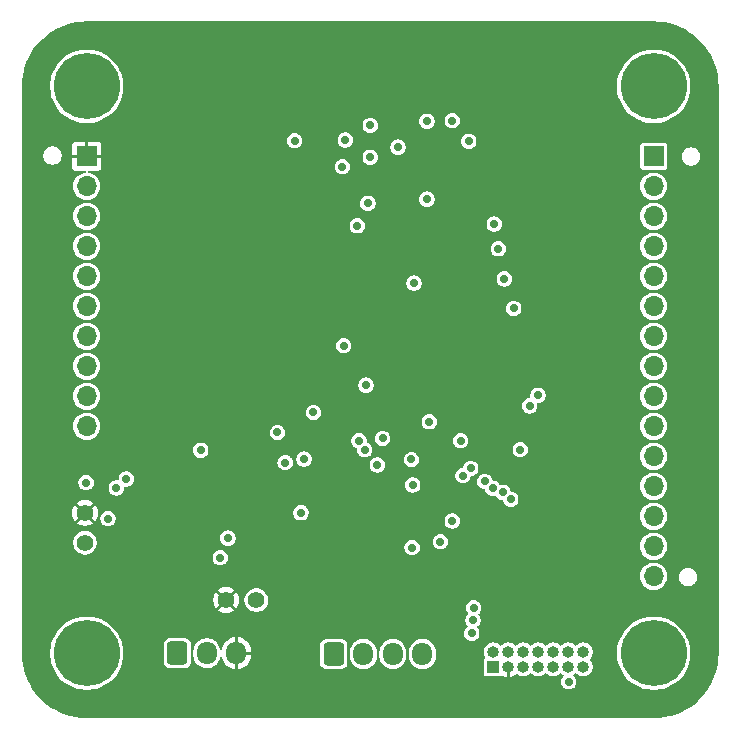
<source format=gbr>
%TF.GenerationSoftware,KiCad,Pcbnew,9.0.0*%
%TF.CreationDate,2025-02-22T18:12:42-05:00*%
%TF.ProjectId,SensorModuleBreakout,53656e73-6f72-44d6-9f64-756c65427265,rev?*%
%TF.SameCoordinates,Original*%
%TF.FileFunction,Copper,L3,Inr*%
%TF.FilePolarity,Positive*%
%FSLAX46Y46*%
G04 Gerber Fmt 4.6, Leading zero omitted, Abs format (unit mm)*
G04 Created by KiCad (PCBNEW 9.0.0) date 2025-02-22 18:12:42*
%MOMM*%
%LPD*%
G01*
G04 APERTURE LIST*
G04 Aperture macros list*
%AMRoundRect*
0 Rectangle with rounded corners*
0 $1 Rounding radius*
0 $2 $3 $4 $5 $6 $7 $8 $9 X,Y pos of 4 corners*
0 Add a 4 corners polygon primitive as box body*
4,1,4,$2,$3,$4,$5,$6,$7,$8,$9,$2,$3,0*
0 Add four circle primitives for the rounded corners*
1,1,$1+$1,$2,$3*
1,1,$1+$1,$4,$5*
1,1,$1+$1,$6,$7*
1,1,$1+$1,$8,$9*
0 Add four rect primitives between the rounded corners*
20,1,$1+$1,$2,$3,$4,$5,0*
20,1,$1+$1,$4,$5,$6,$7,0*
20,1,$1+$1,$6,$7,$8,$9,0*
20,1,$1+$1,$8,$9,$2,$3,0*%
G04 Aperture macros list end*
%TA.AperFunction,ComponentPad*%
%ADD10RoundRect,0.250000X-0.600000X-0.725000X0.600000X-0.725000X0.600000X0.725000X-0.600000X0.725000X0*%
%TD*%
%TA.AperFunction,ComponentPad*%
%ADD11O,1.700000X1.950000*%
%TD*%
%TA.AperFunction,ComponentPad*%
%ADD12C,5.600000*%
%TD*%
%TA.AperFunction,ComponentPad*%
%ADD13R,1.700000X1.700000*%
%TD*%
%TA.AperFunction,ComponentPad*%
%ADD14O,1.700000X1.700000*%
%TD*%
%TA.AperFunction,ComponentPad*%
%ADD15C,1.400000*%
%TD*%
%TA.AperFunction,ComponentPad*%
%ADD16R,1.000000X1.000000*%
%TD*%
%TA.AperFunction,ComponentPad*%
%ADD17O,1.000000X1.000000*%
%TD*%
%TA.AperFunction,ViaPad*%
%ADD18C,0.700000*%
%TD*%
G04 APERTURE END LIST*
D10*
%TO.N,CC_TX*%
%TO.C,J5*%
X126920000Y-104075000D03*
D11*
%TO.N,CC_RX*%
X129420000Y-104075000D03*
%TO.N,CC_WKE*%
X131920000Y-104075000D03*
%TO.N,CC_RDY*%
X134420000Y-104075000D03*
%TD*%
D12*
%TO.N,GND*%
%TO.C,H2*%
X154000000Y-56000000D03*
%TD*%
%TO.N,GND*%
%TO.C,H3*%
X106000000Y-104000000D03*
%TD*%
D13*
%TO.N,+3V3*%
%TO.C,J2*%
X106000000Y-61920000D03*
D14*
%TO.N,GND*%
X106000000Y-64460000D03*
%TO.N,PB4*%
X106000000Y-67000000D03*
%TO.N,PA15*%
X106000000Y-69540000D03*
%TO.N,PA12*%
X106000000Y-72080000D03*
%TO.N,PA11*%
X106000000Y-74620000D03*
%TO.N,PB8*%
X106000000Y-77160000D03*
%TO.N,PB9*%
X106000000Y-79700000D03*
%TO.N,PA8*%
X106000000Y-82240000D03*
%TO.N,PA1*%
X106000000Y-84780000D03*
%TD*%
D15*
%TO.N,Net-(JP2-A)*%
%TO.C,JP2*%
X120350000Y-99500000D03*
%TO.N,+3V3*%
X117810000Y-99500000D03*
%TD*%
D12*
%TO.N,GND*%
%TO.C,H4*%
X154000000Y-104000000D03*
%TD*%
%TO.N,GND*%
%TO.C,H1*%
X106000000Y-56000000D03*
%TD*%
D16*
%TO.N,unconnected-(J1-NC-Pad1)*%
%TO.C,STLink*%
X140430000Y-105150000D03*
D17*
%TO.N,unconnected-(J1-NC-Pad2)*%
X140430000Y-103880000D03*
%TO.N,+3V3*%
X141700000Y-105150000D03*
%TO.N,JTMS{slash}SWDIO*%
X141700000Y-103880000D03*
%TO.N,GND*%
X142970000Y-105150000D03*
%TO.N,JTCK_SWCLK*%
X142970000Y-103880000D03*
%TO.N,GND*%
X144240000Y-105150000D03*
%TO.N,JTDO{slash}SWO*%
X144240000Y-103880000D03*
%TO.N,unconnected-(J1-JRCLK{slash}NC-Pad9)*%
X145510000Y-105150000D03*
%TO.N,unconnected-(J1-JTDI{slash}NC-Pad10)*%
X145510000Y-103880000D03*
%TO.N,GND*%
X146780000Y-105150000D03*
%TO.N,NRST*%
X146780000Y-103880000D03*
%TO.N,VCP_RX*%
X148050000Y-105150000D03*
%TO.N,VCP_TX*%
X148050000Y-103880000D03*
%TD*%
D13*
%TO.N,SDA*%
%TO.C,J3*%
X154000000Y-61920000D03*
D14*
%TO.N,SCL*%
X154000000Y-64460000D03*
%TO.N,PB15*%
X154000000Y-67000000D03*
%TO.N,PB14*%
X154000000Y-69540000D03*
%TO.N,PB13*%
X154000000Y-72080000D03*
%TO.N,PB12*%
X154000000Y-74620000D03*
%TO.N,PB11*%
X154000000Y-77160000D03*
%TO.N,PB10*%
X154000000Y-79700000D03*
%TO.N,PB2*%
X154000000Y-82240000D03*
%TO.N,PB1*%
X154000000Y-84780000D03*
%TO.N,PB0*%
X154000000Y-87320000D03*
%TO.N,PA7*%
X154000000Y-89860000D03*
%TO.N,PA6*%
X154000000Y-92400000D03*
%TO.N,VCP_RX*%
X154000000Y-94940000D03*
%TO.N,VCP_TX*%
X154000000Y-97480000D03*
%TD*%
D10*
%TO.N,VBAT*%
%TO.C,J4*%
X113670000Y-104000000D03*
D11*
%TO.N,GND*%
X116170000Y-104000000D03*
%TO.N,+3V3*%
X118670000Y-104000000D03*
%TD*%
D15*
%TO.N,+3V3*%
%TO.C,JP1*%
X105850000Y-92100000D03*
%TO.N,/BOOT0*%
X105850000Y-94640000D03*
%TD*%
D18*
%TO.N,GND*%
X134800000Y-58950000D03*
X136950000Y-58900000D03*
X138350000Y-60650000D03*
%TO.N,+3V3*%
X138350000Y-63500000D03*
%TO.N,SCL*%
X134800000Y-65550000D03*
X133700000Y-72650000D03*
X128900000Y-67800000D03*
%TO.N,PB4*%
X127750000Y-77950000D03*
%TO.N,+3V3*%
X126250000Y-60600000D03*
%TO.N,GND*%
X127900000Y-60550000D03*
X117300000Y-95900000D03*
%TO.N,+3V3*%
X134850000Y-95050000D03*
X136800000Y-84200000D03*
X124300000Y-85400000D03*
X131300000Y-65900000D03*
X131500000Y-79850000D03*
X141700000Y-106500000D03*
X122800000Y-90450000D03*
X125900000Y-81300000D03*
X132650000Y-79800000D03*
%TO.N,GND*%
X130000000Y-62000000D03*
X137650000Y-86000000D03*
X133550000Y-95050000D03*
X129800000Y-65900000D03*
X125200000Y-83600000D03*
X146800000Y-106400000D03*
X123600000Y-60600000D03*
X122800000Y-87850000D03*
X135950000Y-94550000D03*
X117950000Y-94250000D03*
X130000000Y-59300000D03*
X127650000Y-62800000D03*
X132350000Y-61150000D03*
X107800000Y-92600000D03*
X129650000Y-81300000D03*
%TO.N,VCP_TX*%
X137850000Y-88950000D03*
X138700000Y-101200000D03*
%TO.N,JTDO{slash}SWO*%
X144200000Y-82150000D03*
%TO.N,JTCK_SWCLK*%
X143500000Y-83050000D03*
%TO.N,JTMS{slash}SWDIO*%
X142700000Y-86750000D03*
%TO.N,NRST*%
X138600000Y-102300000D03*
X136950000Y-92800000D03*
%TO.N,VCP_RX*%
X138513440Y-88341846D03*
X138750000Y-100150000D03*
%TO.N,PA15*%
X135000000Y-84400000D03*
%TO.N,PB15*%
X140500000Y-67650000D03*
X139700000Y-89450000D03*
%TO.N,PB13*%
X141221166Y-90369362D03*
X141350000Y-72300000D03*
%TO.N,PB14*%
X140850000Y-69750000D03*
X140387049Y-90031350D03*
%TO.N,PB12*%
X141905106Y-90954367D03*
X142150000Y-74800000D03*
%TO.N,PA8*%
X133600000Y-89750000D03*
X108500000Y-90000000D03*
%TO.N,PA12*%
X122150000Y-85300000D03*
X124400000Y-87550000D03*
X133490965Y-87590965D03*
%TO.N,PB9*%
X129050000Y-86000000D03*
%TO.N,PB8*%
X115650000Y-86800000D03*
X129533189Y-86759297D03*
%TO.N,PA1*%
X124150000Y-92100000D03*
X105950000Y-89550000D03*
%TO.N,PB4*%
X131050000Y-85800000D03*
%TO.N,/BOOT0*%
X130600000Y-88050000D03*
X109350000Y-89250000D03*
%TD*%
%TA.AperFunction,Conductor*%
%TO.N,+3V3*%
G36*
X154001523Y-50500563D02*
G01*
X154451097Y-50519157D01*
X154457170Y-50519661D01*
X154902169Y-50575129D01*
X154908171Y-50576131D01*
X155347063Y-50668157D01*
X155352959Y-50669650D01*
X155782762Y-50797607D01*
X155788526Y-50799586D01*
X156117385Y-50927908D01*
X156206279Y-50962595D01*
X156211879Y-50965052D01*
X156614718Y-51161987D01*
X156620098Y-51164898D01*
X157005311Y-51394436D01*
X157010431Y-51397781D01*
X157080034Y-51447476D01*
X157375389Y-51658355D01*
X157380193Y-51662095D01*
X157492056Y-51756838D01*
X157722370Y-51951904D01*
X157726870Y-51956046D01*
X158043953Y-52273129D01*
X158048095Y-52277629D01*
X158337901Y-52619803D01*
X158341652Y-52624621D01*
X158602218Y-52989568D01*
X158605563Y-52994688D01*
X158835101Y-53379901D01*
X158838012Y-53385281D01*
X159034947Y-53788120D01*
X159037404Y-53793720D01*
X159200409Y-54211463D01*
X159202395Y-54217248D01*
X159330345Y-54647024D01*
X159331846Y-54652953D01*
X159423865Y-55091813D01*
X159424872Y-55097846D01*
X159480337Y-55542818D01*
X159480842Y-55548913D01*
X159499437Y-55998476D01*
X159499500Y-56001534D01*
X159499500Y-103998465D01*
X159499437Y-104001523D01*
X159480842Y-104451086D01*
X159480337Y-104457181D01*
X159424872Y-104902153D01*
X159423865Y-104908186D01*
X159331846Y-105347046D01*
X159330345Y-105352975D01*
X159202395Y-105782751D01*
X159200409Y-105788536D01*
X159037404Y-106206279D01*
X159034947Y-106211879D01*
X158838012Y-106614718D01*
X158835101Y-106620098D01*
X158605563Y-107005311D01*
X158602218Y-107010431D01*
X158341652Y-107375378D01*
X158337895Y-107380204D01*
X158048095Y-107722370D01*
X158043953Y-107726870D01*
X157726870Y-108043953D01*
X157722370Y-108048095D01*
X157380204Y-108337895D01*
X157375378Y-108341652D01*
X157010431Y-108602218D01*
X157005311Y-108605563D01*
X156620098Y-108835101D01*
X156614718Y-108838012D01*
X156211879Y-109034947D01*
X156206279Y-109037404D01*
X155788536Y-109200409D01*
X155782751Y-109202395D01*
X155352975Y-109330345D01*
X155347046Y-109331846D01*
X154908186Y-109423865D01*
X154902153Y-109424872D01*
X154457181Y-109480337D01*
X154451086Y-109480842D01*
X154001523Y-109499437D01*
X153998465Y-109499500D01*
X106001535Y-109499500D01*
X105998477Y-109499437D01*
X105548913Y-109480842D01*
X105542818Y-109480337D01*
X105097846Y-109424872D01*
X105091813Y-109423865D01*
X104652953Y-109331846D01*
X104647024Y-109330345D01*
X104217248Y-109202395D01*
X104211463Y-109200409D01*
X103793720Y-109037404D01*
X103788120Y-109034947D01*
X103385281Y-108838012D01*
X103379901Y-108835101D01*
X102994688Y-108605563D01*
X102989568Y-108602218D01*
X102806678Y-108471637D01*
X102624613Y-108341646D01*
X102619803Y-108337901D01*
X102277629Y-108048095D01*
X102273129Y-108043953D01*
X101956046Y-107726870D01*
X101951904Y-107722370D01*
X101730446Y-107460895D01*
X101662095Y-107380193D01*
X101658355Y-107375389D01*
X101397781Y-107010431D01*
X101394436Y-107005311D01*
X101164898Y-106620098D01*
X101161987Y-106614718D01*
X100965052Y-106211879D01*
X100962595Y-106206279D01*
X100927908Y-106117385D01*
X100799586Y-105788526D01*
X100797607Y-105782762D01*
X100669650Y-105352959D01*
X100668157Y-105347063D01*
X100576131Y-104908171D01*
X100575129Y-104902169D01*
X100519661Y-104457170D01*
X100519157Y-104451086D01*
X100518807Y-104442630D01*
X100500563Y-104001523D01*
X100500500Y-103998465D01*
X100500500Y-103825880D01*
X102899500Y-103825880D01*
X102899500Y-104174120D01*
X102914281Y-104305305D01*
X102938491Y-104520173D01*
X102985926Y-104727996D01*
X103012198Y-104843104D01*
X103015981Y-104859676D01*
X103015984Y-104859688D01*
X103130997Y-105188378D01*
X103282091Y-105502128D01*
X103282093Y-105502132D01*
X103282094Y-105502133D01*
X103467370Y-105796997D01*
X103684494Y-106069263D01*
X103930737Y-106315506D01*
X104203003Y-106532630D01*
X104497867Y-106717906D01*
X104811621Y-106869002D01*
X105140319Y-106984018D01*
X105479829Y-107061509D01*
X105825880Y-107100500D01*
X105825884Y-107100500D01*
X106174116Y-107100500D01*
X106174120Y-107100500D01*
X106520171Y-107061509D01*
X106859681Y-106984018D01*
X107188379Y-106869002D01*
X107502133Y-106717906D01*
X107796997Y-106532630D01*
X108069263Y-106315506D01*
X108315506Y-106069263D01*
X108532630Y-105796997D01*
X108717906Y-105502133D01*
X108869002Y-105188379D01*
X108984018Y-104859681D01*
X109004920Y-104768104D01*
X112519499Y-104768104D01*
X112528506Y-104843102D01*
X112530123Y-104856564D01*
X112543283Y-104889936D01*
X112585638Y-104997341D01*
X112670308Y-105108994D01*
X112677078Y-105117922D01*
X112797658Y-105209361D01*
X112938436Y-105264877D01*
X113009764Y-105273442D01*
X113026896Y-105275500D01*
X113026898Y-105275500D01*
X114313104Y-105275500D01*
X114328722Y-105273624D01*
X114401564Y-105264877D01*
X114542342Y-105209361D01*
X114662922Y-105117922D01*
X114754361Y-104997342D01*
X114809877Y-104856564D01*
X114820173Y-104770825D01*
X114820500Y-104768104D01*
X114820500Y-103784453D01*
X115019500Y-103784453D01*
X115019500Y-104215546D01*
X115047828Y-104394406D01*
X115047831Y-104394419D01*
X115103787Y-104566635D01*
X115103788Y-104566638D01*
X115103789Y-104566639D01*
X115161804Y-104680500D01*
X115186005Y-104727995D01*
X115186005Y-104727996D01*
X115230420Y-104789128D01*
X115292447Y-104874501D01*
X115420499Y-105002553D01*
X115567006Y-105108996D01*
X115728361Y-105191211D01*
X115728364Y-105191212D01*
X115728363Y-105191212D01*
X115900580Y-105247168D01*
X115900586Y-105247169D01*
X115900591Y-105247171D01*
X116012383Y-105264877D01*
X116079453Y-105275500D01*
X116079454Y-105275500D01*
X116260547Y-105275500D01*
X116319188Y-105266212D01*
X116439409Y-105247171D01*
X116439416Y-105247168D01*
X116439419Y-105247168D01*
X116555778Y-105209361D01*
X116611639Y-105191211D01*
X116772994Y-105108996D01*
X116919501Y-105002553D01*
X117047553Y-104874501D01*
X117153996Y-104727994D01*
X117236211Y-104566639D01*
X117269991Y-104462674D01*
X117292168Y-104394419D01*
X117292168Y-104394417D01*
X117292171Y-104394409D01*
X117296540Y-104366818D01*
X117326131Y-104318528D01*
X117381203Y-104305305D01*
X117429495Y-104334896D01*
X117442718Y-104366817D01*
X117450779Y-104417708D01*
X117450781Y-104417719D01*
X117511577Y-104604828D01*
X117511579Y-104604833D01*
X117600903Y-104780142D01*
X117716551Y-104939317D01*
X117855682Y-105078448D01*
X118014857Y-105194096D01*
X118190166Y-105283420D01*
X118190171Y-105283422D01*
X118377280Y-105344218D01*
X118377293Y-105344221D01*
X118544998Y-105370783D01*
X118545000Y-105370782D01*
X118545000Y-104458262D01*
X118607465Y-104475000D01*
X118732535Y-104475000D01*
X118795000Y-104458262D01*
X118795000Y-105370782D01*
X118795001Y-105370783D01*
X118962706Y-105344221D01*
X118962719Y-105344218D01*
X119149828Y-105283422D01*
X119149833Y-105283420D01*
X119325142Y-105194096D01*
X119484317Y-105078448D01*
X119623448Y-104939317D01*
X119693351Y-104843104D01*
X125769499Y-104843104D01*
X125778314Y-104916498D01*
X125780123Y-104931564D01*
X125787569Y-104950446D01*
X125835638Y-105072341D01*
X125926976Y-105192787D01*
X125927078Y-105192922D01*
X126047658Y-105284361D01*
X126188436Y-105339877D01*
X126259764Y-105348442D01*
X126276896Y-105350500D01*
X126276898Y-105350500D01*
X127563104Y-105350500D01*
X127578722Y-105348624D01*
X127651564Y-105339877D01*
X127792342Y-105284361D01*
X127912922Y-105192922D01*
X128004361Y-105072342D01*
X128059877Y-104931564D01*
X128070500Y-104843102D01*
X128070500Y-103859453D01*
X128269500Y-103859453D01*
X128269500Y-104290546D01*
X128297828Y-104469406D01*
X128297831Y-104469419D01*
X128353787Y-104641635D01*
X128353788Y-104641638D01*
X128353789Y-104641639D01*
X128436004Y-104802994D01*
X128542447Y-104949501D01*
X128670499Y-105077553D01*
X128817006Y-105183996D01*
X128978361Y-105266211D01*
X128978364Y-105266212D01*
X128978363Y-105266212D01*
X129150580Y-105322168D01*
X129150586Y-105322169D01*
X129150591Y-105322171D01*
X129262383Y-105339877D01*
X129329453Y-105350500D01*
X129329454Y-105350500D01*
X129510547Y-105350500D01*
X129577617Y-105339877D01*
X129689409Y-105322171D01*
X129689416Y-105322168D01*
X129689419Y-105322168D01*
X129808674Y-105283420D01*
X129861639Y-105266211D01*
X130022994Y-105183996D01*
X130169501Y-105077553D01*
X130297553Y-104949501D01*
X130403996Y-104802994D01*
X130486211Y-104641639D01*
X130539629Y-104477234D01*
X130542168Y-104469419D01*
X130542168Y-104469416D01*
X130542171Y-104469409D01*
X130570500Y-104290546D01*
X130570500Y-103859454D01*
X130570500Y-103859453D01*
X130769500Y-103859453D01*
X130769500Y-104290546D01*
X130797828Y-104469406D01*
X130797831Y-104469419D01*
X130853787Y-104641635D01*
X130853788Y-104641638D01*
X130853789Y-104641639D01*
X130936004Y-104802994D01*
X131042447Y-104949501D01*
X131170499Y-105077553D01*
X131317006Y-105183996D01*
X131478361Y-105266211D01*
X131478364Y-105266212D01*
X131478363Y-105266212D01*
X131650580Y-105322168D01*
X131650586Y-105322169D01*
X131650591Y-105322171D01*
X131762383Y-105339877D01*
X131829453Y-105350500D01*
X131829454Y-105350500D01*
X132010547Y-105350500D01*
X132077617Y-105339877D01*
X132189409Y-105322171D01*
X132189416Y-105322168D01*
X132189419Y-105322168D01*
X132308674Y-105283420D01*
X132361639Y-105266211D01*
X132522994Y-105183996D01*
X132669501Y-105077553D01*
X132797553Y-104949501D01*
X132903996Y-104802994D01*
X132986211Y-104641639D01*
X133039629Y-104477234D01*
X133042168Y-104469419D01*
X133042168Y-104469416D01*
X133042171Y-104469409D01*
X133070500Y-104290546D01*
X133070500Y-103859454D01*
X133070500Y-103859453D01*
X133269500Y-103859453D01*
X133269500Y-104290546D01*
X133297828Y-104469406D01*
X133297831Y-104469419D01*
X133353787Y-104641635D01*
X133353788Y-104641638D01*
X133353789Y-104641639D01*
X133436004Y-104802994D01*
X133542447Y-104949501D01*
X133670499Y-105077553D01*
X133817006Y-105183996D01*
X133978361Y-105266211D01*
X133978364Y-105266212D01*
X133978363Y-105266212D01*
X134150580Y-105322168D01*
X134150586Y-105322169D01*
X134150591Y-105322171D01*
X134262383Y-105339877D01*
X134329453Y-105350500D01*
X134329454Y-105350500D01*
X134510547Y-105350500D01*
X134577617Y-105339877D01*
X134689409Y-105322171D01*
X134689416Y-105322168D01*
X134689419Y-105322168D01*
X134808674Y-105283420D01*
X134861639Y-105266211D01*
X135022994Y-105183996D01*
X135169501Y-105077553D01*
X135297553Y-104949501D01*
X135403996Y-104802994D01*
X135486211Y-104641639D01*
X135539629Y-104477234D01*
X135542168Y-104469419D01*
X135542168Y-104469416D01*
X135542171Y-104469409D01*
X135570500Y-104290546D01*
X135570500Y-103859454D01*
X135565183Y-103825883D01*
X135562525Y-103809099D01*
X135561267Y-103801159D01*
X139629500Y-103801159D01*
X139629500Y-103958840D01*
X139660261Y-104113491D01*
X139660264Y-104113501D01*
X139720604Y-104259176D01*
X139757059Y-104313735D01*
X139768108Y-104369284D01*
X139747856Y-104407173D01*
X139677794Y-104477234D01*
X139632414Y-104580011D01*
X139629500Y-104605135D01*
X139629500Y-105694863D01*
X139632414Y-105719986D01*
X139632415Y-105719992D01*
X139662680Y-105788536D01*
X139677794Y-105822765D01*
X139757235Y-105902206D01*
X139860009Y-105947585D01*
X139885135Y-105950500D01*
X140974864Y-105950499D01*
X140999991Y-105947585D01*
X141102765Y-105902206D01*
X141102768Y-105902202D01*
X141108423Y-105898330D01*
X141109765Y-105900289D01*
X141153405Y-105882205D01*
X141194529Y-105894676D01*
X141273692Y-105947571D01*
X141437475Y-106015412D01*
X141437486Y-106015415D01*
X141574999Y-106042768D01*
X141575000Y-106042767D01*
X141575000Y-105452970D01*
X141657213Y-105475000D01*
X141742787Y-105475000D01*
X141825000Y-105452970D01*
X141825000Y-106042768D01*
X141962513Y-106015415D01*
X141962524Y-106015412D01*
X142126305Y-105947572D01*
X142273716Y-105849076D01*
X142353031Y-105769761D01*
X142405357Y-105748087D01*
X142457683Y-105769761D01*
X142459711Y-105771789D01*
X142590821Y-105859394D01*
X142590826Y-105859396D01*
X142590825Y-105859396D01*
X142694179Y-105902206D01*
X142736503Y-105919737D01*
X142891158Y-105950500D01*
X142891160Y-105950500D01*
X143048840Y-105950500D01*
X143048842Y-105950500D01*
X143203497Y-105919737D01*
X143349179Y-105859394D01*
X143480289Y-105771789D01*
X143552674Y-105699404D01*
X143605000Y-105677730D01*
X143657326Y-105699404D01*
X143729711Y-105771789D01*
X143860821Y-105859394D01*
X143860826Y-105859396D01*
X143860825Y-105859396D01*
X143964179Y-105902206D01*
X144006503Y-105919737D01*
X144161158Y-105950500D01*
X144161160Y-105950500D01*
X144318840Y-105950500D01*
X144318842Y-105950500D01*
X144473497Y-105919737D01*
X144619179Y-105859394D01*
X144750289Y-105771789D01*
X144822674Y-105699404D01*
X144875000Y-105677730D01*
X144927326Y-105699404D01*
X144999711Y-105771789D01*
X145130821Y-105859394D01*
X145130826Y-105859396D01*
X145130825Y-105859396D01*
X145234179Y-105902206D01*
X145276503Y-105919737D01*
X145431158Y-105950500D01*
X145431160Y-105950500D01*
X145588840Y-105950500D01*
X145588842Y-105950500D01*
X145743497Y-105919737D01*
X145889179Y-105859394D01*
X146020289Y-105771789D01*
X146092674Y-105699404D01*
X146145000Y-105677730D01*
X146197326Y-105699404D01*
X146269711Y-105771789D01*
X146327535Y-105810426D01*
X146337741Y-105817245D01*
X146369207Y-105864337D01*
X146358158Y-105919886D01*
X146348955Y-105931100D01*
X146294725Y-105985330D01*
X146294723Y-105985331D01*
X146223533Y-106091876D01*
X146174498Y-106210257D01*
X146174497Y-106210260D01*
X146149500Y-106335932D01*
X146149500Y-106464067D01*
X146174497Y-106589739D01*
X146174498Y-106589742D01*
X146184843Y-106614718D01*
X146223535Y-106708127D01*
X146294724Y-106814669D01*
X146385331Y-106905276D01*
X146491873Y-106976465D01*
X146610256Y-107025501D01*
X146610258Y-107025501D01*
X146610260Y-107025502D01*
X146652903Y-107033984D01*
X146735931Y-107050500D01*
X146735933Y-107050500D01*
X146864067Y-107050500D01*
X146864069Y-107050500D01*
X146989744Y-107025501D01*
X147108127Y-106976465D01*
X147214669Y-106905276D01*
X147305276Y-106814669D01*
X147376465Y-106708127D01*
X147425501Y-106589744D01*
X147450500Y-106464069D01*
X147450500Y-106335931D01*
X147425501Y-106210256D01*
X147376465Y-106091873D01*
X147305276Y-105985331D01*
X147235021Y-105915076D01*
X147213348Y-105862753D01*
X147235022Y-105810426D01*
X147246234Y-105801225D01*
X147290289Y-105771789D01*
X147362674Y-105699404D01*
X147415000Y-105677730D01*
X147467326Y-105699404D01*
X147539711Y-105771789D01*
X147670821Y-105859394D01*
X147670826Y-105859396D01*
X147670825Y-105859396D01*
X147774179Y-105902206D01*
X147816503Y-105919737D01*
X147971158Y-105950500D01*
X147971160Y-105950500D01*
X148128840Y-105950500D01*
X148128842Y-105950500D01*
X148283497Y-105919737D01*
X148429179Y-105859394D01*
X148560289Y-105771789D01*
X148671789Y-105660289D01*
X148759394Y-105529179D01*
X148819737Y-105383497D01*
X148850500Y-105228842D01*
X148850500Y-105071158D01*
X148819737Y-104916503D01*
X148808733Y-104889936D01*
X148759396Y-104770825D01*
X148759395Y-104770823D01*
X148759394Y-104770821D01*
X148671789Y-104639711D01*
X148599404Y-104567326D01*
X148577730Y-104515000D01*
X148599404Y-104462674D01*
X148671788Y-104390290D01*
X148671789Y-104390289D01*
X148759394Y-104259179D01*
X148819737Y-104113497D01*
X148850500Y-103958842D01*
X148850500Y-103825880D01*
X150899500Y-103825880D01*
X150899500Y-104174120D01*
X150914281Y-104305305D01*
X150938491Y-104520173D01*
X150985926Y-104727996D01*
X151012198Y-104843104D01*
X151015981Y-104859676D01*
X151015984Y-104859688D01*
X151130997Y-105188378D01*
X151282091Y-105502128D01*
X151282093Y-105502132D01*
X151282094Y-105502133D01*
X151467370Y-105796997D01*
X151684494Y-106069263D01*
X151930737Y-106315506D01*
X152203003Y-106532630D01*
X152497867Y-106717906D01*
X152811621Y-106869002D01*
X153140319Y-106984018D01*
X153479829Y-107061509D01*
X153825880Y-107100500D01*
X153825884Y-107100500D01*
X154174116Y-107100500D01*
X154174120Y-107100500D01*
X154520171Y-107061509D01*
X154859681Y-106984018D01*
X155188379Y-106869002D01*
X155502133Y-106717906D01*
X155796997Y-106532630D01*
X156069263Y-106315506D01*
X156315506Y-106069263D01*
X156532630Y-105796997D01*
X156717906Y-105502133D01*
X156869002Y-105188379D01*
X156984018Y-104859681D01*
X157061509Y-104520171D01*
X157100500Y-104174120D01*
X157100500Y-103825880D01*
X157061509Y-103479829D01*
X156984018Y-103140319D01*
X156869002Y-102811621D01*
X156840689Y-102752828D01*
X156717908Y-102497871D01*
X156717907Y-102497870D01*
X156717906Y-102497867D01*
X156532630Y-102203003D01*
X156315506Y-101930737D01*
X156069263Y-101684494D01*
X155796997Y-101467370D01*
X155502133Y-101282094D01*
X155502132Y-101282093D01*
X155502128Y-101282091D01*
X155188378Y-101130997D01*
X154859688Y-101015984D01*
X154859683Y-101015982D01*
X154859681Y-101015982D01*
X154520171Y-100938491D01*
X154520174Y-100938491D01*
X154371863Y-100921780D01*
X154174120Y-100899500D01*
X153825880Y-100899500D01*
X153628136Y-100921780D01*
X153479826Y-100938491D01*
X153140323Y-101015981D01*
X153140311Y-101015984D01*
X152811621Y-101130997D01*
X152497871Y-101282091D01*
X152203002Y-101467370D01*
X151930733Y-101684497D01*
X151684497Y-101930733D01*
X151467370Y-102203002D01*
X151282091Y-102497871D01*
X151130997Y-102811621D01*
X151015984Y-103140311D01*
X151015981Y-103140323D01*
X150938491Y-103479826D01*
X150936125Y-103500825D01*
X150899500Y-103825880D01*
X148850500Y-103825880D01*
X148850500Y-103801158D01*
X148819737Y-103646503D01*
X148769409Y-103525000D01*
X148759396Y-103500825D01*
X148759395Y-103500823D01*
X148759394Y-103500821D01*
X148671789Y-103369711D01*
X148560289Y-103258211D01*
X148542241Y-103246152D01*
X148502888Y-103219857D01*
X148429179Y-103170606D01*
X148429175Y-103170604D01*
X148429173Y-103170603D01*
X148429174Y-103170603D01*
X148283501Y-103110264D01*
X148283491Y-103110261D01*
X148179925Y-103089661D01*
X148128842Y-103079500D01*
X147971158Y-103079500D01*
X147927315Y-103088220D01*
X147816508Y-103110261D01*
X147816498Y-103110264D01*
X147670825Y-103170603D01*
X147539711Y-103258210D01*
X147539710Y-103258212D01*
X147467326Y-103330596D01*
X147415000Y-103352270D01*
X147362674Y-103330596D01*
X147290288Y-103258210D01*
X147232888Y-103219857D01*
X147159179Y-103170606D01*
X147159175Y-103170604D01*
X147159173Y-103170603D01*
X147159174Y-103170603D01*
X147013501Y-103110264D01*
X147013491Y-103110261D01*
X146909925Y-103089661D01*
X146858842Y-103079500D01*
X146701158Y-103079500D01*
X146657315Y-103088220D01*
X146546508Y-103110261D01*
X146546498Y-103110264D01*
X146400825Y-103170603D01*
X146269711Y-103258210D01*
X146269710Y-103258212D01*
X146197326Y-103330596D01*
X146145000Y-103352270D01*
X146092674Y-103330596D01*
X146020288Y-103258210D01*
X145962888Y-103219857D01*
X145889179Y-103170606D01*
X145889175Y-103170604D01*
X145889173Y-103170603D01*
X145889174Y-103170603D01*
X145743501Y-103110264D01*
X145743491Y-103110261D01*
X145639925Y-103089661D01*
X145588842Y-103079500D01*
X145431158Y-103079500D01*
X145387315Y-103088220D01*
X145276508Y-103110261D01*
X145276498Y-103110264D01*
X145130825Y-103170603D01*
X144999711Y-103258210D01*
X144999710Y-103258212D01*
X144927326Y-103330596D01*
X144875000Y-103352270D01*
X144822674Y-103330596D01*
X144750288Y-103258210D01*
X144692888Y-103219857D01*
X144619179Y-103170606D01*
X144619175Y-103170604D01*
X144619173Y-103170603D01*
X144619174Y-103170603D01*
X144473501Y-103110264D01*
X144473491Y-103110261D01*
X144369925Y-103089661D01*
X144318842Y-103079500D01*
X144161158Y-103079500D01*
X144117315Y-103088220D01*
X144006508Y-103110261D01*
X144006498Y-103110264D01*
X143860825Y-103170603D01*
X143729711Y-103258210D01*
X143729710Y-103258212D01*
X143657326Y-103330596D01*
X143605000Y-103352270D01*
X143552674Y-103330596D01*
X143480288Y-103258210D01*
X143422888Y-103219857D01*
X143349179Y-103170606D01*
X143349175Y-103170604D01*
X143349173Y-103170603D01*
X143349174Y-103170603D01*
X143203501Y-103110264D01*
X143203491Y-103110261D01*
X143099925Y-103089661D01*
X143048842Y-103079500D01*
X142891158Y-103079500D01*
X142847315Y-103088220D01*
X142736508Y-103110261D01*
X142736498Y-103110264D01*
X142590825Y-103170603D01*
X142459711Y-103258210D01*
X142459710Y-103258212D01*
X142387326Y-103330596D01*
X142335000Y-103352270D01*
X142282674Y-103330596D01*
X142210288Y-103258210D01*
X142152888Y-103219857D01*
X142079179Y-103170606D01*
X142079175Y-103170604D01*
X142079173Y-103170603D01*
X142079174Y-103170603D01*
X141933501Y-103110264D01*
X141933491Y-103110261D01*
X141829925Y-103089661D01*
X141778842Y-103079500D01*
X141621158Y-103079500D01*
X141577315Y-103088220D01*
X141466508Y-103110261D01*
X141466498Y-103110264D01*
X141320825Y-103170603D01*
X141189711Y-103258210D01*
X141189710Y-103258212D01*
X141117326Y-103330596D01*
X141065000Y-103352270D01*
X141012674Y-103330596D01*
X140940288Y-103258210D01*
X140882888Y-103219857D01*
X140809179Y-103170606D01*
X140809175Y-103170604D01*
X140809173Y-103170603D01*
X140809174Y-103170603D01*
X140663501Y-103110264D01*
X140663491Y-103110261D01*
X140559925Y-103089661D01*
X140508842Y-103079500D01*
X140351158Y-103079500D01*
X140307315Y-103088220D01*
X140196508Y-103110261D01*
X140196498Y-103110264D01*
X140050825Y-103170603D01*
X139919711Y-103258210D01*
X139919710Y-103258212D01*
X139808212Y-103369710D01*
X139808210Y-103369711D01*
X139720603Y-103500825D01*
X139660264Y-103646498D01*
X139660261Y-103646508D01*
X139629500Y-103801159D01*
X135561267Y-103801159D01*
X135546566Y-103708343D01*
X135542171Y-103680591D01*
X135542169Y-103680586D01*
X135542168Y-103680580D01*
X135486212Y-103508364D01*
X135486211Y-103508363D01*
X135486211Y-103508361D01*
X135403996Y-103347006D01*
X135297553Y-103200499D01*
X135169501Y-103072447D01*
X135066268Y-102997444D01*
X135022996Y-102966005D01*
X134861635Y-102883787D01*
X134861636Y-102883787D01*
X134689419Y-102827831D01*
X134689406Y-102827828D01*
X134510547Y-102799500D01*
X134510546Y-102799500D01*
X134329454Y-102799500D01*
X134329453Y-102799500D01*
X134150593Y-102827828D01*
X134150580Y-102827831D01*
X133978364Y-102883787D01*
X133817004Y-102966005D01*
X133817003Y-102966005D01*
X133686692Y-103060682D01*
X133670499Y-103072447D01*
X133542447Y-103200499D01*
X133542444Y-103200502D01*
X133542444Y-103200503D01*
X133436005Y-103347003D01*
X133436005Y-103347004D01*
X133353787Y-103508364D01*
X133297831Y-103680580D01*
X133297828Y-103680593D01*
X133269500Y-103859453D01*
X133070500Y-103859453D01*
X133042171Y-103680591D01*
X133042169Y-103680586D01*
X133042168Y-103680580D01*
X132986212Y-103508364D01*
X132986211Y-103508363D01*
X132986211Y-103508361D01*
X132903996Y-103347006D01*
X132797553Y-103200499D01*
X132669501Y-103072447D01*
X132566268Y-102997444D01*
X132522996Y-102966005D01*
X132361635Y-102883787D01*
X132361636Y-102883787D01*
X132189419Y-102827831D01*
X132189406Y-102827828D01*
X132010547Y-102799500D01*
X132010546Y-102799500D01*
X131829454Y-102799500D01*
X131829453Y-102799500D01*
X131650593Y-102827828D01*
X131650580Y-102827831D01*
X131478364Y-102883787D01*
X131317004Y-102966005D01*
X131317003Y-102966005D01*
X131186692Y-103060682D01*
X131170499Y-103072447D01*
X131042447Y-103200499D01*
X131042444Y-103200502D01*
X131042444Y-103200503D01*
X130936005Y-103347003D01*
X130936005Y-103347004D01*
X130853787Y-103508364D01*
X130797831Y-103680580D01*
X130797828Y-103680593D01*
X130769500Y-103859453D01*
X130570500Y-103859453D01*
X130542171Y-103680591D01*
X130542169Y-103680586D01*
X130542168Y-103680580D01*
X130486212Y-103508364D01*
X130486211Y-103508363D01*
X130486211Y-103508361D01*
X130403996Y-103347006D01*
X130297553Y-103200499D01*
X130169501Y-103072447D01*
X130066268Y-102997444D01*
X130022996Y-102966005D01*
X129861635Y-102883787D01*
X129861636Y-102883787D01*
X129689419Y-102827831D01*
X129689406Y-102827828D01*
X129510547Y-102799500D01*
X129510546Y-102799500D01*
X129329454Y-102799500D01*
X129329453Y-102799500D01*
X129150593Y-102827828D01*
X129150580Y-102827831D01*
X128978364Y-102883787D01*
X128817004Y-102966005D01*
X128817003Y-102966005D01*
X128686692Y-103060682D01*
X128670499Y-103072447D01*
X128542447Y-103200499D01*
X128542444Y-103200502D01*
X128542444Y-103200503D01*
X128436005Y-103347003D01*
X128436005Y-103347004D01*
X128353787Y-103508364D01*
X128297831Y-103680580D01*
X128297828Y-103680593D01*
X128269500Y-103859453D01*
X128070500Y-103859453D01*
X128070500Y-103306898D01*
X128059877Y-103218436D01*
X128004361Y-103077658D01*
X127912922Y-102957078D01*
X127816277Y-102883789D01*
X127792341Y-102865638D01*
X127696463Y-102827829D01*
X127651564Y-102810123D01*
X127622076Y-102806582D01*
X127563104Y-102799500D01*
X127563102Y-102799500D01*
X126276898Y-102799500D01*
X126276896Y-102799500D01*
X126188436Y-102810123D01*
X126047658Y-102865638D01*
X125927078Y-102957077D01*
X125927077Y-102957078D01*
X125835638Y-103077658D01*
X125780123Y-103218436D01*
X125775347Y-103258211D01*
X125769500Y-103306898D01*
X125769500Y-104843102D01*
X125769500Y-104843104D01*
X125769499Y-104843104D01*
X119693351Y-104843104D01*
X119739096Y-104780142D01*
X119828420Y-104604833D01*
X119828422Y-104604828D01*
X119889218Y-104417719D01*
X119889221Y-104417706D01*
X119920000Y-104223377D01*
X119920000Y-104125000D01*
X119128263Y-104125000D01*
X119145000Y-104062535D01*
X119145000Y-103937465D01*
X119128263Y-103875000D01*
X119920000Y-103875000D01*
X119920000Y-103776622D01*
X119889221Y-103582293D01*
X119889218Y-103582280D01*
X119828422Y-103395171D01*
X119828420Y-103395166D01*
X119799436Y-103338281D01*
X119739096Y-103219857D01*
X119623448Y-103060682D01*
X119484317Y-102921551D01*
X119325142Y-102805903D01*
X119149833Y-102716579D01*
X119149828Y-102716577D01*
X118962719Y-102655781D01*
X118962708Y-102655779D01*
X118795000Y-102629215D01*
X118795000Y-103541737D01*
X118732535Y-103525000D01*
X118607465Y-103525000D01*
X118545000Y-103541737D01*
X118545000Y-102629215D01*
X118377291Y-102655779D01*
X118377280Y-102655781D01*
X118190171Y-102716577D01*
X118190166Y-102716579D01*
X118014857Y-102805903D01*
X117855682Y-102921551D01*
X117716551Y-103060682D01*
X117600903Y-103219857D01*
X117511579Y-103395166D01*
X117511577Y-103395171D01*
X117450781Y-103582280D01*
X117450779Y-103582291D01*
X117442718Y-103633182D01*
X117413124Y-103681473D01*
X117358052Y-103694694D01*
X117309761Y-103665100D01*
X117296540Y-103633179D01*
X117292171Y-103605591D01*
X117292168Y-103605584D01*
X117292168Y-103605580D01*
X117236212Y-103433364D01*
X117236211Y-103433363D01*
X117236211Y-103433361D01*
X117153996Y-103272006D01*
X117047553Y-103125499D01*
X116919501Y-102997447D01*
X116815039Y-102921551D01*
X116772996Y-102891005D01*
X116611635Y-102808787D01*
X116611636Y-102808787D01*
X116439419Y-102752831D01*
X116439406Y-102752828D01*
X116260547Y-102724500D01*
X116260546Y-102724500D01*
X116079454Y-102724500D01*
X116079453Y-102724500D01*
X115900593Y-102752828D01*
X115900580Y-102752831D01*
X115728364Y-102808787D01*
X115567004Y-102891005D01*
X115567003Y-102891005D01*
X115463775Y-102966005D01*
X115420499Y-102997447D01*
X115292447Y-103125499D01*
X115292444Y-103125502D01*
X115292444Y-103125503D01*
X115186005Y-103272003D01*
X115186005Y-103272004D01*
X115103787Y-103433364D01*
X115047831Y-103605580D01*
X115047828Y-103605593D01*
X115019500Y-103784453D01*
X114820500Y-103784453D01*
X114820500Y-103231895D01*
X114816729Y-103200494D01*
X114809877Y-103143436D01*
X114754361Y-103002658D01*
X114662922Y-102882078D01*
X114655522Y-102876466D01*
X114542341Y-102790638D01*
X114446463Y-102752829D01*
X114401564Y-102735123D01*
X114372076Y-102731582D01*
X114313104Y-102724500D01*
X114313102Y-102724500D01*
X113026898Y-102724500D01*
X113026896Y-102724500D01*
X112938436Y-102735123D01*
X112797658Y-102790638D01*
X112677078Y-102882077D01*
X112677077Y-102882078D01*
X112585638Y-103002658D01*
X112530123Y-103143436D01*
X112521117Y-103218436D01*
X112519500Y-103231898D01*
X112519500Y-104768102D01*
X112519500Y-104768104D01*
X112519499Y-104768104D01*
X109004920Y-104768104D01*
X109061509Y-104520171D01*
X109100500Y-104174120D01*
X109100500Y-103825880D01*
X109061509Y-103479829D01*
X109050903Y-103433361D01*
X109008174Y-103246152D01*
X108984019Y-103140323D01*
X108984015Y-103140311D01*
X108978833Y-103125503D01*
X108869002Y-102811621D01*
X108840689Y-102752828D01*
X108717908Y-102497871D01*
X108717907Y-102497870D01*
X108717906Y-102497867D01*
X108553321Y-102235932D01*
X137949500Y-102235932D01*
X137949500Y-102364067D01*
X137974497Y-102489739D01*
X137974498Y-102489742D01*
X137977863Y-102497867D01*
X138023535Y-102608127D01*
X138094724Y-102714669D01*
X138185331Y-102805276D01*
X138291873Y-102876465D01*
X138410256Y-102925501D01*
X138410258Y-102925501D01*
X138410260Y-102925502D01*
X138452903Y-102933984D01*
X138535931Y-102950500D01*
X138535933Y-102950500D01*
X138664067Y-102950500D01*
X138664069Y-102950500D01*
X138789744Y-102925501D01*
X138908127Y-102876465D01*
X139014669Y-102805276D01*
X139105276Y-102714669D01*
X139176465Y-102608127D01*
X139225501Y-102489744D01*
X139250500Y-102364069D01*
X139250500Y-102235931D01*
X139225501Y-102110256D01*
X139176465Y-101991873D01*
X139105276Y-101885331D01*
X139064862Y-101844917D01*
X139043188Y-101792591D01*
X139064862Y-101740265D01*
X139076077Y-101731062D01*
X139087342Y-101723535D01*
X139114669Y-101705276D01*
X139205276Y-101614669D01*
X139276465Y-101508127D01*
X139325501Y-101389744D01*
X139350500Y-101264069D01*
X139350500Y-101135931D01*
X139338168Y-101073939D01*
X139325502Y-101010260D01*
X139325501Y-101010257D01*
X139276466Y-100891876D01*
X139276465Y-100891873D01*
X139205276Y-100785331D01*
X139172271Y-100752326D01*
X139150597Y-100700000D01*
X139172271Y-100647674D01*
X139255275Y-100564670D01*
X139255276Y-100564669D01*
X139326465Y-100458127D01*
X139375501Y-100339744D01*
X139400500Y-100214069D01*
X139400500Y-100085931D01*
X139375501Y-99960256D01*
X139326465Y-99841873D01*
X139255276Y-99735331D01*
X139164669Y-99644724D01*
X139058127Y-99573535D01*
X139058124Y-99573533D01*
X139058123Y-99573533D01*
X138939742Y-99524498D01*
X138939739Y-99524497D01*
X138849696Y-99506586D01*
X138814069Y-99499500D01*
X138685931Y-99499500D01*
X138654726Y-99505707D01*
X138560260Y-99524497D01*
X138560257Y-99524498D01*
X138441876Y-99573533D01*
X138335331Y-99644723D01*
X138335330Y-99644725D01*
X138244725Y-99735330D01*
X138244723Y-99735331D01*
X138173533Y-99841876D01*
X138124498Y-99960257D01*
X138124497Y-99960260D01*
X138099500Y-100085932D01*
X138099500Y-100214067D01*
X138124497Y-100339739D01*
X138124498Y-100339742D01*
X138166358Y-100440802D01*
X138173535Y-100458127D01*
X138176158Y-100462052D01*
X138244723Y-100564668D01*
X138277729Y-100597674D01*
X138299403Y-100650000D01*
X138277729Y-100702326D01*
X138194725Y-100785330D01*
X138194723Y-100785331D01*
X138123533Y-100891876D01*
X138074498Y-101010257D01*
X138074497Y-101010260D01*
X138053043Y-101118117D01*
X138049500Y-101135931D01*
X138049500Y-101264069D01*
X138056586Y-101299696D01*
X138074497Y-101389739D01*
X138074498Y-101389742D01*
X138074499Y-101389744D01*
X138123535Y-101508127D01*
X138171207Y-101579473D01*
X138194723Y-101614668D01*
X138235137Y-101655082D01*
X138256811Y-101707408D01*
X138235137Y-101759734D01*
X138223924Y-101768936D01*
X138185334Y-101794721D01*
X138094725Y-101885330D01*
X138094723Y-101885331D01*
X138023533Y-101991876D01*
X137974498Y-102110257D01*
X137974497Y-102110260D01*
X137949500Y-102235932D01*
X108553321Y-102235932D01*
X108532630Y-102203003D01*
X108315506Y-101930737D01*
X108069263Y-101684494D01*
X107796997Y-101467370D01*
X107502133Y-101282094D01*
X107502132Y-101282093D01*
X107502128Y-101282091D01*
X107188378Y-101130997D01*
X106859688Y-101015984D01*
X106859683Y-101015982D01*
X106859681Y-101015982D01*
X106520171Y-100938491D01*
X106520174Y-100938491D01*
X106371863Y-100921780D01*
X106174120Y-100899500D01*
X105825880Y-100899500D01*
X105628136Y-100921780D01*
X105479826Y-100938491D01*
X105140323Y-101015981D01*
X105140311Y-101015984D01*
X104811621Y-101130997D01*
X104497871Y-101282091D01*
X104203002Y-101467370D01*
X103930733Y-101684497D01*
X103684497Y-101930733D01*
X103467370Y-102203002D01*
X103282091Y-102497871D01*
X103130997Y-102811621D01*
X103015984Y-103140311D01*
X103015981Y-103140323D01*
X102938491Y-103479826D01*
X102936125Y-103500825D01*
X102899500Y-103825880D01*
X100500500Y-103825880D01*
X100500500Y-99413426D01*
X116710000Y-99413426D01*
X116710000Y-99586573D01*
X116737085Y-99757581D01*
X116737088Y-99757594D01*
X116790588Y-99922249D01*
X116869197Y-100076526D01*
X116869197Y-100076527D01*
X116948098Y-100185124D01*
X117452474Y-99680747D01*
X117489920Y-99745606D01*
X117564394Y-99820080D01*
X117629250Y-99857524D01*
X117124874Y-100361901D01*
X117233472Y-100440802D01*
X117387750Y-100519411D01*
X117387749Y-100519411D01*
X117552405Y-100572911D01*
X117552418Y-100572914D01*
X117723426Y-100600000D01*
X117896574Y-100600000D01*
X118067581Y-100572914D01*
X118067594Y-100572911D01*
X118232249Y-100519411D01*
X118386526Y-100440802D01*
X118386527Y-100440802D01*
X118495124Y-100361901D01*
X117990748Y-99857525D01*
X118055606Y-99820080D01*
X118130080Y-99745606D01*
X118167525Y-99680748D01*
X118671901Y-100185124D01*
X118750802Y-100076527D01*
X118750802Y-100076526D01*
X118829411Y-99922249D01*
X118882911Y-99757594D01*
X118882914Y-99757581D01*
X118910000Y-99586573D01*
X118910000Y-99413424D01*
X118909999Y-99413422D01*
X118909363Y-99409403D01*
X118909363Y-99409402D01*
X118909362Y-99409400D01*
X118908104Y-99401459D01*
X119349500Y-99401459D01*
X119349500Y-99598541D01*
X119358687Y-99644725D01*
X119387947Y-99791829D01*
X119387950Y-99791839D01*
X119463367Y-99973913D01*
X119572860Y-100137781D01*
X119712218Y-100277139D01*
X119876086Y-100386632D01*
X120048691Y-100458127D01*
X120058165Y-100462051D01*
X120251459Y-100500500D01*
X120251461Y-100500500D01*
X120448539Y-100500500D01*
X120448541Y-100500500D01*
X120641835Y-100462051D01*
X120823914Y-100386632D01*
X120987782Y-100277139D01*
X121127139Y-100137782D01*
X121236632Y-99973914D01*
X121312051Y-99791835D01*
X121350500Y-99598541D01*
X121350500Y-99401459D01*
X121312051Y-99208165D01*
X121236632Y-99026086D01*
X121127139Y-98862218D01*
X120987782Y-98722861D01*
X120860926Y-98638098D01*
X120823913Y-98613367D01*
X120641839Y-98537950D01*
X120641829Y-98537947D01*
X120512388Y-98512200D01*
X120448541Y-98499500D01*
X120251459Y-98499500D01*
X120196662Y-98510399D01*
X120058170Y-98537947D01*
X120058160Y-98537950D01*
X119876086Y-98613367D01*
X119712218Y-98722860D01*
X119712217Y-98722862D01*
X119572862Y-98862217D01*
X119572860Y-98862218D01*
X119463367Y-99026086D01*
X119387950Y-99208160D01*
X119387947Y-99208170D01*
X119378753Y-99254394D01*
X119349500Y-99401459D01*
X118908104Y-99401459D01*
X118882914Y-99242418D01*
X118882911Y-99242405D01*
X118829411Y-99077750D01*
X118750802Y-98923473D01*
X118750802Y-98923472D01*
X118671901Y-98814874D01*
X118167524Y-99319250D01*
X118130080Y-99254394D01*
X118055606Y-99179920D01*
X117990747Y-99142474D01*
X118495124Y-98638098D01*
X118386527Y-98559197D01*
X118232249Y-98480588D01*
X118232250Y-98480588D01*
X118067594Y-98427088D01*
X118067581Y-98427085D01*
X117896574Y-98400000D01*
X117723426Y-98400000D01*
X117552418Y-98427085D01*
X117552405Y-98427088D01*
X117387752Y-98480587D01*
X117233479Y-98559193D01*
X117124874Y-98638098D01*
X117629250Y-99142474D01*
X117564394Y-99179920D01*
X117489920Y-99254394D01*
X117452474Y-99319250D01*
X116948098Y-98814874D01*
X116869193Y-98923479D01*
X116790587Y-99077752D01*
X116737088Y-99242405D01*
X116737085Y-99242418D01*
X116710000Y-99413426D01*
X100500500Y-99413426D01*
X100500500Y-97389453D01*
X152849500Y-97389453D01*
X152849500Y-97570546D01*
X152877828Y-97749406D01*
X152877831Y-97749419D01*
X152933787Y-97921635D01*
X152933788Y-97921638D01*
X152933789Y-97921639D01*
X153016004Y-98082994D01*
X153122447Y-98229501D01*
X153250499Y-98357553D01*
X153397006Y-98463996D01*
X153558361Y-98546211D01*
X153558364Y-98546212D01*
X153558363Y-98546212D01*
X153730580Y-98602168D01*
X153730586Y-98602169D01*
X153730591Y-98602171D01*
X153849833Y-98621057D01*
X153909453Y-98630500D01*
X153909454Y-98630500D01*
X154090547Y-98630500D01*
X154135261Y-98623417D01*
X154269409Y-98602171D01*
X154269416Y-98602168D01*
X154269419Y-98602168D01*
X154347601Y-98576765D01*
X154441639Y-98546211D01*
X154602994Y-98463996D01*
X154749501Y-98357553D01*
X154877553Y-98229501D01*
X154983996Y-98082994D01*
X155066211Y-97921639D01*
X155096765Y-97827601D01*
X155122168Y-97749419D01*
X155122168Y-97749416D01*
X155122171Y-97749409D01*
X155150500Y-97570546D01*
X155150500Y-97473522D01*
X156123500Y-97473522D01*
X156123500Y-97626477D01*
X156153339Y-97776491D01*
X156153342Y-97776501D01*
X156211874Y-97917810D01*
X156214433Y-97921639D01*
X156296853Y-98044990D01*
X156405010Y-98153147D01*
X156532189Y-98238125D01*
X156673503Y-98296659D01*
X156823521Y-98326500D01*
X156823523Y-98326500D01*
X156976477Y-98326500D01*
X156976479Y-98326500D01*
X157126497Y-98296659D01*
X157267811Y-98238125D01*
X157394990Y-98153147D01*
X157503147Y-98044990D01*
X157588125Y-97917811D01*
X157646659Y-97776497D01*
X157676500Y-97626479D01*
X157676500Y-97473521D01*
X157646659Y-97323503D01*
X157588125Y-97182189D01*
X157503147Y-97055010D01*
X157394990Y-96946853D01*
X157290457Y-96877006D01*
X157267810Y-96861874D01*
X157126501Y-96803342D01*
X157126491Y-96803339D01*
X157026031Y-96783356D01*
X156976479Y-96773500D01*
X156823521Y-96773500D01*
X156780992Y-96781959D01*
X156673508Y-96803339D01*
X156673498Y-96803342D01*
X156532189Y-96861874D01*
X156405010Y-96946852D01*
X156405009Y-96946854D01*
X156296854Y-97055009D01*
X156296852Y-97055010D01*
X156211874Y-97182189D01*
X156153342Y-97323498D01*
X156153339Y-97323508D01*
X156123500Y-97473522D01*
X155150500Y-97473522D01*
X155150500Y-97389454D01*
X155122171Y-97210591D01*
X155122169Y-97210586D01*
X155122168Y-97210580D01*
X155066212Y-97038364D01*
X155066211Y-97038363D01*
X155066211Y-97038361D01*
X154983996Y-96877006D01*
X154877553Y-96730499D01*
X154749501Y-96602447D01*
X154643595Y-96525502D01*
X154602996Y-96496005D01*
X154441635Y-96413787D01*
X154441636Y-96413787D01*
X154269419Y-96357831D01*
X154269406Y-96357828D01*
X154090547Y-96329500D01*
X154090546Y-96329500D01*
X153909454Y-96329500D01*
X153909453Y-96329500D01*
X153730593Y-96357828D01*
X153730580Y-96357831D01*
X153558364Y-96413787D01*
X153397004Y-96496005D01*
X153397003Y-96496005D01*
X153250503Y-96602444D01*
X153250499Y-96602447D01*
X153122447Y-96730499D01*
X153122444Y-96730502D01*
X153122444Y-96730503D01*
X153016005Y-96877003D01*
X153016005Y-96877004D01*
X152933787Y-97038364D01*
X152877831Y-97210580D01*
X152877828Y-97210593D01*
X152849500Y-97389453D01*
X100500500Y-97389453D01*
X100500500Y-95835932D01*
X116649500Y-95835932D01*
X116649500Y-95964067D01*
X116674497Y-96089739D01*
X116674498Y-96089742D01*
X116674499Y-96089744D01*
X116723535Y-96208127D01*
X116794724Y-96314669D01*
X116885331Y-96405276D01*
X116991873Y-96476465D01*
X117110256Y-96525501D01*
X117110258Y-96525501D01*
X117110260Y-96525502D01*
X117152903Y-96533984D01*
X117235931Y-96550500D01*
X117235933Y-96550500D01*
X117364067Y-96550500D01*
X117364069Y-96550500D01*
X117489744Y-96525501D01*
X117608127Y-96476465D01*
X117714669Y-96405276D01*
X117805276Y-96314669D01*
X117876465Y-96208127D01*
X117925501Y-96089744D01*
X117950500Y-95964069D01*
X117950500Y-95835931D01*
X117925501Y-95710256D01*
X117876465Y-95591873D01*
X117805276Y-95485331D01*
X117714669Y-95394724D01*
X117608127Y-95323535D01*
X117608124Y-95323533D01*
X117608123Y-95323533D01*
X117489742Y-95274498D01*
X117489739Y-95274497D01*
X117399696Y-95256586D01*
X117364069Y-95249500D01*
X117235931Y-95249500D01*
X117204726Y-95255707D01*
X117110260Y-95274497D01*
X117110257Y-95274498D01*
X116991876Y-95323533D01*
X116885331Y-95394723D01*
X116885330Y-95394725D01*
X116794725Y-95485330D01*
X116794723Y-95485331D01*
X116723533Y-95591876D01*
X116674498Y-95710257D01*
X116674497Y-95710260D01*
X116649500Y-95835932D01*
X100500500Y-95835932D01*
X100500500Y-94541459D01*
X104849500Y-94541459D01*
X104849500Y-94738541D01*
X104852829Y-94755275D01*
X104887947Y-94931829D01*
X104887950Y-94931839D01*
X104963367Y-95113913D01*
X105072860Y-95277781D01*
X105212218Y-95417139D01*
X105376086Y-95526632D01*
X105415592Y-95542996D01*
X105558165Y-95602051D01*
X105751459Y-95640500D01*
X105751461Y-95640500D01*
X105948539Y-95640500D01*
X105948541Y-95640500D01*
X106141835Y-95602051D01*
X106323914Y-95526632D01*
X106487782Y-95417139D01*
X106627139Y-95277782D01*
X106736632Y-95113914D01*
X106789643Y-94985932D01*
X132899500Y-94985932D01*
X132899500Y-95114067D01*
X132924497Y-95239739D01*
X132924498Y-95239742D01*
X132959205Y-95323533D01*
X132973535Y-95358127D01*
X133044724Y-95464669D01*
X133135331Y-95555276D01*
X133241873Y-95626465D01*
X133360256Y-95675501D01*
X133360258Y-95675501D01*
X133360260Y-95675502D01*
X133402903Y-95683984D01*
X133485931Y-95700500D01*
X133485933Y-95700500D01*
X133614067Y-95700500D01*
X133614069Y-95700500D01*
X133739744Y-95675501D01*
X133858127Y-95626465D01*
X133964669Y-95555276D01*
X134055276Y-95464669D01*
X134126465Y-95358127D01*
X134175501Y-95239744D01*
X134200500Y-95114069D01*
X134200500Y-94985931D01*
X134175501Y-94860256D01*
X134126465Y-94741873D01*
X134055276Y-94635331D01*
X133964669Y-94544724D01*
X133876679Y-94485931D01*
X135299500Y-94485931D01*
X135299500Y-94614069D01*
X135306586Y-94649696D01*
X135324497Y-94739739D01*
X135324498Y-94739742D01*
X135369942Y-94849454D01*
X135373535Y-94858127D01*
X135385144Y-94875501D01*
X135437580Y-94953978D01*
X135444724Y-94964669D01*
X135535331Y-95055276D01*
X135641873Y-95126465D01*
X135760256Y-95175501D01*
X135760258Y-95175501D01*
X135760260Y-95175502D01*
X135802903Y-95183984D01*
X135885931Y-95200500D01*
X135885933Y-95200500D01*
X136014067Y-95200500D01*
X136014069Y-95200500D01*
X136139744Y-95175501D01*
X136258127Y-95126465D01*
X136364669Y-95055276D01*
X136455276Y-94964669D01*
X136526465Y-94858127D01*
X136530058Y-94849453D01*
X152849500Y-94849453D01*
X152849500Y-95030546D01*
X152877828Y-95209406D01*
X152877831Y-95209419D01*
X152933787Y-95381635D01*
X152933788Y-95381638D01*
X152933789Y-95381639D01*
X153007667Y-95526632D01*
X153016005Y-95542995D01*
X153016005Y-95542996D01*
X153024927Y-95555276D01*
X153122447Y-95689501D01*
X153250499Y-95817553D01*
X153397006Y-95923996D01*
X153558361Y-96006211D01*
X153558364Y-96006212D01*
X153558363Y-96006212D01*
X153730580Y-96062168D01*
X153730586Y-96062169D01*
X153730591Y-96062171D01*
X153849833Y-96081057D01*
X153909453Y-96090500D01*
X153909454Y-96090500D01*
X154090547Y-96090500D01*
X154135261Y-96083417D01*
X154269409Y-96062171D01*
X154269416Y-96062168D01*
X154269419Y-96062168D01*
X154347601Y-96036765D01*
X154441639Y-96006211D01*
X154602994Y-95923996D01*
X154749501Y-95817553D01*
X154877553Y-95689501D01*
X154983996Y-95542994D01*
X155066211Y-95381639D01*
X155112315Y-95239744D01*
X155122168Y-95209419D01*
X155122168Y-95209416D01*
X155122171Y-95209409D01*
X155150500Y-95030546D01*
X155150500Y-94849454D01*
X155122171Y-94670591D01*
X155122169Y-94670586D01*
X155122168Y-94670580D01*
X155066212Y-94498364D01*
X155066211Y-94498363D01*
X155066211Y-94498361D01*
X154983996Y-94337006D01*
X154877553Y-94190499D01*
X154749501Y-94062447D01*
X154664128Y-94000420D01*
X154602996Y-93956005D01*
X154441635Y-93873787D01*
X154441636Y-93873787D01*
X154269419Y-93817831D01*
X154269406Y-93817828D01*
X154090547Y-93789500D01*
X154090546Y-93789500D01*
X153909454Y-93789500D01*
X153909453Y-93789500D01*
X153730593Y-93817828D01*
X153730580Y-93817831D01*
X153558364Y-93873787D01*
X153397004Y-93956005D01*
X153397003Y-93956005D01*
X153274891Y-94044725D01*
X153250499Y-94062447D01*
X153122447Y-94190499D01*
X153122444Y-94190502D01*
X153122444Y-94190503D01*
X153016005Y-94337003D01*
X153016005Y-94337004D01*
X152933787Y-94498364D01*
X152877831Y-94670580D01*
X152877828Y-94670593D01*
X152849500Y-94849453D01*
X136530058Y-94849453D01*
X136538562Y-94828921D01*
X136542992Y-94818228D01*
X136542992Y-94818227D01*
X136575500Y-94739746D01*
X136575502Y-94739739D01*
X136589259Y-94670580D01*
X136600500Y-94614069D01*
X136600500Y-94485931D01*
X136575501Y-94360256D01*
X136526465Y-94241873D01*
X136455276Y-94135331D01*
X136364669Y-94044724D01*
X136258127Y-93973535D01*
X136258124Y-93973533D01*
X136258123Y-93973533D01*
X136139742Y-93924498D01*
X136139739Y-93924497D01*
X136049696Y-93906586D01*
X136014069Y-93899500D01*
X135885931Y-93899500D01*
X135854726Y-93905707D01*
X135760260Y-93924497D01*
X135760257Y-93924498D01*
X135641876Y-93973533D01*
X135535331Y-94044723D01*
X135535330Y-94044725D01*
X135444725Y-94135330D01*
X135444723Y-94135331D01*
X135373533Y-94241876D01*
X135324498Y-94360257D01*
X135324497Y-94360260D01*
X135308687Y-94439744D01*
X135299500Y-94485931D01*
X133876679Y-94485931D01*
X133858127Y-94473535D01*
X133858124Y-94473533D01*
X133858123Y-94473533D01*
X133739742Y-94424498D01*
X133739739Y-94424497D01*
X133649696Y-94406586D01*
X133614069Y-94399500D01*
X133485931Y-94399500D01*
X133454726Y-94405707D01*
X133360260Y-94424497D01*
X133360257Y-94424498D01*
X133241876Y-94473533D01*
X133135331Y-94544723D01*
X133135330Y-94544725D01*
X133044725Y-94635330D01*
X133044723Y-94635331D01*
X132973533Y-94741876D01*
X132924498Y-94860257D01*
X132924497Y-94860260D01*
X132899500Y-94985932D01*
X106789643Y-94985932D01*
X106812051Y-94931835D01*
X106850500Y-94738541D01*
X106850500Y-94541459D01*
X106812051Y-94348165D01*
X106744852Y-94185932D01*
X117299500Y-94185932D01*
X117299500Y-94314067D01*
X117324497Y-94439739D01*
X117324498Y-94439742D01*
X117367983Y-94544725D01*
X117373535Y-94558127D01*
X117444724Y-94664669D01*
X117535331Y-94755276D01*
X117641873Y-94826465D01*
X117760256Y-94875501D01*
X117760258Y-94875501D01*
X117760260Y-94875502D01*
X117802903Y-94883984D01*
X117885931Y-94900500D01*
X117885933Y-94900500D01*
X118014067Y-94900500D01*
X118014069Y-94900500D01*
X118139744Y-94875501D01*
X118258127Y-94826465D01*
X118364669Y-94755276D01*
X118455276Y-94664669D01*
X118526465Y-94558127D01*
X118575501Y-94439744D01*
X118600500Y-94314069D01*
X118600500Y-94185931D01*
X118575501Y-94060256D01*
X118526465Y-93941873D01*
X118455276Y-93835331D01*
X118364669Y-93744724D01*
X118258127Y-93673535D01*
X118258124Y-93673533D01*
X118258123Y-93673533D01*
X118139742Y-93624498D01*
X118139739Y-93624497D01*
X118049696Y-93606586D01*
X118014069Y-93599500D01*
X117885931Y-93599500D01*
X117854726Y-93605707D01*
X117760260Y-93624497D01*
X117760257Y-93624498D01*
X117641876Y-93673533D01*
X117535331Y-93744723D01*
X117535330Y-93744725D01*
X117444725Y-93835330D01*
X117444723Y-93835331D01*
X117373533Y-93941876D01*
X117324498Y-94060257D01*
X117324497Y-94060260D01*
X117299500Y-94185932D01*
X106744852Y-94185932D01*
X106736632Y-94166086D01*
X106627139Y-94002218D01*
X106487782Y-93862861D01*
X106446581Y-93835331D01*
X106323913Y-93753367D01*
X106141839Y-93677950D01*
X106141829Y-93677947D01*
X106012388Y-93652200D01*
X105948541Y-93639500D01*
X105751459Y-93639500D01*
X105696662Y-93650399D01*
X105558170Y-93677947D01*
X105558160Y-93677950D01*
X105376086Y-93753367D01*
X105212218Y-93862860D01*
X105212217Y-93862862D01*
X105072862Y-94002217D01*
X105072860Y-94002218D01*
X104963367Y-94166086D01*
X104887950Y-94348160D01*
X104887947Y-94348170D01*
X104863011Y-94473533D01*
X104849500Y-94541459D01*
X100500500Y-94541459D01*
X100500500Y-92013426D01*
X104750000Y-92013426D01*
X104750000Y-92186573D01*
X104777085Y-92357581D01*
X104777088Y-92357594D01*
X104830588Y-92522249D01*
X104909197Y-92676526D01*
X104909197Y-92676527D01*
X104988098Y-92785124D01*
X105492474Y-92280747D01*
X105529920Y-92345606D01*
X105604394Y-92420080D01*
X105669250Y-92457524D01*
X105164874Y-92961901D01*
X105273472Y-93040802D01*
X105427750Y-93119411D01*
X105427749Y-93119411D01*
X105592405Y-93172911D01*
X105592418Y-93172914D01*
X105763426Y-93200000D01*
X105936574Y-93200000D01*
X106107581Y-93172914D01*
X106107594Y-93172911D01*
X106272249Y-93119411D01*
X106426526Y-93040802D01*
X106426527Y-93040802D01*
X106535124Y-92961901D01*
X106030748Y-92457525D01*
X106095606Y-92420080D01*
X106170080Y-92345606D01*
X106207525Y-92280748D01*
X106711901Y-92785124D01*
X106790802Y-92676527D01*
X106790802Y-92676526D01*
X106862440Y-92535931D01*
X107149500Y-92535931D01*
X107149500Y-92664069D01*
X107150833Y-92670768D01*
X107174497Y-92789739D01*
X107174498Y-92789742D01*
X107205285Y-92864069D01*
X107223535Y-92908127D01*
X107259466Y-92961901D01*
X107286923Y-93002995D01*
X107294724Y-93014669D01*
X107385331Y-93105276D01*
X107491873Y-93176465D01*
X107610256Y-93225501D01*
X107610258Y-93225501D01*
X107610260Y-93225502D01*
X107652903Y-93233984D01*
X107735931Y-93250500D01*
X107735933Y-93250500D01*
X107864067Y-93250500D01*
X107864069Y-93250500D01*
X107989744Y-93225501D01*
X108108127Y-93176465D01*
X108214669Y-93105276D01*
X108305276Y-93014669D01*
X108376465Y-92908127D01*
X108425501Y-92789744D01*
X108450500Y-92664069D01*
X108450500Y-92535931D01*
X108425501Y-92410256D01*
X108376465Y-92291873D01*
X108305276Y-92185331D01*
X108214669Y-92094724D01*
X108126679Y-92035931D01*
X123499500Y-92035931D01*
X123499500Y-92164069D01*
X123506586Y-92199696D01*
X123524497Y-92289739D01*
X123524498Y-92289742D01*
X123564092Y-92385331D01*
X123573535Y-92408127D01*
X123581522Y-92420080D01*
X123641222Y-92509429D01*
X123644724Y-92514669D01*
X123735331Y-92605276D01*
X123841873Y-92676465D01*
X123960256Y-92725501D01*
X123960258Y-92725501D01*
X123960260Y-92725502D01*
X124002903Y-92733984D01*
X124085931Y-92750500D01*
X124085933Y-92750500D01*
X124214067Y-92750500D01*
X124214069Y-92750500D01*
X124287305Y-92735932D01*
X136299500Y-92735932D01*
X136299500Y-92864067D01*
X136324497Y-92989739D01*
X136324498Y-92989742D01*
X136372353Y-93105275D01*
X136373535Y-93108127D01*
X136444724Y-93214669D01*
X136535331Y-93305276D01*
X136641873Y-93376465D01*
X136760256Y-93425501D01*
X136760258Y-93425501D01*
X136760260Y-93425502D01*
X136802903Y-93433984D01*
X136885931Y-93450500D01*
X136885933Y-93450500D01*
X137014067Y-93450500D01*
X137014069Y-93450500D01*
X137139744Y-93425501D01*
X137258127Y-93376465D01*
X137364669Y-93305276D01*
X137455276Y-93214669D01*
X137526465Y-93108127D01*
X137575501Y-92989744D01*
X137600500Y-92864069D01*
X137600500Y-92735931D01*
X137575501Y-92610256D01*
X137526465Y-92491873D01*
X137455276Y-92385331D01*
X137379398Y-92309453D01*
X152849500Y-92309453D01*
X152849500Y-92490546D01*
X152877828Y-92669406D01*
X152877831Y-92669419D01*
X152933787Y-92841635D01*
X152933788Y-92841638D01*
X152933789Y-92841639D01*
X153009250Y-92989739D01*
X153016005Y-93002995D01*
X153016005Y-93002996D01*
X153024486Y-93014669D01*
X153122447Y-93149501D01*
X153250499Y-93277553D01*
X153397006Y-93383996D01*
X153558361Y-93466211D01*
X153558364Y-93466212D01*
X153558363Y-93466212D01*
X153730580Y-93522168D01*
X153730586Y-93522169D01*
X153730591Y-93522171D01*
X153849833Y-93541057D01*
X153909453Y-93550500D01*
X153909454Y-93550500D01*
X154090547Y-93550500D01*
X154135261Y-93543417D01*
X154269409Y-93522171D01*
X154269416Y-93522168D01*
X154269419Y-93522168D01*
X154347601Y-93496765D01*
X154441639Y-93466211D01*
X154602994Y-93383996D01*
X154749501Y-93277553D01*
X154877553Y-93149501D01*
X154983996Y-93002994D01*
X155066211Y-92841639D01*
X155119878Y-92676466D01*
X155122168Y-92669419D01*
X155122168Y-92669416D01*
X155122171Y-92669409D01*
X155150500Y-92490546D01*
X155150500Y-92309454D01*
X155147715Y-92291873D01*
X155136892Y-92223535D01*
X155122171Y-92130591D01*
X155122169Y-92130586D01*
X155122168Y-92130580D01*
X155066212Y-91958364D01*
X155066211Y-91958363D01*
X155066211Y-91958361D01*
X154983996Y-91797006D01*
X154877553Y-91650499D01*
X154749501Y-91522447D01*
X154649098Y-91449500D01*
X154602996Y-91416005D01*
X154441635Y-91333787D01*
X154441636Y-91333787D01*
X154269419Y-91277831D01*
X154269406Y-91277828D01*
X154090547Y-91249500D01*
X154090546Y-91249500D01*
X153909454Y-91249500D01*
X153909453Y-91249500D01*
X153730593Y-91277828D01*
X153730580Y-91277831D01*
X153558364Y-91333787D01*
X153397004Y-91416005D01*
X153397003Y-91416005D01*
X153250503Y-91522444D01*
X153250499Y-91522447D01*
X153122447Y-91650499D01*
X153122444Y-91650502D01*
X153122444Y-91650503D01*
X153016005Y-91797003D01*
X153016005Y-91797004D01*
X152933787Y-91958364D01*
X152877831Y-92130580D01*
X152877828Y-92130593D01*
X152849500Y-92309453D01*
X137379398Y-92309453D01*
X137364669Y-92294724D01*
X137360402Y-92291873D01*
X137329473Y-92271207D01*
X137258127Y-92223535D01*
X137258124Y-92223533D01*
X137258123Y-92223533D01*
X137139742Y-92174498D01*
X137139739Y-92174497D01*
X137049696Y-92156586D01*
X137014069Y-92149500D01*
X136885931Y-92149500D01*
X136854726Y-92155707D01*
X136760260Y-92174497D01*
X136760257Y-92174498D01*
X136641876Y-92223533D01*
X136535331Y-92294723D01*
X136535330Y-92294725D01*
X136444725Y-92385330D01*
X136444723Y-92385331D01*
X136373533Y-92491876D01*
X136324498Y-92610257D01*
X136324497Y-92610260D01*
X136299500Y-92735932D01*
X124287305Y-92735932D01*
X124339744Y-92725501D01*
X124458127Y-92676465D01*
X124564669Y-92605276D01*
X124655276Y-92514669D01*
X124726465Y-92408127D01*
X124775501Y-92289744D01*
X124800500Y-92164069D01*
X124800500Y-92035931D01*
X124782533Y-91945606D01*
X124775502Y-91910260D01*
X124775501Y-91910257D01*
X124726466Y-91791876D01*
X124726465Y-91791873D01*
X124655276Y-91685331D01*
X124564669Y-91594724D01*
X124542435Y-91579868D01*
X124529473Y-91571207D01*
X124458127Y-91523535D01*
X124458124Y-91523533D01*
X124458123Y-91523533D01*
X124339742Y-91474498D01*
X124339739Y-91474497D01*
X124249696Y-91456586D01*
X124214069Y-91449500D01*
X124085931Y-91449500D01*
X124054726Y-91455707D01*
X123960260Y-91474497D01*
X123960257Y-91474498D01*
X123841876Y-91523533D01*
X123735331Y-91594723D01*
X123735330Y-91594725D01*
X123644725Y-91685330D01*
X123644723Y-91685331D01*
X123573533Y-91791876D01*
X123524498Y-91910257D01*
X123524497Y-91910260D01*
X123503977Y-92013426D01*
X123499500Y-92035931D01*
X108126679Y-92035931D01*
X108108127Y-92023535D01*
X108108124Y-92023533D01*
X108108123Y-92023533D01*
X107989742Y-91974498D01*
X107989739Y-91974497D01*
X107899696Y-91956586D01*
X107864069Y-91949500D01*
X107735931Y-91949500D01*
X107704726Y-91955707D01*
X107610260Y-91974497D01*
X107610257Y-91974498D01*
X107491876Y-92023533D01*
X107385331Y-92094723D01*
X107385330Y-92094725D01*
X107294725Y-92185330D01*
X107294723Y-92185331D01*
X107223533Y-92291876D01*
X107174498Y-92410257D01*
X107174497Y-92410260D01*
X107158528Y-92490546D01*
X107149500Y-92535931D01*
X106862440Y-92535931D01*
X106869411Y-92522249D01*
X106873577Y-92509429D01*
X106922911Y-92357594D01*
X106922914Y-92357581D01*
X106950000Y-92186573D01*
X106950000Y-92013426D01*
X106922914Y-91842418D01*
X106922911Y-91842405D01*
X106869411Y-91677750D01*
X106790802Y-91523473D01*
X106790802Y-91523472D01*
X106711901Y-91414874D01*
X106207524Y-91919250D01*
X106170080Y-91854394D01*
X106095606Y-91779920D01*
X106030747Y-91742474D01*
X106535124Y-91238098D01*
X106426527Y-91159197D01*
X106272249Y-91080588D01*
X106272250Y-91080588D01*
X106107594Y-91027088D01*
X106107581Y-91027085D01*
X105936574Y-91000000D01*
X105763426Y-91000000D01*
X105592418Y-91027085D01*
X105592405Y-91027088D01*
X105427752Y-91080587D01*
X105273479Y-91159193D01*
X105164874Y-91238098D01*
X105669250Y-91742474D01*
X105604394Y-91779920D01*
X105529920Y-91854394D01*
X105492474Y-91919250D01*
X104988098Y-91414874D01*
X104909193Y-91523479D01*
X104830587Y-91677752D01*
X104777088Y-91842405D01*
X104777085Y-91842418D01*
X104750000Y-92013426D01*
X100500500Y-92013426D01*
X100500500Y-89485932D01*
X105299500Y-89485932D01*
X105299500Y-89614067D01*
X105324497Y-89739739D01*
X105324498Y-89739742D01*
X105360420Y-89826466D01*
X105373535Y-89858127D01*
X105444724Y-89964669D01*
X105535331Y-90055276D01*
X105641873Y-90126465D01*
X105760256Y-90175501D01*
X105760258Y-90175501D01*
X105760260Y-90175502D01*
X105780978Y-90179623D01*
X105885931Y-90200500D01*
X105885933Y-90200500D01*
X106014067Y-90200500D01*
X106014069Y-90200500D01*
X106139744Y-90175501D01*
X106258127Y-90126465D01*
X106364669Y-90055276D01*
X106455276Y-89964669D01*
X106474477Y-89935932D01*
X107849500Y-89935932D01*
X107849500Y-90064067D01*
X107874497Y-90189739D01*
X107874498Y-90189742D01*
X107920847Y-90301639D01*
X107923535Y-90308127D01*
X107970156Y-90377900D01*
X107985256Y-90400500D01*
X107994724Y-90414669D01*
X108085331Y-90505276D01*
X108191873Y-90576465D01*
X108310256Y-90625501D01*
X108310258Y-90625501D01*
X108310260Y-90625502D01*
X108352903Y-90633984D01*
X108435931Y-90650500D01*
X108435933Y-90650500D01*
X108564067Y-90650500D01*
X108564069Y-90650500D01*
X108689744Y-90625501D01*
X108808127Y-90576465D01*
X108914669Y-90505276D01*
X109005276Y-90414669D01*
X109076465Y-90308127D01*
X109125501Y-90189744D01*
X109150500Y-90064069D01*
X109150500Y-89963729D01*
X109172174Y-89911403D01*
X109224500Y-89889729D01*
X109238925Y-89891149D01*
X109285931Y-89900500D01*
X109285934Y-89900500D01*
X109414067Y-89900500D01*
X109414069Y-89900500D01*
X109539744Y-89875501D01*
X109658127Y-89826465D01*
X109764669Y-89755276D01*
X109834013Y-89685932D01*
X132949500Y-89685932D01*
X132949500Y-89814067D01*
X132974497Y-89939739D01*
X132974498Y-89939742D01*
X133022353Y-90055275D01*
X133023535Y-90058127D01*
X133094724Y-90164669D01*
X133185331Y-90255276D01*
X133291873Y-90326465D01*
X133410256Y-90375501D01*
X133410258Y-90375501D01*
X133410260Y-90375502D01*
X133422316Y-90377900D01*
X133535931Y-90400500D01*
X133535933Y-90400500D01*
X133664067Y-90400500D01*
X133664069Y-90400500D01*
X133789744Y-90375501D01*
X133908127Y-90326465D01*
X134014669Y-90255276D01*
X134105276Y-90164669D01*
X134176465Y-90058127D01*
X134225501Y-89939744D01*
X134250500Y-89814069D01*
X134250500Y-89685931D01*
X134225501Y-89560256D01*
X134176465Y-89441873D01*
X134105276Y-89335331D01*
X134014669Y-89244724D01*
X134010402Y-89241873D01*
X133926680Y-89185932D01*
X133908127Y-89173535D01*
X133908124Y-89173533D01*
X133908123Y-89173533D01*
X133789742Y-89124498D01*
X133789739Y-89124497D01*
X133699696Y-89106586D01*
X133664069Y-89099500D01*
X133535931Y-89099500D01*
X133504726Y-89105707D01*
X133410260Y-89124497D01*
X133410257Y-89124498D01*
X133291876Y-89173533D01*
X133185331Y-89244723D01*
X133185330Y-89244725D01*
X133094725Y-89335330D01*
X133094723Y-89335331D01*
X133023533Y-89441876D01*
X132974498Y-89560257D01*
X132974497Y-89560260D01*
X132949500Y-89685932D01*
X109834013Y-89685932D01*
X109855276Y-89664669D01*
X109926465Y-89558127D01*
X109975501Y-89439744D01*
X110000500Y-89314069D01*
X110000500Y-89185931D01*
X109975501Y-89060256D01*
X109926465Y-88941873D01*
X109889086Y-88885931D01*
X137199500Y-88885931D01*
X137199500Y-89014069D01*
X137205598Y-89044723D01*
X137224497Y-89139739D01*
X137224498Y-89139742D01*
X137273070Y-89257006D01*
X137273535Y-89258127D01*
X137292340Y-89286270D01*
X137341784Y-89360270D01*
X137344724Y-89364669D01*
X137435331Y-89455276D01*
X137541873Y-89526465D01*
X137660256Y-89575501D01*
X137660258Y-89575501D01*
X137660260Y-89575502D01*
X137702903Y-89583984D01*
X137785931Y-89600500D01*
X137785933Y-89600500D01*
X137914067Y-89600500D01*
X137914069Y-89600500D01*
X138039744Y-89575501D01*
X138158127Y-89526465D01*
X138264669Y-89455276D01*
X138334013Y-89385932D01*
X139049500Y-89385932D01*
X139049500Y-89514067D01*
X139074497Y-89639739D01*
X139074498Y-89639742D01*
X139122353Y-89755275D01*
X139123535Y-89758127D01*
X139158367Y-89810257D01*
X139194333Y-89864085D01*
X139194724Y-89864669D01*
X139285331Y-89955276D01*
X139391873Y-90026465D01*
X139510256Y-90075501D01*
X139510258Y-90075501D01*
X139510260Y-90075502D01*
X139552903Y-90083984D01*
X139635931Y-90100500D01*
X139676830Y-90100500D01*
X139729156Y-90122174D01*
X139749408Y-90160063D01*
X139761546Y-90221088D01*
X139761548Y-90221094D01*
X139806188Y-90328866D01*
X139810584Y-90339477D01*
X139881773Y-90446019D01*
X139972380Y-90536626D01*
X140078922Y-90607815D01*
X140197305Y-90656851D01*
X140197307Y-90656851D01*
X140197309Y-90656852D01*
X140239952Y-90665334D01*
X140322980Y-90681850D01*
X140322982Y-90681850D01*
X140451116Y-90681850D01*
X140451118Y-90681850D01*
X140576067Y-90656995D01*
X140631615Y-90668044D01*
X140652032Y-90688461D01*
X140702924Y-90764627D01*
X140715890Y-90784031D01*
X140806497Y-90874638D01*
X140913039Y-90945827D01*
X141031422Y-90994863D01*
X141031424Y-90994863D01*
X141031426Y-90994864D01*
X141074069Y-91003346D01*
X141157097Y-91019862D01*
X141194160Y-91019862D01*
X141246486Y-91041536D01*
X141266738Y-91079425D01*
X141279603Y-91144105D01*
X141279605Y-91144111D01*
X141323258Y-91249500D01*
X141328641Y-91262494D01*
X141399830Y-91369036D01*
X141490437Y-91459643D01*
X141596979Y-91530832D01*
X141715362Y-91579868D01*
X141715364Y-91579868D01*
X141715366Y-91579869D01*
X141758009Y-91588351D01*
X141841037Y-91604867D01*
X141841039Y-91604867D01*
X141969173Y-91604867D01*
X141969175Y-91604867D01*
X142094850Y-91579868D01*
X142213233Y-91530832D01*
X142319775Y-91459643D01*
X142410382Y-91369036D01*
X142481571Y-91262494D01*
X142530607Y-91144111D01*
X142555606Y-91018436D01*
X142555606Y-90890298D01*
X142534468Y-90784031D01*
X142530608Y-90764627D01*
X142530607Y-90764624D01*
X142499059Y-90688461D01*
X142481571Y-90646240D01*
X142410382Y-90539698D01*
X142319775Y-90449091D01*
X142315177Y-90446019D01*
X142247053Y-90400500D01*
X142213233Y-90377902D01*
X142213230Y-90377900D01*
X142213229Y-90377900D01*
X142094848Y-90328865D01*
X142094845Y-90328864D01*
X142004802Y-90310953D01*
X141969175Y-90303867D01*
X141969173Y-90303867D01*
X141932112Y-90303867D01*
X141879786Y-90282193D01*
X141859534Y-90244304D01*
X141846668Y-90179623D01*
X141846667Y-90179622D01*
X141846667Y-90179618D01*
X141797631Y-90061235D01*
X141726442Y-89954693D01*
X141635835Y-89864086D01*
X141529293Y-89792897D01*
X141529290Y-89792895D01*
X141529289Y-89792895D01*
X141472695Y-89769453D01*
X152849500Y-89769453D01*
X152849500Y-89950546D01*
X152877828Y-90129406D01*
X152877831Y-90129419D01*
X152933787Y-90301635D01*
X152933788Y-90301638D01*
X152933789Y-90301639D01*
X153007354Y-90446018D01*
X153016005Y-90462995D01*
X153016005Y-90462996D01*
X153060420Y-90524128D01*
X153122447Y-90609501D01*
X153250499Y-90737553D01*
X153397006Y-90843996D01*
X153558361Y-90926211D01*
X153558364Y-90926212D01*
X153558363Y-90926212D01*
X153730580Y-90982168D01*
X153730586Y-90982169D01*
X153730591Y-90982171D01*
X153810732Y-90994864D01*
X153909453Y-91010500D01*
X153909454Y-91010500D01*
X154090547Y-91010500D01*
X154135261Y-91003417D01*
X154269409Y-90982171D01*
X154269416Y-90982168D01*
X154269419Y-90982168D01*
X154381266Y-90945827D01*
X154441639Y-90926211D01*
X154602994Y-90843996D01*
X154749501Y-90737553D01*
X154877553Y-90609501D01*
X154983996Y-90462994D01*
X155066211Y-90301639D01*
X155122171Y-90129409D01*
X155150500Y-89950546D01*
X155150500Y-89769454D01*
X155148254Y-89755276D01*
X155133904Y-89664669D01*
X155122171Y-89590591D01*
X155122169Y-89590586D01*
X155122168Y-89590580D01*
X155066212Y-89418364D01*
X155066211Y-89418363D01*
X155066211Y-89418361D01*
X154983996Y-89257006D01*
X154973003Y-89241876D01*
X154923351Y-89173535D01*
X154877553Y-89110499D01*
X154749501Y-88982447D01*
X154616659Y-88885932D01*
X154602996Y-88876005D01*
X154441635Y-88793787D01*
X154441636Y-88793787D01*
X154269419Y-88737831D01*
X154269406Y-88737828D01*
X154090547Y-88709500D01*
X154090546Y-88709500D01*
X153909454Y-88709500D01*
X153909453Y-88709500D01*
X153730593Y-88737828D01*
X153730580Y-88737831D01*
X153558364Y-88793787D01*
X153397004Y-88876005D01*
X153397003Y-88876005D01*
X153271282Y-88967347D01*
X153250499Y-88982447D01*
X153122447Y-89110499D01*
X153122444Y-89110502D01*
X153122444Y-89110503D01*
X153016005Y-89257003D01*
X153016005Y-89257004D01*
X152933787Y-89418364D01*
X152877831Y-89590580D01*
X152877828Y-89590593D01*
X152849500Y-89769453D01*
X141472695Y-89769453D01*
X141410908Y-89743860D01*
X141410905Y-89743859D01*
X141320862Y-89725948D01*
X141285235Y-89718862D01*
X141157097Y-89718862D01*
X141106554Y-89728915D01*
X141032148Y-89743716D01*
X140976599Y-89732667D01*
X140956182Y-89712250D01*
X140924389Y-89664669D01*
X140892325Y-89616681D01*
X140801718Y-89526074D01*
X140695176Y-89454885D01*
X140695173Y-89454883D01*
X140695172Y-89454883D01*
X140576791Y-89405848D01*
X140576788Y-89405847D01*
X140476661Y-89385931D01*
X140451118Y-89380850D01*
X140451116Y-89380850D01*
X140410219Y-89380850D01*
X140357893Y-89359176D01*
X140337641Y-89321287D01*
X140325502Y-89260261D01*
X140325501Y-89260257D01*
X140325501Y-89260256D01*
X140276465Y-89141873D01*
X140205276Y-89035331D01*
X140114669Y-88944724D01*
X140110402Y-88941873D01*
X140026680Y-88885932D01*
X140008127Y-88873535D01*
X140008124Y-88873533D01*
X140008123Y-88873533D01*
X139889742Y-88824498D01*
X139889739Y-88824497D01*
X139799696Y-88806586D01*
X139764069Y-88799500D01*
X139635931Y-88799500D01*
X139604726Y-88805707D01*
X139510260Y-88824497D01*
X139510257Y-88824498D01*
X139391876Y-88873533D01*
X139285331Y-88944723D01*
X139285330Y-88944725D01*
X139194725Y-89035330D01*
X139194723Y-89035331D01*
X139123533Y-89141876D01*
X139074498Y-89260257D01*
X139074497Y-89260260D01*
X139049500Y-89385932D01*
X138334013Y-89385932D01*
X138355276Y-89364669D01*
X138426465Y-89258127D01*
X138475501Y-89139744D01*
X138492973Y-89051909D01*
X138524439Y-89004817D01*
X138565551Y-88992346D01*
X138577507Y-88992346D01*
X138577509Y-88992346D01*
X138703184Y-88967347D01*
X138821567Y-88918311D01*
X138928109Y-88847122D01*
X139018716Y-88756515D01*
X139089905Y-88649973D01*
X139138941Y-88531590D01*
X139163940Y-88405915D01*
X139163940Y-88277777D01*
X139143596Y-88175502D01*
X139138942Y-88152106D01*
X139138941Y-88152103D01*
X139128321Y-88126465D01*
X139089905Y-88033719D01*
X139018716Y-87927177D01*
X138928109Y-87836570D01*
X138821567Y-87765381D01*
X138821564Y-87765379D01*
X138821563Y-87765379D01*
X138703182Y-87716344D01*
X138703179Y-87716343D01*
X138613136Y-87698432D01*
X138577509Y-87691346D01*
X138449371Y-87691346D01*
X138418166Y-87697553D01*
X138323700Y-87716343D01*
X138323697Y-87716344D01*
X138205316Y-87765379D01*
X138098771Y-87836569D01*
X138098770Y-87836571D01*
X138008165Y-87927176D01*
X138008163Y-87927177D01*
X137936973Y-88033722D01*
X137887938Y-88152103D01*
X137887937Y-88152106D01*
X137870467Y-88239937D01*
X137839001Y-88287029D01*
X137797889Y-88299500D01*
X137785931Y-88299500D01*
X137763339Y-88303994D01*
X137660260Y-88324497D01*
X137660257Y-88324498D01*
X137541876Y-88373533D01*
X137435331Y-88444723D01*
X137435330Y-88444725D01*
X137344725Y-88535330D01*
X137344723Y-88535331D01*
X137273533Y-88641876D01*
X137224498Y-88760257D01*
X137224497Y-88760260D01*
X137209565Y-88835330D01*
X137199500Y-88885931D01*
X109889086Y-88885931D01*
X109855276Y-88835331D01*
X109764669Y-88744724D01*
X109754348Y-88737828D01*
X109698483Y-88700500D01*
X109658127Y-88673535D01*
X109658124Y-88673533D01*
X109658123Y-88673533D01*
X109539742Y-88624498D01*
X109539739Y-88624497D01*
X109449696Y-88606586D01*
X109414069Y-88599500D01*
X109285931Y-88599500D01*
X109254726Y-88605707D01*
X109160260Y-88624497D01*
X109160257Y-88624498D01*
X109041876Y-88673533D01*
X108935331Y-88744723D01*
X108935330Y-88744725D01*
X108844725Y-88835330D01*
X108844723Y-88835331D01*
X108773533Y-88941876D01*
X108724498Y-89060257D01*
X108724497Y-89060260D01*
X108699500Y-89185932D01*
X108699500Y-89286270D01*
X108677826Y-89338596D01*
X108625500Y-89360270D01*
X108611063Y-89358848D01*
X108564069Y-89349500D01*
X108435931Y-89349500D01*
X108404726Y-89355707D01*
X108310260Y-89374497D01*
X108310257Y-89374498D01*
X108191876Y-89423533D01*
X108085331Y-89494723D01*
X108085330Y-89494725D01*
X107994725Y-89585330D01*
X107994723Y-89585331D01*
X107923533Y-89691876D01*
X107874498Y-89810257D01*
X107874497Y-89810260D01*
X107849500Y-89935932D01*
X106474477Y-89935932D01*
X106526465Y-89858127D01*
X106575501Y-89739744D01*
X106600500Y-89614069D01*
X106600500Y-89485931D01*
X106584570Y-89405847D01*
X106575502Y-89360260D01*
X106575501Y-89360257D01*
X106575053Y-89359176D01*
X106526465Y-89241873D01*
X106455276Y-89135331D01*
X106364669Y-89044724D01*
X106350611Y-89035331D01*
X106318790Y-89014069D01*
X106258127Y-88973535D01*
X106258124Y-88973533D01*
X106258123Y-88973533D01*
X106139742Y-88924498D01*
X106139739Y-88924497D01*
X106049696Y-88906586D01*
X106014069Y-88899500D01*
X105885931Y-88899500D01*
X105854726Y-88905707D01*
X105760260Y-88924497D01*
X105760257Y-88924498D01*
X105641876Y-88973533D01*
X105535331Y-89044723D01*
X105535330Y-89044725D01*
X105444725Y-89135330D01*
X105444723Y-89135331D01*
X105373533Y-89241876D01*
X105324498Y-89360257D01*
X105324497Y-89360260D01*
X105299500Y-89485932D01*
X100500500Y-89485932D01*
X100500500Y-87785931D01*
X122149500Y-87785931D01*
X122149500Y-87914069D01*
X122154894Y-87941184D01*
X122174497Y-88039739D01*
X122174498Y-88039742D01*
X122221039Y-88152103D01*
X122223535Y-88158127D01*
X122271207Y-88229473D01*
X122279219Y-88241465D01*
X122294724Y-88264669D01*
X122385331Y-88355276D01*
X122491873Y-88426465D01*
X122610256Y-88475501D01*
X122610258Y-88475501D01*
X122610260Y-88475502D01*
X122652903Y-88483984D01*
X122735931Y-88500500D01*
X122735933Y-88500500D01*
X122864067Y-88500500D01*
X122864069Y-88500500D01*
X122989744Y-88475501D01*
X123108127Y-88426465D01*
X123214669Y-88355276D01*
X123305276Y-88264669D01*
X123376465Y-88158127D01*
X123425501Y-88039744D01*
X123450500Y-87914069D01*
X123450500Y-87785931D01*
X123425501Y-87660256D01*
X123376465Y-87541873D01*
X123339086Y-87485931D01*
X123749500Y-87485931D01*
X123749500Y-87614069D01*
X123756586Y-87649696D01*
X123774497Y-87739739D01*
X123774498Y-87739742D01*
X123814605Y-87836570D01*
X123823535Y-87858127D01*
X123894724Y-87964669D01*
X123985331Y-88055276D01*
X124091873Y-88126465D01*
X124210256Y-88175501D01*
X124210258Y-88175501D01*
X124210260Y-88175502D01*
X124252903Y-88183984D01*
X124335931Y-88200500D01*
X124335933Y-88200500D01*
X124464067Y-88200500D01*
X124464069Y-88200500D01*
X124589744Y-88175501D01*
X124708127Y-88126465D01*
X124814669Y-88055276D01*
X124884013Y-87985932D01*
X129949500Y-87985932D01*
X129949500Y-88114067D01*
X129974497Y-88239739D01*
X129974498Y-88239742D01*
X130022353Y-88355275D01*
X130023535Y-88358127D01*
X130042301Y-88386212D01*
X130081396Y-88444723D01*
X130094724Y-88464669D01*
X130185331Y-88555276D01*
X130291873Y-88626465D01*
X130410256Y-88675501D01*
X130410258Y-88675501D01*
X130410260Y-88675502D01*
X130452903Y-88683984D01*
X130535931Y-88700500D01*
X130535933Y-88700500D01*
X130664067Y-88700500D01*
X130664069Y-88700500D01*
X130789744Y-88675501D01*
X130908127Y-88626465D01*
X131014669Y-88555276D01*
X131105276Y-88464669D01*
X131176465Y-88358127D01*
X131225501Y-88239744D01*
X131250500Y-88114069D01*
X131250500Y-87985931D01*
X131225501Y-87860256D01*
X131176465Y-87741873D01*
X131105276Y-87635331D01*
X131014669Y-87544724D01*
X131010402Y-87541873D01*
X130987989Y-87526897D01*
X132840465Y-87526897D01*
X132840465Y-87655032D01*
X132865462Y-87780704D01*
X132865463Y-87780707D01*
X132898413Y-87860256D01*
X132914500Y-87899092D01*
X132933266Y-87927177D01*
X132972524Y-87985932D01*
X132985689Y-88005634D01*
X133076296Y-88096241D01*
X133182838Y-88167430D01*
X133301221Y-88216466D01*
X133301223Y-88216466D01*
X133301225Y-88216467D01*
X133343868Y-88224949D01*
X133426896Y-88241465D01*
X133426898Y-88241465D01*
X133555032Y-88241465D01*
X133555034Y-88241465D01*
X133680709Y-88216466D01*
X133799092Y-88167430D01*
X133905634Y-88096241D01*
X133996241Y-88005634D01*
X134067430Y-87899092D01*
X134116466Y-87780709D01*
X134141465Y-87655034D01*
X134141465Y-87526896D01*
X134129133Y-87464904D01*
X134116467Y-87401225D01*
X134116466Y-87401222D01*
X134109663Y-87384799D01*
X134067430Y-87282838D01*
X133996241Y-87176296D01*
X133905634Y-87085689D01*
X133878298Y-87067424D01*
X133870438Y-87062172D01*
X133799092Y-87014500D01*
X133799089Y-87014498D01*
X133799088Y-87014498D01*
X133680707Y-86965463D01*
X133680704Y-86965462D01*
X133590661Y-86947551D01*
X133555034Y-86940465D01*
X133426896Y-86940465D01*
X133395691Y-86946672D01*
X133301225Y-86965462D01*
X133301222Y-86965463D01*
X133182841Y-87014498D01*
X133076296Y-87085688D01*
X133076295Y-87085690D01*
X132985690Y-87176295D01*
X132985688Y-87176296D01*
X132914498Y-87282841D01*
X132865463Y-87401222D01*
X132865462Y-87401225D01*
X132840465Y-87526897D01*
X130987989Y-87526897D01*
X130926680Y-87485932D01*
X130908127Y-87473535D01*
X130908124Y-87473533D01*
X130908123Y-87473533D01*
X130789742Y-87424498D01*
X130789739Y-87424497D01*
X130699696Y-87406586D01*
X130664069Y-87399500D01*
X130535931Y-87399500D01*
X130504726Y-87405707D01*
X130410260Y-87424497D01*
X130410257Y-87424498D01*
X130291876Y-87473533D01*
X130185331Y-87544723D01*
X130185330Y-87544725D01*
X130094725Y-87635330D01*
X130094723Y-87635331D01*
X130023533Y-87741876D01*
X129974498Y-87860257D01*
X129974497Y-87860260D01*
X129949500Y-87985932D01*
X124884013Y-87985932D01*
X124905276Y-87964669D01*
X124976465Y-87858127D01*
X125025501Y-87739744D01*
X125050500Y-87614069D01*
X125050500Y-87485931D01*
X125035356Y-87409797D01*
X125025502Y-87360260D01*
X125025501Y-87360257D01*
X125019067Y-87344725D01*
X124976465Y-87241873D01*
X124905276Y-87135331D01*
X124814669Y-87044724D01*
X124708127Y-86973535D01*
X124708124Y-86973533D01*
X124708123Y-86973533D01*
X124589742Y-86924498D01*
X124589739Y-86924497D01*
X124499696Y-86906586D01*
X124464069Y-86899500D01*
X124335931Y-86899500D01*
X124304726Y-86905707D01*
X124210260Y-86924497D01*
X124210257Y-86924498D01*
X124091876Y-86973533D01*
X123985331Y-87044723D01*
X123985330Y-87044725D01*
X123894725Y-87135330D01*
X123894723Y-87135331D01*
X123823533Y-87241876D01*
X123774498Y-87360257D01*
X123774497Y-87360260D01*
X123761520Y-87425502D01*
X123749500Y-87485931D01*
X123339086Y-87485931D01*
X123305276Y-87435331D01*
X123214669Y-87344724D01*
X123201256Y-87335762D01*
X123179473Y-87321207D01*
X123108127Y-87273535D01*
X123108124Y-87273533D01*
X123108123Y-87273533D01*
X122989742Y-87224498D01*
X122989739Y-87224497D01*
X122899696Y-87206586D01*
X122864069Y-87199500D01*
X122735931Y-87199500D01*
X122704726Y-87205707D01*
X122610260Y-87224497D01*
X122610257Y-87224498D01*
X122491876Y-87273533D01*
X122385331Y-87344723D01*
X122385330Y-87344725D01*
X122294725Y-87435330D01*
X122294723Y-87435331D01*
X122223533Y-87541876D01*
X122174498Y-87660257D01*
X122174497Y-87660260D01*
X122158687Y-87739744D01*
X122149500Y-87785931D01*
X100500500Y-87785931D01*
X100500500Y-86735932D01*
X114999500Y-86735932D01*
X114999500Y-86864067D01*
X115024497Y-86989739D01*
X115024498Y-86989742D01*
X115056673Y-87067420D01*
X115073535Y-87108127D01*
X115144724Y-87214669D01*
X115235331Y-87305276D01*
X115341873Y-87376465D01*
X115460256Y-87425501D01*
X115460258Y-87425501D01*
X115460260Y-87425502D01*
X115502903Y-87433984D01*
X115585931Y-87450500D01*
X115585933Y-87450500D01*
X115714067Y-87450500D01*
X115714069Y-87450500D01*
X115839744Y-87425501D01*
X115958127Y-87376465D01*
X116064669Y-87305276D01*
X116155276Y-87214669D01*
X116226465Y-87108127D01*
X116275501Y-86989744D01*
X116300500Y-86864069D01*
X116300500Y-86735931D01*
X116288168Y-86673939D01*
X116275502Y-86610260D01*
X116275501Y-86610257D01*
X116261504Y-86576466D01*
X116226465Y-86491873D01*
X116155276Y-86385331D01*
X116064669Y-86294724D01*
X115958127Y-86223535D01*
X115958124Y-86223533D01*
X115958123Y-86223533D01*
X115839742Y-86174498D01*
X115839739Y-86174497D01*
X115749696Y-86156586D01*
X115714069Y-86149500D01*
X115585931Y-86149500D01*
X115554726Y-86155707D01*
X115460260Y-86174497D01*
X115460257Y-86174498D01*
X115341876Y-86223533D01*
X115235331Y-86294723D01*
X115235330Y-86294725D01*
X115144725Y-86385330D01*
X115144723Y-86385331D01*
X115073533Y-86491876D01*
X115024498Y-86610257D01*
X115024497Y-86610260D01*
X114999500Y-86735932D01*
X100500500Y-86735932D01*
X100500500Y-84689453D01*
X104849500Y-84689453D01*
X104849500Y-84870546D01*
X104877828Y-85049406D01*
X104877831Y-85049419D01*
X104933787Y-85221635D01*
X104933788Y-85221638D01*
X104933789Y-85221639D01*
X105011675Y-85374498D01*
X105016005Y-85382995D01*
X105016005Y-85382996D01*
X105060420Y-85444128D01*
X105122447Y-85529501D01*
X105250499Y-85657553D01*
X105397006Y-85763996D01*
X105558361Y-85846211D01*
X105558364Y-85846212D01*
X105558363Y-85846212D01*
X105730580Y-85902168D01*
X105730586Y-85902169D01*
X105730591Y-85902171D01*
X105829642Y-85917859D01*
X105909453Y-85930500D01*
X105909454Y-85930500D01*
X106090547Y-85930500D01*
X106170358Y-85917859D01*
X106269409Y-85902171D01*
X106269416Y-85902168D01*
X106269419Y-85902168D01*
X106366062Y-85870767D01*
X106441639Y-85846211D01*
X106602994Y-85763996D01*
X106749501Y-85657553D01*
X106877553Y-85529501D01*
X106983996Y-85382994D01*
X107058929Y-85235931D01*
X121499500Y-85235931D01*
X121499500Y-85364069D01*
X121506586Y-85399696D01*
X121524497Y-85489739D01*
X121524498Y-85489742D01*
X121564092Y-85585331D01*
X121573535Y-85608127D01*
X121644724Y-85714669D01*
X121735331Y-85805276D01*
X121841873Y-85876465D01*
X121960256Y-85925501D01*
X121960258Y-85925501D01*
X121960260Y-85925502D01*
X121985387Y-85930500D01*
X122085931Y-85950500D01*
X122085933Y-85950500D01*
X122214067Y-85950500D01*
X122214069Y-85950500D01*
X122287310Y-85935931D01*
X128399500Y-85935931D01*
X128399500Y-86064069D01*
X128406548Y-86099500D01*
X128424497Y-86189739D01*
X128424498Y-86189742D01*
X128472353Y-86305275D01*
X128473535Y-86308127D01*
X128544724Y-86414669D01*
X128635331Y-86505276D01*
X128741873Y-86576465D01*
X128741878Y-86576467D01*
X128741877Y-86576467D01*
X128801125Y-86601008D01*
X128837703Y-86616159D01*
X128877752Y-86656207D01*
X128883029Y-86691779D01*
X128882689Y-86695231D01*
X128882689Y-86823364D01*
X128907686Y-86949036D01*
X128907687Y-86949039D01*
X128949751Y-87050591D01*
X128956724Y-87067424D01*
X128968929Y-87085690D01*
X129021701Y-87164670D01*
X129027913Y-87173966D01*
X129118520Y-87264573D01*
X129225062Y-87335762D01*
X129343445Y-87384798D01*
X129343447Y-87384798D01*
X129343449Y-87384799D01*
X129386092Y-87393281D01*
X129469120Y-87409797D01*
X129469122Y-87409797D01*
X129597256Y-87409797D01*
X129597258Y-87409797D01*
X129722933Y-87384798D01*
X129841316Y-87335762D01*
X129947858Y-87264573D01*
X130038465Y-87173966D01*
X130109654Y-87067424D01*
X130158690Y-86949041D01*
X130183689Y-86823366D01*
X130183689Y-86695228D01*
X130181840Y-86685931D01*
X142049500Y-86685931D01*
X142049500Y-86814069D01*
X142056586Y-86849696D01*
X142074497Y-86939739D01*
X142074498Y-86939742D01*
X142117983Y-87044725D01*
X142123535Y-87058127D01*
X142194724Y-87164669D01*
X142285331Y-87255276D01*
X142391873Y-87326465D01*
X142510256Y-87375501D01*
X142510258Y-87375501D01*
X142510260Y-87375502D01*
X142552903Y-87383984D01*
X142635931Y-87400500D01*
X142635933Y-87400500D01*
X142764067Y-87400500D01*
X142764069Y-87400500D01*
X142889744Y-87375501D01*
X143008127Y-87326465D01*
X143114669Y-87255276D01*
X143140492Y-87229453D01*
X152849500Y-87229453D01*
X152849500Y-87410546D01*
X152877828Y-87589406D01*
X152877831Y-87589419D01*
X152933787Y-87761635D01*
X152933788Y-87761638D01*
X152933789Y-87761639D01*
X153011456Y-87914069D01*
X153016005Y-87922995D01*
X153016005Y-87922996D01*
X153046282Y-87964668D01*
X153122447Y-88069501D01*
X153250499Y-88197553D01*
X153397006Y-88303996D01*
X153558361Y-88386211D01*
X153558364Y-88386212D01*
X153558363Y-88386212D01*
X153730580Y-88442168D01*
X153730586Y-88442169D01*
X153730591Y-88442171D01*
X153849833Y-88461057D01*
X153909453Y-88470500D01*
X153909454Y-88470500D01*
X154090547Y-88470500D01*
X154135261Y-88463417D01*
X154269409Y-88442171D01*
X154269416Y-88442168D01*
X154269419Y-88442168D01*
X154381001Y-88405913D01*
X154441639Y-88386211D01*
X154602994Y-88303996D01*
X154749501Y-88197553D01*
X154877553Y-88069501D01*
X154983996Y-87922994D01*
X155066211Y-87761639D01*
X155096765Y-87667601D01*
X155122168Y-87589419D01*
X155122168Y-87589416D01*
X155122171Y-87589409D01*
X155150500Y-87410546D01*
X155150500Y-87229454D01*
X155148158Y-87214670D01*
X155124836Y-87067420D01*
X155122171Y-87050591D01*
X155122169Y-87050586D01*
X155122168Y-87050580D01*
X155066212Y-86878364D01*
X155066211Y-86878363D01*
X155066211Y-86878361D01*
X154983996Y-86717006D01*
X154877553Y-86570499D01*
X154749501Y-86442447D01*
X154664128Y-86380420D01*
X154602996Y-86336005D01*
X154441635Y-86253787D01*
X154441636Y-86253787D01*
X154269419Y-86197831D01*
X154269406Y-86197828D01*
X154090547Y-86169500D01*
X154090546Y-86169500D01*
X153909454Y-86169500D01*
X153909453Y-86169500D01*
X153730593Y-86197828D01*
X153730580Y-86197831D01*
X153558364Y-86253787D01*
X153397004Y-86336005D01*
X153397003Y-86336005D01*
X153273823Y-86425501D01*
X153250499Y-86442447D01*
X153122447Y-86570499D01*
X153122444Y-86570502D01*
X153122444Y-86570503D01*
X153016005Y-86717003D01*
X153016005Y-86717004D01*
X152933787Y-86878364D01*
X152877831Y-87050580D01*
X152877828Y-87050593D01*
X152849500Y-87229453D01*
X143140492Y-87229453D01*
X143205276Y-87164669D01*
X143276465Y-87058127D01*
X143325501Y-86939744D01*
X143350500Y-86814069D01*
X143350500Y-86685931D01*
X143328726Y-86576467D01*
X143325502Y-86560260D01*
X143325501Y-86560257D01*
X143297175Y-86491873D01*
X143276465Y-86441873D01*
X143205276Y-86335331D01*
X143114669Y-86244724D01*
X143008127Y-86173535D01*
X143008124Y-86173533D01*
X143008123Y-86173533D01*
X142889742Y-86124498D01*
X142889739Y-86124497D01*
X142799696Y-86106586D01*
X142764069Y-86099500D01*
X142635931Y-86099500D01*
X142604726Y-86105707D01*
X142510260Y-86124497D01*
X142510257Y-86124498D01*
X142391876Y-86173533D01*
X142285331Y-86244723D01*
X142285330Y-86244725D01*
X142194725Y-86335330D01*
X142194723Y-86335331D01*
X142123533Y-86441876D01*
X142074498Y-86560257D01*
X142074497Y-86560260D01*
X142061520Y-86625502D01*
X142049500Y-86685931D01*
X130181840Y-86685931D01*
X130166787Y-86610256D01*
X130158691Y-86569557D01*
X130158690Y-86569554D01*
X130154840Y-86560260D01*
X130109654Y-86451170D01*
X130038465Y-86344628D01*
X129947858Y-86254021D01*
X129841316Y-86182832D01*
X129841313Y-86182830D01*
X129841312Y-86182830D01*
X129745484Y-86143137D01*
X129705436Y-86103088D01*
X129700161Y-86067505D01*
X129700500Y-86064068D01*
X129700500Y-85935932D01*
X129699419Y-85930500D01*
X129675501Y-85810256D01*
X129673438Y-85805275D01*
X129654939Y-85760614D01*
X129644715Y-85735931D01*
X130399500Y-85735931D01*
X130399500Y-85864069D01*
X130400833Y-85870768D01*
X130424497Y-85989739D01*
X130424498Y-85989742D01*
X130471447Y-86103088D01*
X130473535Y-86108127D01*
X130544724Y-86214669D01*
X130635331Y-86305276D01*
X130741873Y-86376465D01*
X130860256Y-86425501D01*
X130860258Y-86425501D01*
X130860260Y-86425502D01*
X130902903Y-86433984D01*
X130985931Y-86450500D01*
X130985933Y-86450500D01*
X131114067Y-86450500D01*
X131114069Y-86450500D01*
X131239744Y-86425501D01*
X131358127Y-86376465D01*
X131464669Y-86305276D01*
X131555276Y-86214669D01*
X131626465Y-86108127D01*
X131675501Y-85989744D01*
X131686205Y-85935931D01*
X136999500Y-85935931D01*
X136999500Y-86064069D01*
X137006548Y-86099500D01*
X137024497Y-86189739D01*
X137024498Y-86189742D01*
X137072353Y-86305275D01*
X137073535Y-86308127D01*
X137144724Y-86414669D01*
X137235331Y-86505276D01*
X137341873Y-86576465D01*
X137460256Y-86625501D01*
X137460258Y-86625501D01*
X137460260Y-86625502D01*
X137495175Y-86632447D01*
X137585931Y-86650500D01*
X137585933Y-86650500D01*
X137714067Y-86650500D01*
X137714069Y-86650500D01*
X137839744Y-86625501D01*
X137958127Y-86576465D01*
X138064669Y-86505276D01*
X138155276Y-86414669D01*
X138226465Y-86308127D01*
X138275501Y-86189744D01*
X138300500Y-86064069D01*
X138300500Y-85935931D01*
X138275501Y-85810256D01*
X138226465Y-85691873D01*
X138155276Y-85585331D01*
X138064669Y-85494724D01*
X138060402Y-85491873D01*
X138029473Y-85471207D01*
X137958127Y-85423535D01*
X137958124Y-85423533D01*
X137958123Y-85423533D01*
X137839742Y-85374498D01*
X137839739Y-85374497D01*
X137749696Y-85356586D01*
X137714069Y-85349500D01*
X137585931Y-85349500D01*
X137554726Y-85355707D01*
X137460260Y-85374497D01*
X137460257Y-85374498D01*
X137341876Y-85423533D01*
X137235331Y-85494723D01*
X137235330Y-85494725D01*
X137144725Y-85585330D01*
X137144723Y-85585331D01*
X137073533Y-85691876D01*
X137024498Y-85810257D01*
X137024497Y-85810260D01*
X137006216Y-85902168D01*
X136999500Y-85935931D01*
X131686205Y-85935931D01*
X131700500Y-85864069D01*
X131700500Y-85735931D01*
X131675501Y-85610256D01*
X131626465Y-85491873D01*
X131555276Y-85385331D01*
X131464669Y-85294724D01*
X131358127Y-85223535D01*
X131358124Y-85223533D01*
X131358123Y-85223533D01*
X131239742Y-85174498D01*
X131239739Y-85174497D01*
X131149696Y-85156586D01*
X131114069Y-85149500D01*
X130985931Y-85149500D01*
X130954726Y-85155707D01*
X130860260Y-85174497D01*
X130860257Y-85174498D01*
X130741876Y-85223533D01*
X130635331Y-85294723D01*
X130635330Y-85294725D01*
X130544725Y-85385330D01*
X130544723Y-85385331D01*
X130473533Y-85491876D01*
X130424498Y-85610257D01*
X130424497Y-85610260D01*
X130415090Y-85657555D01*
X130399500Y-85735931D01*
X129644715Y-85735931D01*
X129626466Y-85691876D01*
X129626465Y-85691873D01*
X129555276Y-85585331D01*
X129464669Y-85494724D01*
X129460402Y-85491873D01*
X129429473Y-85471207D01*
X129358127Y-85423535D01*
X129358124Y-85423533D01*
X129358123Y-85423533D01*
X129239742Y-85374498D01*
X129239739Y-85374497D01*
X129149696Y-85356586D01*
X129114069Y-85349500D01*
X128985931Y-85349500D01*
X128954726Y-85355707D01*
X128860260Y-85374497D01*
X128860257Y-85374498D01*
X128741876Y-85423533D01*
X128635331Y-85494723D01*
X128635330Y-85494725D01*
X128544725Y-85585330D01*
X128544723Y-85585331D01*
X128473533Y-85691876D01*
X128424498Y-85810257D01*
X128424497Y-85810260D01*
X128406216Y-85902168D01*
X128399500Y-85935931D01*
X122287310Y-85935931D01*
X122339744Y-85925501D01*
X122458127Y-85876465D01*
X122564669Y-85805276D01*
X122655276Y-85714669D01*
X122726465Y-85608127D01*
X122775501Y-85489744D01*
X122800500Y-85364069D01*
X122800500Y-85235931D01*
X122775501Y-85110256D01*
X122726465Y-84991873D01*
X122655276Y-84885331D01*
X122564669Y-84794724D01*
X122458127Y-84723535D01*
X122458124Y-84723533D01*
X122458123Y-84723533D01*
X122339742Y-84674498D01*
X122339739Y-84674497D01*
X122249696Y-84656586D01*
X122214069Y-84649500D01*
X122085931Y-84649500D01*
X122054726Y-84655707D01*
X121960260Y-84674497D01*
X121960257Y-84674498D01*
X121841876Y-84723533D01*
X121735331Y-84794723D01*
X121735330Y-84794725D01*
X121644725Y-84885330D01*
X121644723Y-84885331D01*
X121573533Y-84991876D01*
X121524498Y-85110257D01*
X121524497Y-85110260D01*
X121504772Y-85209427D01*
X121499500Y-85235931D01*
X107058929Y-85235931D01*
X107066211Y-85221639D01*
X107081528Y-85174499D01*
X107122168Y-85049419D01*
X107122168Y-85049416D01*
X107122171Y-85049409D01*
X107150500Y-84870546D01*
X107150500Y-84689454D01*
X107122171Y-84510591D01*
X107122169Y-84510586D01*
X107122168Y-84510580D01*
X107071671Y-84355163D01*
X107066211Y-84338362D01*
X107066211Y-84338361D01*
X107064973Y-84335932D01*
X134349500Y-84335932D01*
X134349500Y-84464067D01*
X134374497Y-84589739D01*
X134374498Y-84589742D01*
X134409605Y-84674499D01*
X134423535Y-84708127D01*
X134471207Y-84779473D01*
X134481396Y-84794723D01*
X134494724Y-84814669D01*
X134585331Y-84905276D01*
X134691873Y-84976465D01*
X134810256Y-85025501D01*
X134810258Y-85025501D01*
X134810260Y-85025502D01*
X134852903Y-85033984D01*
X134935931Y-85050500D01*
X134935933Y-85050500D01*
X135064067Y-85050500D01*
X135064069Y-85050500D01*
X135189744Y-85025501D01*
X135308127Y-84976465D01*
X135414669Y-84905276D01*
X135505276Y-84814669D01*
X135576465Y-84708127D01*
X135584200Y-84689453D01*
X152849500Y-84689453D01*
X152849500Y-84870546D01*
X152877828Y-85049406D01*
X152877831Y-85049419D01*
X152933787Y-85221635D01*
X152933788Y-85221638D01*
X152933789Y-85221639D01*
X153011675Y-85374498D01*
X153016005Y-85382995D01*
X153016005Y-85382996D01*
X153060420Y-85444128D01*
X153122447Y-85529501D01*
X153250499Y-85657553D01*
X153397006Y-85763996D01*
X153558361Y-85846211D01*
X153558364Y-85846212D01*
X153558363Y-85846212D01*
X153730580Y-85902168D01*
X153730586Y-85902169D01*
X153730591Y-85902171D01*
X153829642Y-85917859D01*
X153909453Y-85930500D01*
X153909454Y-85930500D01*
X154090547Y-85930500D01*
X154170358Y-85917859D01*
X154269409Y-85902171D01*
X154269416Y-85902168D01*
X154269419Y-85902168D01*
X154366062Y-85870767D01*
X154441639Y-85846211D01*
X154602994Y-85763996D01*
X154749501Y-85657553D01*
X154877553Y-85529501D01*
X154983996Y-85382994D01*
X155066211Y-85221639D01*
X155122171Y-85049409D01*
X155150500Y-84870546D01*
X155150500Y-84689454D01*
X155122171Y-84510591D01*
X155122169Y-84510586D01*
X155122168Y-84510580D01*
X155066212Y-84338364D01*
X155066211Y-84338362D01*
X155066211Y-84338361D01*
X154983996Y-84177006D01*
X154877553Y-84030499D01*
X154749501Y-83902447D01*
X154664128Y-83840420D01*
X154602996Y-83796005D01*
X154441635Y-83713787D01*
X154441636Y-83713787D01*
X154269419Y-83657831D01*
X154269406Y-83657828D01*
X154090547Y-83629500D01*
X154090546Y-83629500D01*
X153909454Y-83629500D01*
X153909453Y-83629500D01*
X153730593Y-83657828D01*
X153730580Y-83657831D01*
X153558364Y-83713787D01*
X153397004Y-83796005D01*
X153397003Y-83796005D01*
X153261130Y-83894723D01*
X153250499Y-83902447D01*
X153122447Y-84030499D01*
X153122444Y-84030502D01*
X153122444Y-84030503D01*
X153016005Y-84177003D01*
X153016005Y-84177004D01*
X152933787Y-84338364D01*
X152877831Y-84510580D01*
X152877828Y-84510593D01*
X152849500Y-84689453D01*
X135584200Y-84689453D01*
X135625501Y-84589744D01*
X135650500Y-84464069D01*
X135650500Y-84335931D01*
X135625501Y-84210256D01*
X135576465Y-84091873D01*
X135505276Y-83985331D01*
X135414669Y-83894724D01*
X135308127Y-83823535D01*
X135308124Y-83823533D01*
X135308123Y-83823533D01*
X135189742Y-83774498D01*
X135189739Y-83774497D01*
X135099696Y-83756586D01*
X135064069Y-83749500D01*
X134935931Y-83749500D01*
X134904726Y-83755707D01*
X134810260Y-83774497D01*
X134810257Y-83774498D01*
X134691876Y-83823533D01*
X134585331Y-83894723D01*
X134585330Y-83894725D01*
X134494725Y-83985330D01*
X134494723Y-83985331D01*
X134423533Y-84091876D01*
X134374498Y-84210257D01*
X134374497Y-84210260D01*
X134349500Y-84335932D01*
X107064973Y-84335932D01*
X106983996Y-84177006D01*
X106877553Y-84030499D01*
X106749501Y-83902447D01*
X106664128Y-83840420D01*
X106602996Y-83796005D01*
X106441635Y-83713787D01*
X106441636Y-83713787D01*
X106269419Y-83657831D01*
X106269406Y-83657828D01*
X106090547Y-83629500D01*
X106090546Y-83629500D01*
X105909454Y-83629500D01*
X105909453Y-83629500D01*
X105730593Y-83657828D01*
X105730580Y-83657831D01*
X105558364Y-83713787D01*
X105397004Y-83796005D01*
X105397003Y-83796005D01*
X105261130Y-83894723D01*
X105250499Y-83902447D01*
X105122447Y-84030499D01*
X105122444Y-84030502D01*
X105122444Y-84030503D01*
X105016005Y-84177003D01*
X105016005Y-84177004D01*
X104933787Y-84338364D01*
X104877831Y-84510580D01*
X104877828Y-84510593D01*
X104849500Y-84689453D01*
X100500500Y-84689453D01*
X100500500Y-83535932D01*
X124549500Y-83535932D01*
X124549500Y-83664067D01*
X124574497Y-83789739D01*
X124574498Y-83789742D01*
X124617983Y-83894725D01*
X124623535Y-83908127D01*
X124694724Y-84014669D01*
X124785331Y-84105276D01*
X124891873Y-84176465D01*
X125010256Y-84225501D01*
X125010258Y-84225501D01*
X125010260Y-84225502D01*
X125052903Y-84233984D01*
X125135931Y-84250500D01*
X125135933Y-84250500D01*
X125264067Y-84250500D01*
X125264069Y-84250500D01*
X125389744Y-84225501D01*
X125508127Y-84176465D01*
X125614669Y-84105276D01*
X125705276Y-84014669D01*
X125776465Y-83908127D01*
X125825501Y-83789744D01*
X125850500Y-83664069D01*
X125850500Y-83535931D01*
X125825501Y-83410256D01*
X125776465Y-83291873D01*
X125705276Y-83185331D01*
X125614669Y-83094724D01*
X125508127Y-83023535D01*
X125508124Y-83023533D01*
X125508123Y-83023533D01*
X125417344Y-82985931D01*
X142849500Y-82985931D01*
X142849500Y-83114069D01*
X142856586Y-83149696D01*
X142874497Y-83239739D01*
X142874498Y-83239742D01*
X142902030Y-83306211D01*
X142923535Y-83358127D01*
X142994724Y-83464669D01*
X143085331Y-83555276D01*
X143191873Y-83626465D01*
X143310256Y-83675501D01*
X143310258Y-83675501D01*
X143310260Y-83675502D01*
X143352903Y-83683984D01*
X143435931Y-83700500D01*
X143435933Y-83700500D01*
X143564067Y-83700500D01*
X143564069Y-83700500D01*
X143689744Y-83675501D01*
X143808127Y-83626465D01*
X143914669Y-83555276D01*
X144005276Y-83464669D01*
X144076465Y-83358127D01*
X144125501Y-83239744D01*
X144150500Y-83114069D01*
X144150500Y-82985931D01*
X144131206Y-82888936D01*
X144142255Y-82833388D01*
X144189347Y-82801922D01*
X144203784Y-82800500D01*
X144264067Y-82800500D01*
X144264069Y-82800500D01*
X144389744Y-82775501D01*
X144508127Y-82726465D01*
X144614669Y-82655276D01*
X144705276Y-82564669D01*
X144776465Y-82458127D01*
X144825501Y-82339744D01*
X144850500Y-82214069D01*
X144850500Y-82149453D01*
X152849500Y-82149453D01*
X152849500Y-82330546D01*
X152877828Y-82509406D01*
X152877831Y-82509419D01*
X152933787Y-82681635D01*
X152933788Y-82681638D01*
X152933789Y-82681639D01*
X153011109Y-82833388D01*
X153016005Y-82842995D01*
X153016005Y-82842996D01*
X153028546Y-82860257D01*
X153122447Y-82989501D01*
X153250499Y-83117553D01*
X153397006Y-83223996D01*
X153558361Y-83306211D01*
X153558364Y-83306212D01*
X153558363Y-83306212D01*
X153730580Y-83362168D01*
X153730586Y-83362169D01*
X153730591Y-83362171D01*
X153849833Y-83381057D01*
X153909453Y-83390500D01*
X153909454Y-83390500D01*
X154090547Y-83390500D01*
X154135261Y-83383417D01*
X154269409Y-83362171D01*
X154269416Y-83362168D01*
X154269419Y-83362168D01*
X154347601Y-83336765D01*
X154441639Y-83306211D01*
X154602994Y-83223996D01*
X154749501Y-83117553D01*
X154877553Y-82989501D01*
X154983996Y-82842994D01*
X155066211Y-82681639D01*
X155122171Y-82509409D01*
X155150500Y-82330546D01*
X155150500Y-82149454D01*
X155122171Y-81970591D01*
X155122169Y-81970586D01*
X155122168Y-81970580D01*
X155066212Y-81798364D01*
X155066211Y-81798363D01*
X155066211Y-81798361D01*
X154983996Y-81637006D01*
X154877553Y-81490499D01*
X154749501Y-81362447D01*
X154652763Y-81292163D01*
X154602996Y-81256005D01*
X154441635Y-81173787D01*
X154441636Y-81173787D01*
X154269419Y-81117831D01*
X154269406Y-81117828D01*
X154090547Y-81089500D01*
X154090546Y-81089500D01*
X153909454Y-81089500D01*
X153909453Y-81089500D01*
X153730593Y-81117828D01*
X153730580Y-81117831D01*
X153558364Y-81173787D01*
X153397004Y-81256005D01*
X153397003Y-81256005D01*
X153250503Y-81362444D01*
X153250499Y-81362447D01*
X153122447Y-81490499D01*
X153122444Y-81490502D01*
X153122444Y-81490503D01*
X153016005Y-81637003D01*
X153016005Y-81637004D01*
X152933787Y-81798364D01*
X152877831Y-81970580D01*
X152877828Y-81970593D01*
X152849500Y-82149453D01*
X144850500Y-82149453D01*
X144850500Y-82085931D01*
X144825501Y-81960256D01*
X144776465Y-81841873D01*
X144705276Y-81735331D01*
X144614669Y-81644724D01*
X144603118Y-81637006D01*
X144579473Y-81621207D01*
X144508127Y-81573535D01*
X144508124Y-81573533D01*
X144508123Y-81573533D01*
X144389742Y-81524498D01*
X144389739Y-81524497D01*
X144299696Y-81506586D01*
X144264069Y-81499500D01*
X144135931Y-81499500D01*
X144104726Y-81505707D01*
X144010260Y-81524497D01*
X144010257Y-81524498D01*
X143891876Y-81573533D01*
X143785331Y-81644723D01*
X143785330Y-81644725D01*
X143694725Y-81735330D01*
X143694723Y-81735331D01*
X143623533Y-81841876D01*
X143574498Y-81960257D01*
X143574497Y-81960260D01*
X143549500Y-82085932D01*
X143549500Y-82214067D01*
X143568794Y-82311063D01*
X143557745Y-82366612D01*
X143510653Y-82398078D01*
X143496216Y-82399500D01*
X143435931Y-82399500D01*
X143404726Y-82405707D01*
X143310260Y-82424497D01*
X143310257Y-82424498D01*
X143191876Y-82473533D01*
X143085331Y-82544723D01*
X143085330Y-82544725D01*
X142994725Y-82635330D01*
X142994723Y-82635331D01*
X142923533Y-82741876D01*
X142874498Y-82860257D01*
X142874497Y-82860260D01*
X142856747Y-82949500D01*
X142849500Y-82985931D01*
X125417344Y-82985931D01*
X125389742Y-82974498D01*
X125389739Y-82974497D01*
X125299696Y-82956586D01*
X125264069Y-82949500D01*
X125135931Y-82949500D01*
X125104726Y-82955707D01*
X125010260Y-82974497D01*
X125010257Y-82974498D01*
X124891876Y-83023533D01*
X124785331Y-83094723D01*
X124785330Y-83094725D01*
X124694725Y-83185330D01*
X124694723Y-83185331D01*
X124623533Y-83291876D01*
X124574498Y-83410257D01*
X124574497Y-83410260D01*
X124549500Y-83535932D01*
X100500500Y-83535932D01*
X100500500Y-82149453D01*
X104849500Y-82149453D01*
X104849500Y-82330546D01*
X104877828Y-82509406D01*
X104877831Y-82509419D01*
X104933787Y-82681635D01*
X104933788Y-82681638D01*
X104933789Y-82681639D01*
X105011109Y-82833388D01*
X105016005Y-82842995D01*
X105016005Y-82842996D01*
X105028546Y-82860257D01*
X105122447Y-82989501D01*
X105250499Y-83117553D01*
X105397006Y-83223996D01*
X105558361Y-83306211D01*
X105558364Y-83306212D01*
X105558363Y-83306212D01*
X105730580Y-83362168D01*
X105730586Y-83362169D01*
X105730591Y-83362171D01*
X105849833Y-83381057D01*
X105909453Y-83390500D01*
X105909454Y-83390500D01*
X106090547Y-83390500D01*
X106135261Y-83383417D01*
X106269409Y-83362171D01*
X106269416Y-83362168D01*
X106269419Y-83362168D01*
X106347601Y-83336765D01*
X106441639Y-83306211D01*
X106602994Y-83223996D01*
X106749501Y-83117553D01*
X106877553Y-82989501D01*
X106983996Y-82842994D01*
X107066211Y-82681639D01*
X107122171Y-82509409D01*
X107150500Y-82330546D01*
X107150500Y-82149454D01*
X107122171Y-81970591D01*
X107122169Y-81970586D01*
X107122168Y-81970580D01*
X107066212Y-81798364D01*
X107066211Y-81798363D01*
X107066211Y-81798361D01*
X106983996Y-81637006D01*
X106877553Y-81490499D01*
X106749501Y-81362447D01*
X106652763Y-81292163D01*
X106602996Y-81256005D01*
X106563601Y-81235932D01*
X128999500Y-81235932D01*
X128999500Y-81364067D01*
X129024497Y-81489739D01*
X129024498Y-81489742D01*
X129059205Y-81573533D01*
X129073535Y-81608127D01*
X129144724Y-81714669D01*
X129235331Y-81805276D01*
X129341873Y-81876465D01*
X129460256Y-81925501D01*
X129460258Y-81925501D01*
X129460260Y-81925502D01*
X129502903Y-81933984D01*
X129585931Y-81950500D01*
X129585933Y-81950500D01*
X129714067Y-81950500D01*
X129714069Y-81950500D01*
X129839744Y-81925501D01*
X129958127Y-81876465D01*
X130064669Y-81805276D01*
X130155276Y-81714669D01*
X130226465Y-81608127D01*
X130275501Y-81489744D01*
X130300500Y-81364069D01*
X130300500Y-81235931D01*
X130277008Y-81117831D01*
X130275502Y-81110260D01*
X130275501Y-81110257D01*
X130266903Y-81089500D01*
X130226465Y-80991873D01*
X130155276Y-80885331D01*
X130064669Y-80794724D01*
X129958127Y-80723535D01*
X129958124Y-80723533D01*
X129958123Y-80723533D01*
X129839742Y-80674498D01*
X129839739Y-80674497D01*
X129749696Y-80656586D01*
X129714069Y-80649500D01*
X129585931Y-80649500D01*
X129554726Y-80655707D01*
X129460260Y-80674497D01*
X129460257Y-80674498D01*
X129341876Y-80723533D01*
X129235331Y-80794723D01*
X129235330Y-80794725D01*
X129144725Y-80885330D01*
X129144723Y-80885331D01*
X129073533Y-80991876D01*
X129024498Y-81110257D01*
X129024497Y-81110260D01*
X128999500Y-81235932D01*
X106563601Y-81235932D01*
X106441635Y-81173787D01*
X106441636Y-81173787D01*
X106269419Y-81117831D01*
X106269406Y-81117828D01*
X106090547Y-81089500D01*
X106090546Y-81089500D01*
X105909454Y-81089500D01*
X105909453Y-81089500D01*
X105730593Y-81117828D01*
X105730580Y-81117831D01*
X105558364Y-81173787D01*
X105397004Y-81256005D01*
X105397003Y-81256005D01*
X105250503Y-81362444D01*
X105250499Y-81362447D01*
X105122447Y-81490499D01*
X105122444Y-81490502D01*
X105122444Y-81490503D01*
X105016005Y-81637003D01*
X105016005Y-81637004D01*
X104933787Y-81798364D01*
X104877831Y-81970580D01*
X104877828Y-81970593D01*
X104849500Y-82149453D01*
X100500500Y-82149453D01*
X100500500Y-79609453D01*
X104849500Y-79609453D01*
X104849500Y-79790546D01*
X104877828Y-79969406D01*
X104877831Y-79969419D01*
X104933787Y-80141635D01*
X104933788Y-80141638D01*
X104933789Y-80141639D01*
X105016004Y-80302994D01*
X105122447Y-80449501D01*
X105250499Y-80577553D01*
X105397006Y-80683996D01*
X105558361Y-80766211D01*
X105558364Y-80766212D01*
X105558363Y-80766212D01*
X105730580Y-80822168D01*
X105730586Y-80822169D01*
X105730591Y-80822171D01*
X105849833Y-80841057D01*
X105909453Y-80850500D01*
X105909454Y-80850500D01*
X106090547Y-80850500D01*
X106135261Y-80843417D01*
X106269409Y-80822171D01*
X106269416Y-80822168D01*
X106269419Y-80822168D01*
X106353887Y-80794723D01*
X106441639Y-80766211D01*
X106602994Y-80683996D01*
X106749501Y-80577553D01*
X106877553Y-80449501D01*
X106983996Y-80302994D01*
X107066211Y-80141639D01*
X107122171Y-79969409D01*
X107150500Y-79790546D01*
X107150500Y-79609454D01*
X107150500Y-79609453D01*
X152849500Y-79609453D01*
X152849500Y-79790546D01*
X152877828Y-79969406D01*
X152877831Y-79969419D01*
X152933787Y-80141635D01*
X152933788Y-80141638D01*
X152933789Y-80141639D01*
X153016004Y-80302994D01*
X153122447Y-80449501D01*
X153250499Y-80577553D01*
X153397006Y-80683996D01*
X153558361Y-80766211D01*
X153558364Y-80766212D01*
X153558363Y-80766212D01*
X153730580Y-80822168D01*
X153730586Y-80822169D01*
X153730591Y-80822171D01*
X153849833Y-80841057D01*
X153909453Y-80850500D01*
X153909454Y-80850500D01*
X154090547Y-80850500D01*
X154135261Y-80843417D01*
X154269409Y-80822171D01*
X154269416Y-80822168D01*
X154269419Y-80822168D01*
X154353887Y-80794723D01*
X154441639Y-80766211D01*
X154602994Y-80683996D01*
X154749501Y-80577553D01*
X154877553Y-80449501D01*
X154983996Y-80302994D01*
X155066211Y-80141639D01*
X155122171Y-79969409D01*
X155150500Y-79790546D01*
X155150500Y-79609454D01*
X155122171Y-79430591D01*
X155122169Y-79430586D01*
X155122168Y-79430580D01*
X155066212Y-79258364D01*
X155066211Y-79258363D01*
X155066211Y-79258361D01*
X154983996Y-79097006D01*
X154877553Y-78950499D01*
X154749501Y-78822447D01*
X154664128Y-78760420D01*
X154602996Y-78716005D01*
X154441635Y-78633787D01*
X154441636Y-78633787D01*
X154269419Y-78577831D01*
X154269406Y-78577828D01*
X154090547Y-78549500D01*
X154090546Y-78549500D01*
X153909454Y-78549500D01*
X153909453Y-78549500D01*
X153730593Y-78577828D01*
X153730580Y-78577831D01*
X153558364Y-78633787D01*
X153397004Y-78716005D01*
X153397003Y-78716005D01*
X153250503Y-78822444D01*
X153250499Y-78822447D01*
X153122447Y-78950499D01*
X153122444Y-78950502D01*
X153122444Y-78950503D01*
X153016005Y-79097003D01*
X153016005Y-79097004D01*
X152933787Y-79258364D01*
X152877831Y-79430580D01*
X152877828Y-79430593D01*
X152849500Y-79609453D01*
X107150500Y-79609453D01*
X107122171Y-79430591D01*
X107122169Y-79430586D01*
X107122168Y-79430580D01*
X107066212Y-79258364D01*
X107066211Y-79258363D01*
X107066211Y-79258361D01*
X106983996Y-79097006D01*
X106877553Y-78950499D01*
X106749501Y-78822447D01*
X106664128Y-78760420D01*
X106602996Y-78716005D01*
X106441635Y-78633787D01*
X106441636Y-78633787D01*
X106269419Y-78577831D01*
X106269406Y-78577828D01*
X106090547Y-78549500D01*
X106090546Y-78549500D01*
X105909454Y-78549500D01*
X105909453Y-78549500D01*
X105730593Y-78577828D01*
X105730580Y-78577831D01*
X105558364Y-78633787D01*
X105397004Y-78716005D01*
X105397003Y-78716005D01*
X105250503Y-78822444D01*
X105250499Y-78822447D01*
X105122447Y-78950499D01*
X105122444Y-78950502D01*
X105122444Y-78950503D01*
X105016005Y-79097003D01*
X105016005Y-79097004D01*
X104933787Y-79258364D01*
X104877831Y-79430580D01*
X104877828Y-79430593D01*
X104849500Y-79609453D01*
X100500500Y-79609453D01*
X100500500Y-77069453D01*
X104849500Y-77069453D01*
X104849500Y-77250546D01*
X104877828Y-77429406D01*
X104877831Y-77429419D01*
X104933787Y-77601635D01*
X104933788Y-77601638D01*
X104933789Y-77601639D01*
X105016004Y-77762994D01*
X105122447Y-77909501D01*
X105250499Y-78037553D01*
X105372767Y-78126386D01*
X105391153Y-78139744D01*
X105397006Y-78143996D01*
X105558361Y-78226211D01*
X105558364Y-78226212D01*
X105558363Y-78226212D01*
X105730580Y-78282168D01*
X105730586Y-78282169D01*
X105730591Y-78282171D01*
X105849833Y-78301057D01*
X105909453Y-78310500D01*
X105909454Y-78310500D01*
X106090547Y-78310500D01*
X106135261Y-78303417D01*
X106269409Y-78282171D01*
X106269416Y-78282168D01*
X106269419Y-78282168D01*
X106347601Y-78256765D01*
X106441639Y-78226211D01*
X106602994Y-78143996D01*
X106749501Y-78037553D01*
X106877553Y-77909501D01*
X106894678Y-77885931D01*
X127099500Y-77885931D01*
X127099500Y-78014069D01*
X127104172Y-78037555D01*
X127124497Y-78139739D01*
X127124498Y-78139742D01*
X127124499Y-78139744D01*
X127173535Y-78258127D01*
X127244724Y-78364669D01*
X127335331Y-78455276D01*
X127441873Y-78526465D01*
X127560256Y-78575501D01*
X127560258Y-78575501D01*
X127560260Y-78575502D01*
X127571954Y-78577828D01*
X127685931Y-78600500D01*
X127685933Y-78600500D01*
X127814067Y-78600500D01*
X127814069Y-78600500D01*
X127939744Y-78575501D01*
X128058127Y-78526465D01*
X128164669Y-78455276D01*
X128255276Y-78364669D01*
X128326465Y-78258127D01*
X128375501Y-78139744D01*
X128400500Y-78014069D01*
X128400500Y-77885931D01*
X128375501Y-77760256D01*
X128326465Y-77641873D01*
X128255276Y-77535331D01*
X128164669Y-77444724D01*
X128141763Y-77429419D01*
X128129473Y-77421207D01*
X128058127Y-77373535D01*
X128058124Y-77373533D01*
X128058123Y-77373533D01*
X127939742Y-77324498D01*
X127939739Y-77324497D01*
X127849696Y-77306586D01*
X127814069Y-77299500D01*
X127685931Y-77299500D01*
X127654726Y-77305707D01*
X127560260Y-77324497D01*
X127560257Y-77324498D01*
X127441876Y-77373533D01*
X127335331Y-77444723D01*
X127335330Y-77444725D01*
X127244725Y-77535330D01*
X127244723Y-77535331D01*
X127173533Y-77641876D01*
X127124498Y-77760257D01*
X127124497Y-77760260D01*
X127108875Y-77838800D01*
X127099500Y-77885931D01*
X106894678Y-77885931D01*
X106983996Y-77762994D01*
X107066211Y-77601639D01*
X107122171Y-77429409D01*
X107150500Y-77250546D01*
X107150500Y-77069454D01*
X107150500Y-77069453D01*
X152849500Y-77069453D01*
X152849500Y-77250546D01*
X152877828Y-77429406D01*
X152877831Y-77429419D01*
X152933787Y-77601635D01*
X152933788Y-77601638D01*
X152933789Y-77601639D01*
X153016004Y-77762994D01*
X153122447Y-77909501D01*
X153250499Y-78037553D01*
X153372767Y-78126386D01*
X153391153Y-78139744D01*
X153397006Y-78143996D01*
X153558361Y-78226211D01*
X153558364Y-78226212D01*
X153558363Y-78226212D01*
X153730580Y-78282168D01*
X153730586Y-78282169D01*
X153730591Y-78282171D01*
X153849833Y-78301057D01*
X153909453Y-78310500D01*
X153909454Y-78310500D01*
X154090547Y-78310500D01*
X154135261Y-78303417D01*
X154269409Y-78282171D01*
X154269416Y-78282168D01*
X154269419Y-78282168D01*
X154347601Y-78256765D01*
X154441639Y-78226211D01*
X154602994Y-78143996D01*
X154749501Y-78037553D01*
X154877553Y-77909501D01*
X154983996Y-77762994D01*
X155066211Y-77601639D01*
X155122171Y-77429409D01*
X155150500Y-77250546D01*
X155150500Y-77069454D01*
X155122171Y-76890591D01*
X155122169Y-76890586D01*
X155122168Y-76890580D01*
X155066212Y-76718364D01*
X155066211Y-76718363D01*
X155066211Y-76718361D01*
X154983996Y-76557006D01*
X154877553Y-76410499D01*
X154749501Y-76282447D01*
X154664128Y-76220420D01*
X154602996Y-76176005D01*
X154441635Y-76093787D01*
X154441636Y-76093787D01*
X154269419Y-76037831D01*
X154269406Y-76037828D01*
X154090547Y-76009500D01*
X154090546Y-76009500D01*
X153909454Y-76009500D01*
X153909453Y-76009500D01*
X153730593Y-76037828D01*
X153730580Y-76037831D01*
X153558364Y-76093787D01*
X153397004Y-76176005D01*
X153397003Y-76176005D01*
X153250503Y-76282444D01*
X153250499Y-76282447D01*
X153122447Y-76410499D01*
X153122444Y-76410502D01*
X153122444Y-76410503D01*
X153016005Y-76557003D01*
X153016005Y-76557004D01*
X152933787Y-76718364D01*
X152877831Y-76890580D01*
X152877828Y-76890593D01*
X152849500Y-77069453D01*
X107150500Y-77069453D01*
X107122171Y-76890591D01*
X107122169Y-76890586D01*
X107122168Y-76890580D01*
X107066212Y-76718364D01*
X107066211Y-76718363D01*
X107066211Y-76718361D01*
X106983996Y-76557006D01*
X106877553Y-76410499D01*
X106749501Y-76282447D01*
X106664128Y-76220420D01*
X106602996Y-76176005D01*
X106441635Y-76093787D01*
X106441636Y-76093787D01*
X106269419Y-76037831D01*
X106269406Y-76037828D01*
X106090547Y-76009500D01*
X106090546Y-76009500D01*
X105909454Y-76009500D01*
X105909453Y-76009500D01*
X105730593Y-76037828D01*
X105730580Y-76037831D01*
X105558364Y-76093787D01*
X105397004Y-76176005D01*
X105397003Y-76176005D01*
X105250503Y-76282444D01*
X105250499Y-76282447D01*
X105122447Y-76410499D01*
X105122444Y-76410502D01*
X105122444Y-76410503D01*
X105016005Y-76557003D01*
X105016005Y-76557004D01*
X104933787Y-76718364D01*
X104877831Y-76890580D01*
X104877828Y-76890593D01*
X104849500Y-77069453D01*
X100500500Y-77069453D01*
X100500500Y-74529453D01*
X104849500Y-74529453D01*
X104849500Y-74710546D01*
X104877828Y-74889406D01*
X104877831Y-74889419D01*
X104933787Y-75061635D01*
X104933788Y-75061638D01*
X104933789Y-75061639D01*
X105016004Y-75222994D01*
X105122447Y-75369501D01*
X105250499Y-75497553D01*
X105397006Y-75603996D01*
X105558361Y-75686211D01*
X105558364Y-75686212D01*
X105558363Y-75686212D01*
X105730580Y-75742168D01*
X105730586Y-75742169D01*
X105730591Y-75742171D01*
X105849833Y-75761057D01*
X105909453Y-75770500D01*
X105909454Y-75770500D01*
X106090547Y-75770500D01*
X106135261Y-75763417D01*
X106269409Y-75742171D01*
X106269416Y-75742168D01*
X106269419Y-75742168D01*
X106347601Y-75716765D01*
X106441639Y-75686211D01*
X106602994Y-75603996D01*
X106749501Y-75497553D01*
X106877553Y-75369501D01*
X106983996Y-75222994D01*
X107066211Y-75061639D01*
X107122171Y-74889409D01*
X107136732Y-74797472D01*
X107146480Y-74735932D01*
X141499500Y-74735932D01*
X141499500Y-74864067D01*
X141524497Y-74989739D01*
X141524498Y-74989742D01*
X141524499Y-74989744D01*
X141573535Y-75108127D01*
X141644724Y-75214669D01*
X141735331Y-75305276D01*
X141841873Y-75376465D01*
X141960256Y-75425501D01*
X141960258Y-75425501D01*
X141960260Y-75425502D01*
X142002903Y-75433984D01*
X142085931Y-75450500D01*
X142085933Y-75450500D01*
X142214067Y-75450500D01*
X142214069Y-75450500D01*
X142339744Y-75425501D01*
X142458127Y-75376465D01*
X142564669Y-75305276D01*
X142655276Y-75214669D01*
X142726465Y-75108127D01*
X142775501Y-74989744D01*
X142800500Y-74864069D01*
X142800500Y-74735931D01*
X142775501Y-74610256D01*
X142742031Y-74529453D01*
X152849500Y-74529453D01*
X152849500Y-74710546D01*
X152877828Y-74889406D01*
X152877831Y-74889419D01*
X152933787Y-75061635D01*
X152933788Y-75061638D01*
X152933789Y-75061639D01*
X153016004Y-75222994D01*
X153122447Y-75369501D01*
X153250499Y-75497553D01*
X153397006Y-75603996D01*
X153558361Y-75686211D01*
X153558364Y-75686212D01*
X153558363Y-75686212D01*
X153730580Y-75742168D01*
X153730586Y-75742169D01*
X153730591Y-75742171D01*
X153849833Y-75761057D01*
X153909453Y-75770500D01*
X153909454Y-75770500D01*
X154090547Y-75770500D01*
X154135261Y-75763417D01*
X154269409Y-75742171D01*
X154269416Y-75742168D01*
X154269419Y-75742168D01*
X154347601Y-75716765D01*
X154441639Y-75686211D01*
X154602994Y-75603996D01*
X154749501Y-75497553D01*
X154877553Y-75369501D01*
X154983996Y-75222994D01*
X155066211Y-75061639D01*
X155122171Y-74889409D01*
X155150500Y-74710546D01*
X155150500Y-74529454D01*
X155122171Y-74350591D01*
X155122169Y-74350586D01*
X155122168Y-74350580D01*
X155066212Y-74178364D01*
X155066211Y-74178363D01*
X155066211Y-74178361D01*
X154983996Y-74017006D01*
X154877553Y-73870499D01*
X154749501Y-73742447D01*
X154664128Y-73680420D01*
X154602996Y-73636005D01*
X154441635Y-73553787D01*
X154441636Y-73553787D01*
X154269419Y-73497831D01*
X154269406Y-73497828D01*
X154090547Y-73469500D01*
X154090546Y-73469500D01*
X153909454Y-73469500D01*
X153909453Y-73469500D01*
X153730593Y-73497828D01*
X153730580Y-73497831D01*
X153558364Y-73553787D01*
X153397004Y-73636005D01*
X153397003Y-73636005D01*
X153250503Y-73742444D01*
X153250499Y-73742447D01*
X153122447Y-73870499D01*
X153122444Y-73870502D01*
X153122444Y-73870503D01*
X153016005Y-74017003D01*
X153016005Y-74017004D01*
X152933787Y-74178364D01*
X152877831Y-74350580D01*
X152877828Y-74350593D01*
X152849500Y-74529453D01*
X142742031Y-74529453D01*
X142726465Y-74491873D01*
X142655276Y-74385331D01*
X142564669Y-74294724D01*
X142458127Y-74223535D01*
X142458124Y-74223533D01*
X142458123Y-74223533D01*
X142339742Y-74174498D01*
X142339739Y-74174497D01*
X142249696Y-74156586D01*
X142214069Y-74149500D01*
X142085931Y-74149500D01*
X142054726Y-74155707D01*
X141960260Y-74174497D01*
X141960257Y-74174498D01*
X141841876Y-74223533D01*
X141735331Y-74294723D01*
X141735330Y-74294725D01*
X141644725Y-74385330D01*
X141644723Y-74385331D01*
X141573533Y-74491876D01*
X141524498Y-74610257D01*
X141524497Y-74610260D01*
X141499500Y-74735932D01*
X107146480Y-74735932D01*
X107148889Y-74720720D01*
X107148889Y-74720719D01*
X107150500Y-74710548D01*
X107150500Y-74529453D01*
X107122171Y-74350593D01*
X107122168Y-74350580D01*
X107066212Y-74178364D01*
X107066211Y-74178363D01*
X107066211Y-74178361D01*
X106983996Y-74017006D01*
X106877553Y-73870499D01*
X106749501Y-73742447D01*
X106664128Y-73680420D01*
X106602996Y-73636005D01*
X106441635Y-73553787D01*
X106441636Y-73553787D01*
X106269419Y-73497831D01*
X106269406Y-73497828D01*
X106090547Y-73469500D01*
X106090546Y-73469500D01*
X105909454Y-73469500D01*
X105909453Y-73469500D01*
X105730593Y-73497828D01*
X105730580Y-73497831D01*
X105558364Y-73553787D01*
X105397004Y-73636005D01*
X105397003Y-73636005D01*
X105250503Y-73742444D01*
X105250499Y-73742447D01*
X105122447Y-73870499D01*
X105122444Y-73870502D01*
X105122444Y-73870503D01*
X105016005Y-74017003D01*
X105016005Y-74017004D01*
X104933787Y-74178364D01*
X104877831Y-74350580D01*
X104877828Y-74350593D01*
X104849500Y-74529453D01*
X100500500Y-74529453D01*
X100500500Y-71989453D01*
X104849500Y-71989453D01*
X104849500Y-72170546D01*
X104877828Y-72349406D01*
X104877831Y-72349419D01*
X104933787Y-72521635D01*
X104933788Y-72521638D01*
X104933789Y-72521639D01*
X105016004Y-72682994D01*
X105122447Y-72829501D01*
X105250499Y-72957553D01*
X105397006Y-73063996D01*
X105558361Y-73146211D01*
X105558364Y-73146212D01*
X105558363Y-73146212D01*
X105730580Y-73202168D01*
X105730586Y-73202169D01*
X105730591Y-73202171D01*
X105849833Y-73221057D01*
X105909453Y-73230500D01*
X105909454Y-73230500D01*
X106090547Y-73230500D01*
X106135261Y-73223417D01*
X106269409Y-73202171D01*
X106269416Y-73202168D01*
X106269419Y-73202168D01*
X106413742Y-73155275D01*
X106441639Y-73146211D01*
X106602994Y-73063996D01*
X106749501Y-72957553D01*
X106877553Y-72829501D01*
X106983996Y-72682994D01*
X107033452Y-72585931D01*
X133049500Y-72585931D01*
X133049500Y-72714069D01*
X133049620Y-72714670D01*
X133074497Y-72839739D01*
X133074498Y-72839742D01*
X133120375Y-72950500D01*
X133123535Y-72958127D01*
X133194724Y-73064669D01*
X133285331Y-73155276D01*
X133391873Y-73226465D01*
X133510256Y-73275501D01*
X133510258Y-73275501D01*
X133510260Y-73275502D01*
X133552903Y-73283984D01*
X133635931Y-73300500D01*
X133635933Y-73300500D01*
X133764067Y-73300500D01*
X133764069Y-73300500D01*
X133889744Y-73275501D01*
X134008127Y-73226465D01*
X134114669Y-73155276D01*
X134205276Y-73064669D01*
X134276465Y-72958127D01*
X134325501Y-72839744D01*
X134350500Y-72714069D01*
X134350500Y-72585931D01*
X134325501Y-72460256D01*
X134276465Y-72341873D01*
X134205678Y-72235932D01*
X140699500Y-72235932D01*
X140699500Y-72364067D01*
X140724497Y-72489739D01*
X140724498Y-72489742D01*
X140764341Y-72585932D01*
X140773535Y-72608127D01*
X140821207Y-72679473D01*
X140844321Y-72714067D01*
X140844724Y-72714669D01*
X140935331Y-72805276D01*
X141041873Y-72876465D01*
X141160256Y-72925501D01*
X141160258Y-72925501D01*
X141160260Y-72925502D01*
X141202903Y-72933984D01*
X141285931Y-72950500D01*
X141285933Y-72950500D01*
X141414067Y-72950500D01*
X141414069Y-72950500D01*
X141539744Y-72925501D01*
X141658127Y-72876465D01*
X141764669Y-72805276D01*
X141855276Y-72714669D01*
X141926465Y-72608127D01*
X141975501Y-72489744D01*
X142000500Y-72364069D01*
X142000500Y-72235931D01*
X141987494Y-72170546D01*
X141975502Y-72110260D01*
X141975500Y-72110253D01*
X141935989Y-72014865D01*
X141926466Y-71991876D01*
X141926465Y-71991873D01*
X141924848Y-71989453D01*
X152849500Y-71989453D01*
X152849500Y-72170546D01*
X152877828Y-72349406D01*
X152877831Y-72349419D01*
X152933787Y-72521635D01*
X152933788Y-72521638D01*
X152933789Y-72521639D01*
X153016004Y-72682994D01*
X153122447Y-72829501D01*
X153250499Y-72957553D01*
X153397006Y-73063996D01*
X153558361Y-73146211D01*
X153558364Y-73146212D01*
X153558363Y-73146212D01*
X153730580Y-73202168D01*
X153730586Y-73202169D01*
X153730591Y-73202171D01*
X153849833Y-73221057D01*
X153909453Y-73230500D01*
X153909454Y-73230500D01*
X154090547Y-73230500D01*
X154135261Y-73223417D01*
X154269409Y-73202171D01*
X154269416Y-73202168D01*
X154269419Y-73202168D01*
X154413742Y-73155275D01*
X154441639Y-73146211D01*
X154602994Y-73063996D01*
X154749501Y-72957553D01*
X154877553Y-72829501D01*
X154983996Y-72682994D01*
X155066211Y-72521639D01*
X155117408Y-72364069D01*
X155122168Y-72349419D01*
X155122168Y-72349416D01*
X155122171Y-72349409D01*
X155150500Y-72170546D01*
X155150500Y-71989454D01*
X155122171Y-71810591D01*
X155122169Y-71810586D01*
X155122168Y-71810580D01*
X155066212Y-71638364D01*
X155066211Y-71638363D01*
X155066211Y-71638361D01*
X154983996Y-71477006D01*
X154877553Y-71330499D01*
X154749501Y-71202447D01*
X154664128Y-71140420D01*
X154602996Y-71096005D01*
X154441635Y-71013787D01*
X154441636Y-71013787D01*
X154269419Y-70957831D01*
X154269406Y-70957828D01*
X154090547Y-70929500D01*
X154090546Y-70929500D01*
X153909454Y-70929500D01*
X153909453Y-70929500D01*
X153730593Y-70957828D01*
X153730580Y-70957831D01*
X153558364Y-71013787D01*
X153397004Y-71096005D01*
X153397003Y-71096005D01*
X153250503Y-71202444D01*
X153250499Y-71202447D01*
X153122447Y-71330499D01*
X153122444Y-71330502D01*
X153122444Y-71330503D01*
X153016005Y-71477003D01*
X153016005Y-71477004D01*
X152933787Y-71638364D01*
X152877831Y-71810580D01*
X152877828Y-71810593D01*
X152849500Y-71989453D01*
X141924848Y-71989453D01*
X141855276Y-71885331D01*
X141764669Y-71794724D01*
X141658127Y-71723535D01*
X141658124Y-71723533D01*
X141658123Y-71723533D01*
X141539742Y-71674498D01*
X141539739Y-71674497D01*
X141449696Y-71656586D01*
X141414069Y-71649500D01*
X141285931Y-71649500D01*
X141254726Y-71655707D01*
X141160260Y-71674497D01*
X141160257Y-71674498D01*
X141041876Y-71723533D01*
X140935331Y-71794723D01*
X140935330Y-71794725D01*
X140844725Y-71885330D01*
X140844723Y-71885331D01*
X140773533Y-71991876D01*
X140724498Y-72110257D01*
X140724497Y-72110260D01*
X140712506Y-72170546D01*
X140699620Y-72235331D01*
X140699500Y-72235932D01*
X134205678Y-72235932D01*
X134205276Y-72235331D01*
X134114669Y-72144724D01*
X134008127Y-72073535D01*
X134008124Y-72073533D01*
X134008123Y-72073533D01*
X133889742Y-72024498D01*
X133889739Y-72024497D01*
X133799696Y-72006586D01*
X133764069Y-71999500D01*
X133635931Y-71999500D01*
X133604726Y-72005707D01*
X133510260Y-72024497D01*
X133510257Y-72024498D01*
X133391876Y-72073533D01*
X133285331Y-72144723D01*
X133285330Y-72144725D01*
X133194725Y-72235330D01*
X133194723Y-72235331D01*
X133123533Y-72341876D01*
X133074498Y-72460257D01*
X133074497Y-72460260D01*
X133053043Y-72568117D01*
X133049500Y-72585931D01*
X107033452Y-72585931D01*
X107066211Y-72521639D01*
X107117408Y-72364069D01*
X107122168Y-72349419D01*
X107122168Y-72349416D01*
X107122171Y-72349409D01*
X107150500Y-72170546D01*
X107150500Y-71989454D01*
X107122171Y-71810591D01*
X107122169Y-71810586D01*
X107122168Y-71810580D01*
X107066212Y-71638364D01*
X107066211Y-71638363D01*
X107066211Y-71638361D01*
X106983996Y-71477006D01*
X106877553Y-71330499D01*
X106749501Y-71202447D01*
X106664128Y-71140420D01*
X106602996Y-71096005D01*
X106441635Y-71013787D01*
X106441636Y-71013787D01*
X106269419Y-70957831D01*
X106269406Y-70957828D01*
X106090547Y-70929500D01*
X106090546Y-70929500D01*
X105909454Y-70929500D01*
X105909453Y-70929500D01*
X105730593Y-70957828D01*
X105730580Y-70957831D01*
X105558364Y-71013787D01*
X105397004Y-71096005D01*
X105397003Y-71096005D01*
X105250503Y-71202444D01*
X105250499Y-71202447D01*
X105122447Y-71330499D01*
X105122444Y-71330502D01*
X105122444Y-71330503D01*
X105016005Y-71477003D01*
X105016005Y-71477004D01*
X104933787Y-71638364D01*
X104877831Y-71810580D01*
X104877828Y-71810593D01*
X104849500Y-71989453D01*
X100500500Y-71989453D01*
X100500500Y-69449453D01*
X104849500Y-69449453D01*
X104849500Y-69630546D01*
X104877828Y-69809406D01*
X104877831Y-69809419D01*
X104933787Y-69981635D01*
X105016005Y-70142995D01*
X105016005Y-70142996D01*
X105031752Y-70164670D01*
X105122447Y-70289501D01*
X105250499Y-70417553D01*
X105397006Y-70523996D01*
X105558361Y-70606211D01*
X105558364Y-70606212D01*
X105558363Y-70606212D01*
X105730580Y-70662168D01*
X105730586Y-70662169D01*
X105730591Y-70662171D01*
X105849833Y-70681057D01*
X105909453Y-70690500D01*
X105909454Y-70690500D01*
X106090547Y-70690500D01*
X106135261Y-70683417D01*
X106269409Y-70662171D01*
X106269416Y-70662168D01*
X106269419Y-70662168D01*
X106347601Y-70636765D01*
X106441639Y-70606211D01*
X106602994Y-70523996D01*
X106749501Y-70417553D01*
X106877553Y-70289501D01*
X106983996Y-70142994D01*
X107066211Y-69981639D01*
X107122171Y-69809409D01*
X107141728Y-69685932D01*
X140199500Y-69685932D01*
X140199500Y-69814067D01*
X140224497Y-69939739D01*
X140224498Y-69939742D01*
X140241852Y-69981639D01*
X140273535Y-70058127D01*
X140321207Y-70129473D01*
X140330242Y-70142996D01*
X140344724Y-70164669D01*
X140435331Y-70255276D01*
X140541873Y-70326465D01*
X140660256Y-70375501D01*
X140660258Y-70375501D01*
X140660260Y-70375502D01*
X140702903Y-70383984D01*
X140785931Y-70400500D01*
X140785933Y-70400500D01*
X140914067Y-70400500D01*
X140914069Y-70400500D01*
X141039744Y-70375501D01*
X141158127Y-70326465D01*
X141264669Y-70255276D01*
X141355276Y-70164669D01*
X141426465Y-70058127D01*
X141475501Y-69939744D01*
X141500500Y-69814069D01*
X141500500Y-69685931D01*
X141475501Y-69560256D01*
X141429605Y-69449453D01*
X152849500Y-69449453D01*
X152849500Y-69630546D01*
X152877828Y-69809406D01*
X152877831Y-69809419D01*
X152933787Y-69981635D01*
X153016005Y-70142995D01*
X153016005Y-70142996D01*
X153031752Y-70164670D01*
X153122447Y-70289501D01*
X153250499Y-70417553D01*
X153397006Y-70523996D01*
X153558361Y-70606211D01*
X153558364Y-70606212D01*
X153558363Y-70606212D01*
X153730580Y-70662168D01*
X153730586Y-70662169D01*
X153730591Y-70662171D01*
X153849833Y-70681057D01*
X153909453Y-70690500D01*
X153909454Y-70690500D01*
X154090547Y-70690500D01*
X154135261Y-70683417D01*
X154269409Y-70662171D01*
X154269416Y-70662168D01*
X154269419Y-70662168D01*
X154347601Y-70636765D01*
X154441639Y-70606211D01*
X154602994Y-70523996D01*
X154749501Y-70417553D01*
X154877553Y-70289501D01*
X154983996Y-70142994D01*
X155066211Y-69981639D01*
X155122171Y-69809409D01*
X155150500Y-69630546D01*
X155150500Y-69449454D01*
X155122171Y-69270591D01*
X155122169Y-69270586D01*
X155122168Y-69270580D01*
X155066212Y-69098364D01*
X155066211Y-69098363D01*
X155066211Y-69098361D01*
X154983996Y-68937006D01*
X154877553Y-68790499D01*
X154749501Y-68662447D01*
X154664128Y-68600420D01*
X154602996Y-68556005D01*
X154441635Y-68473787D01*
X154441636Y-68473787D01*
X154269419Y-68417831D01*
X154269406Y-68417828D01*
X154090547Y-68389500D01*
X154090546Y-68389500D01*
X153909454Y-68389500D01*
X153909453Y-68389500D01*
X153730593Y-68417828D01*
X153730580Y-68417831D01*
X153558364Y-68473787D01*
X153397004Y-68556005D01*
X153397003Y-68556005D01*
X153250503Y-68662444D01*
X153250499Y-68662447D01*
X153122447Y-68790499D01*
X153122444Y-68790502D01*
X153122444Y-68790503D01*
X153016005Y-68937003D01*
X153016005Y-68937004D01*
X152933787Y-69098364D01*
X152877831Y-69270580D01*
X152877828Y-69270593D01*
X152849500Y-69449453D01*
X141429605Y-69449453D01*
X141426465Y-69441873D01*
X141355276Y-69335331D01*
X141264669Y-69244724D01*
X141158127Y-69173535D01*
X141158124Y-69173533D01*
X141158123Y-69173533D01*
X141039742Y-69124498D01*
X141039739Y-69124497D01*
X140949696Y-69106586D01*
X140914069Y-69099500D01*
X140785931Y-69099500D01*
X140754726Y-69105707D01*
X140660260Y-69124497D01*
X140660257Y-69124498D01*
X140541876Y-69173533D01*
X140435331Y-69244723D01*
X140435330Y-69244725D01*
X140344725Y-69335330D01*
X140344723Y-69335331D01*
X140273533Y-69441876D01*
X140224498Y-69560257D01*
X140224497Y-69560260D01*
X140199500Y-69685932D01*
X107141728Y-69685932D01*
X107150500Y-69630546D01*
X107150500Y-69449454D01*
X107122171Y-69270591D01*
X107122169Y-69270586D01*
X107122168Y-69270580D01*
X107066212Y-69098364D01*
X107066211Y-69098363D01*
X107066211Y-69098361D01*
X106983996Y-68937006D01*
X106877553Y-68790499D01*
X106749501Y-68662447D01*
X106664128Y-68600420D01*
X106602996Y-68556005D01*
X106441635Y-68473787D01*
X106441636Y-68473787D01*
X106269419Y-68417831D01*
X106269406Y-68417828D01*
X106090547Y-68389500D01*
X106090546Y-68389500D01*
X105909454Y-68389500D01*
X105909453Y-68389500D01*
X105730593Y-68417828D01*
X105730580Y-68417831D01*
X105558364Y-68473787D01*
X105397004Y-68556005D01*
X105397003Y-68556005D01*
X105250503Y-68662444D01*
X105250499Y-68662447D01*
X105122447Y-68790499D01*
X105122444Y-68790502D01*
X105122444Y-68790503D01*
X105016005Y-68937003D01*
X105016005Y-68937004D01*
X104933787Y-69098364D01*
X104877831Y-69270580D01*
X104877828Y-69270593D01*
X104849500Y-69449453D01*
X100500500Y-69449453D01*
X100500500Y-66909453D01*
X104849500Y-66909453D01*
X104849500Y-67090546D01*
X104877828Y-67269406D01*
X104877831Y-67269419D01*
X104933787Y-67441635D01*
X104933788Y-67441638D01*
X104933789Y-67441639D01*
X105007310Y-67585932D01*
X105016005Y-67602995D01*
X105016005Y-67602996D01*
X105021283Y-67610260D01*
X105122447Y-67749501D01*
X105250499Y-67877553D01*
X105397006Y-67983996D01*
X105558361Y-68066211D01*
X105558364Y-68066212D01*
X105558363Y-68066212D01*
X105730580Y-68122168D01*
X105730586Y-68122169D01*
X105730591Y-68122171D01*
X105849833Y-68141057D01*
X105909453Y-68150500D01*
X105909454Y-68150500D01*
X106090547Y-68150500D01*
X106135261Y-68143417D01*
X106269409Y-68122171D01*
X106269416Y-68122168D01*
X106269419Y-68122168D01*
X106347601Y-68096765D01*
X106441639Y-68066211D01*
X106602994Y-67983996D01*
X106749501Y-67877553D01*
X106877553Y-67749501D01*
X106887411Y-67735932D01*
X128249500Y-67735932D01*
X128249500Y-67864067D01*
X128274497Y-67989739D01*
X128274498Y-67989742D01*
X128306172Y-68066211D01*
X128323535Y-68108127D01*
X128394724Y-68214669D01*
X128485331Y-68305276D01*
X128591873Y-68376465D01*
X128710256Y-68425501D01*
X128710258Y-68425501D01*
X128710260Y-68425502D01*
X128752903Y-68433984D01*
X128835931Y-68450500D01*
X128835933Y-68450500D01*
X128964067Y-68450500D01*
X128964069Y-68450500D01*
X129089744Y-68425501D01*
X129208127Y-68376465D01*
X129314669Y-68305276D01*
X129405276Y-68214669D01*
X129476465Y-68108127D01*
X129525501Y-67989744D01*
X129550500Y-67864069D01*
X129550500Y-67735931D01*
X129525501Y-67610256D01*
X129515426Y-67585932D01*
X139849500Y-67585932D01*
X139849500Y-67714067D01*
X139874497Y-67839739D01*
X139874498Y-67839742D01*
X139874499Y-67839744D01*
X139923535Y-67958127D01*
X139994724Y-68064669D01*
X140085331Y-68155276D01*
X140191873Y-68226465D01*
X140310256Y-68275501D01*
X140310258Y-68275501D01*
X140310260Y-68275502D01*
X140352903Y-68283984D01*
X140435931Y-68300500D01*
X140435933Y-68300500D01*
X140564067Y-68300500D01*
X140564069Y-68300500D01*
X140689744Y-68275501D01*
X140808127Y-68226465D01*
X140914669Y-68155276D01*
X141005276Y-68064669D01*
X141076465Y-67958127D01*
X141125501Y-67839744D01*
X141150500Y-67714069D01*
X141150500Y-67585931D01*
X141125501Y-67460256D01*
X141076465Y-67341873D01*
X141005276Y-67235331D01*
X140914669Y-67144724D01*
X140808127Y-67073535D01*
X140808124Y-67073533D01*
X140808123Y-67073533D01*
X140689742Y-67024498D01*
X140689739Y-67024497D01*
X140599696Y-67006586D01*
X140564069Y-66999500D01*
X140435931Y-66999500D01*
X140404726Y-67005707D01*
X140310260Y-67024497D01*
X140310257Y-67024498D01*
X140191876Y-67073533D01*
X140085331Y-67144723D01*
X140085330Y-67144725D01*
X139994725Y-67235330D01*
X139994723Y-67235331D01*
X139923533Y-67341876D01*
X139874498Y-67460257D01*
X139874497Y-67460260D01*
X139849500Y-67585932D01*
X129515426Y-67585932D01*
X129476465Y-67491873D01*
X129405276Y-67385331D01*
X129314669Y-67294724D01*
X129208127Y-67223535D01*
X129208124Y-67223533D01*
X129208123Y-67223533D01*
X129089742Y-67174498D01*
X129089739Y-67174497D01*
X128999696Y-67156586D01*
X128964069Y-67149500D01*
X128835931Y-67149500D01*
X128804726Y-67155707D01*
X128710260Y-67174497D01*
X128710257Y-67174498D01*
X128591876Y-67223533D01*
X128485331Y-67294723D01*
X128485330Y-67294725D01*
X128394725Y-67385330D01*
X128394723Y-67385331D01*
X128323533Y-67491876D01*
X128274498Y-67610257D01*
X128274497Y-67610260D01*
X128249500Y-67735932D01*
X106887411Y-67735932D01*
X106983996Y-67602994D01*
X107066211Y-67441639D01*
X107098626Y-67341873D01*
X107122168Y-67269419D01*
X107122168Y-67269416D01*
X107122171Y-67269409D01*
X107150500Y-67090546D01*
X107150500Y-66909454D01*
X107150500Y-66909453D01*
X152849500Y-66909453D01*
X152849500Y-67090546D01*
X152877828Y-67269406D01*
X152877831Y-67269419D01*
X152933787Y-67441635D01*
X152933788Y-67441638D01*
X152933789Y-67441639D01*
X153007310Y-67585932D01*
X153016005Y-67602995D01*
X153016005Y-67602996D01*
X153021283Y-67610260D01*
X153122447Y-67749501D01*
X153250499Y-67877553D01*
X153397006Y-67983996D01*
X153558361Y-68066211D01*
X153558364Y-68066212D01*
X153558363Y-68066212D01*
X153730580Y-68122168D01*
X153730586Y-68122169D01*
X153730591Y-68122171D01*
X153849833Y-68141057D01*
X153909453Y-68150500D01*
X153909454Y-68150500D01*
X154090547Y-68150500D01*
X154135261Y-68143417D01*
X154269409Y-68122171D01*
X154269416Y-68122168D01*
X154269419Y-68122168D01*
X154347601Y-68096765D01*
X154441639Y-68066211D01*
X154602994Y-67983996D01*
X154749501Y-67877553D01*
X154877553Y-67749501D01*
X154983996Y-67602994D01*
X155066211Y-67441639D01*
X155098626Y-67341873D01*
X155122168Y-67269419D01*
X155122168Y-67269416D01*
X155122171Y-67269409D01*
X155150500Y-67090546D01*
X155150500Y-66909454D01*
X155122171Y-66730591D01*
X155122169Y-66730586D01*
X155122168Y-66730580D01*
X155066212Y-66558364D01*
X155066211Y-66558363D01*
X155066211Y-66558361D01*
X154983996Y-66397006D01*
X154877553Y-66250499D01*
X154749501Y-66122447D01*
X154657046Y-66055275D01*
X154602996Y-66016005D01*
X154441635Y-65933787D01*
X154441636Y-65933787D01*
X154269419Y-65877831D01*
X154269406Y-65877828D01*
X154090547Y-65849500D01*
X154090546Y-65849500D01*
X153909454Y-65849500D01*
X153909453Y-65849500D01*
X153730593Y-65877828D01*
X153730580Y-65877831D01*
X153558364Y-65933787D01*
X153397004Y-66016005D01*
X153397003Y-66016005D01*
X153250503Y-66122444D01*
X153250499Y-66122447D01*
X153122447Y-66250499D01*
X153122444Y-66250502D01*
X153122444Y-66250503D01*
X153016005Y-66397003D01*
X153016005Y-66397004D01*
X152933787Y-66558364D01*
X152877831Y-66730580D01*
X152877828Y-66730593D01*
X152849500Y-66909453D01*
X107150500Y-66909453D01*
X107122171Y-66730591D01*
X107122169Y-66730586D01*
X107122168Y-66730580D01*
X107066212Y-66558364D01*
X107066211Y-66558363D01*
X107066211Y-66558361D01*
X106983996Y-66397006D01*
X106877553Y-66250499D01*
X106749501Y-66122447D01*
X106657046Y-66055275D01*
X106602996Y-66016005D01*
X106441635Y-65933787D01*
X106441636Y-65933787D01*
X106345877Y-65902674D01*
X106269419Y-65877831D01*
X106269406Y-65877828D01*
X106090547Y-65849500D01*
X106090546Y-65849500D01*
X105909454Y-65849500D01*
X105909453Y-65849500D01*
X105730593Y-65877828D01*
X105730580Y-65877831D01*
X105558364Y-65933787D01*
X105397004Y-66016005D01*
X105397003Y-66016005D01*
X105250503Y-66122444D01*
X105250499Y-66122447D01*
X105122447Y-66250499D01*
X105122444Y-66250502D01*
X105122444Y-66250503D01*
X105016005Y-66397003D01*
X105016005Y-66397004D01*
X104933787Y-66558364D01*
X104877831Y-66730580D01*
X104877828Y-66730593D01*
X104849500Y-66909453D01*
X100500500Y-66909453D01*
X100500500Y-65835931D01*
X129149500Y-65835931D01*
X129149500Y-65964069D01*
X129149620Y-65964670D01*
X129174497Y-66089739D01*
X129174498Y-66089742D01*
X129220375Y-66200500D01*
X129223535Y-66208127D01*
X129294724Y-66314669D01*
X129385331Y-66405276D01*
X129491873Y-66476465D01*
X129610256Y-66525501D01*
X129610258Y-66525501D01*
X129610260Y-66525502D01*
X129652903Y-66533984D01*
X129735931Y-66550500D01*
X129735933Y-66550500D01*
X129864067Y-66550500D01*
X129864069Y-66550500D01*
X129989744Y-66525501D01*
X130108127Y-66476465D01*
X130214669Y-66405276D01*
X130305276Y-66314669D01*
X130376465Y-66208127D01*
X130425501Y-66089744D01*
X130450500Y-65964069D01*
X130450500Y-65835931D01*
X130425501Y-65710256D01*
X130376465Y-65591873D01*
X130305678Y-65485932D01*
X134149500Y-65485932D01*
X134149500Y-65614067D01*
X134174497Y-65739739D01*
X134174498Y-65739742D01*
X134219961Y-65849500D01*
X134223535Y-65858127D01*
X134271207Y-65929473D01*
X134294321Y-65964067D01*
X134294724Y-65964669D01*
X134385331Y-66055276D01*
X134491873Y-66126465D01*
X134610256Y-66175501D01*
X134610258Y-66175501D01*
X134610260Y-66175502D01*
X134652903Y-66183984D01*
X134735931Y-66200500D01*
X134735933Y-66200500D01*
X134864067Y-66200500D01*
X134864069Y-66200500D01*
X134989744Y-66175501D01*
X135108127Y-66126465D01*
X135214669Y-66055276D01*
X135305276Y-65964669D01*
X135376465Y-65858127D01*
X135425501Y-65739744D01*
X135450500Y-65614069D01*
X135450500Y-65485931D01*
X135438168Y-65423939D01*
X135425502Y-65360260D01*
X135425501Y-65360257D01*
X135410290Y-65323535D01*
X135376465Y-65241873D01*
X135305276Y-65135331D01*
X135214669Y-65044724D01*
X135108127Y-64973535D01*
X135108124Y-64973533D01*
X135108123Y-64973533D01*
X134989742Y-64924498D01*
X134989739Y-64924497D01*
X134899696Y-64906586D01*
X134864069Y-64899500D01*
X134735931Y-64899500D01*
X134704726Y-64905707D01*
X134610260Y-64924497D01*
X134610257Y-64924498D01*
X134491876Y-64973533D01*
X134385331Y-65044723D01*
X134385330Y-65044725D01*
X134294725Y-65135330D01*
X134294723Y-65135331D01*
X134223533Y-65241876D01*
X134174498Y-65360257D01*
X134174497Y-65360260D01*
X134153043Y-65468117D01*
X134149620Y-65485331D01*
X134149500Y-65485932D01*
X130305678Y-65485932D01*
X130305276Y-65485331D01*
X130214669Y-65394724D01*
X130108127Y-65323535D01*
X130108124Y-65323533D01*
X130108123Y-65323533D01*
X129989742Y-65274498D01*
X129989739Y-65274497D01*
X129899696Y-65256586D01*
X129864069Y-65249500D01*
X129735931Y-65249500D01*
X129704726Y-65255707D01*
X129610260Y-65274497D01*
X129610257Y-65274498D01*
X129491876Y-65323533D01*
X129385331Y-65394723D01*
X129385330Y-65394725D01*
X129294725Y-65485330D01*
X129294723Y-65485331D01*
X129223533Y-65591876D01*
X129174498Y-65710257D01*
X129174497Y-65710260D01*
X129153043Y-65818117D01*
X129149500Y-65835931D01*
X100500500Y-65835931D01*
X100500500Y-61773521D01*
X102323500Y-61773521D01*
X102323500Y-61926479D01*
X102333356Y-61976031D01*
X102353339Y-62076491D01*
X102353342Y-62076501D01*
X102411874Y-62217810D01*
X102478693Y-62317811D01*
X102496853Y-62344990D01*
X102605010Y-62453147D01*
X102732189Y-62538125D01*
X102873503Y-62596659D01*
X103023521Y-62626500D01*
X103023523Y-62626500D01*
X103176477Y-62626500D01*
X103176479Y-62626500D01*
X103326497Y-62596659D01*
X103467811Y-62538125D01*
X103594990Y-62453147D01*
X103703147Y-62344990D01*
X103788125Y-62217811D01*
X103846659Y-62076497D01*
X103876500Y-61926479D01*
X103876500Y-61773521D01*
X103846659Y-61623503D01*
X103788125Y-61482189D01*
X103703147Y-61355010D01*
X103594990Y-61246853D01*
X103564478Y-61226465D01*
X103467810Y-61161874D01*
X103350643Y-61113342D01*
X103328036Y-61103978D01*
X103328035Y-61103978D01*
X103327324Y-61103683D01*
X103326498Y-61103341D01*
X103326491Y-61103339D01*
X103226031Y-61083356D01*
X103176479Y-61073500D01*
X103023521Y-61073500D01*
X102980992Y-61081959D01*
X102873508Y-61103339D01*
X102873498Y-61103342D01*
X102732189Y-61161874D01*
X102605010Y-61246852D01*
X102605009Y-61246854D01*
X102496854Y-61355009D01*
X102496852Y-61355010D01*
X102411874Y-61482189D01*
X102353342Y-61623498D01*
X102353339Y-61623508D01*
X102333450Y-61723498D01*
X102323500Y-61773521D01*
X100500500Y-61773521D01*
X100500500Y-61038518D01*
X104750000Y-61038518D01*
X104750000Y-61795000D01*
X105515856Y-61795000D01*
X105500000Y-61854174D01*
X105500000Y-61985826D01*
X105515856Y-62045000D01*
X104750001Y-62045000D01*
X104750001Y-62801482D01*
X104764834Y-62895148D01*
X104764835Y-62895149D01*
X104822360Y-63008046D01*
X104911953Y-63097639D01*
X105024850Y-63155164D01*
X105118518Y-63169999D01*
X105849965Y-63169999D01*
X105902291Y-63191673D01*
X105923965Y-63243999D01*
X105902291Y-63296325D01*
X105861542Y-63317088D01*
X105730591Y-63337829D01*
X105730580Y-63337831D01*
X105558364Y-63393787D01*
X105397004Y-63476005D01*
X105397003Y-63476005D01*
X105250503Y-63582444D01*
X105250499Y-63582447D01*
X105122447Y-63710499D01*
X105122444Y-63710502D01*
X105122444Y-63710503D01*
X105016005Y-63857003D01*
X105016005Y-63857004D01*
X104933787Y-64018364D01*
X104877831Y-64190580D01*
X104877828Y-64190593D01*
X104849500Y-64369453D01*
X104849500Y-64550546D01*
X104877828Y-64729406D01*
X104877831Y-64729419D01*
X104933787Y-64901635D01*
X104933788Y-64901638D01*
X104933789Y-64901639D01*
X105016004Y-65062994D01*
X105122447Y-65209501D01*
X105250499Y-65337553D01*
X105397006Y-65443996D01*
X105558361Y-65526211D01*
X105558364Y-65526212D01*
X105558363Y-65526212D01*
X105730580Y-65582168D01*
X105730586Y-65582169D01*
X105730591Y-65582171D01*
X105849833Y-65601057D01*
X105909453Y-65610500D01*
X105909454Y-65610500D01*
X106090547Y-65610500D01*
X106135261Y-65603417D01*
X106269409Y-65582171D01*
X106269416Y-65582168D01*
X106269419Y-65582168D01*
X106347601Y-65556765D01*
X106441639Y-65526211D01*
X106602994Y-65443996D01*
X106749501Y-65337553D01*
X106877553Y-65209501D01*
X106983996Y-65062994D01*
X107066211Y-64901639D01*
X107122171Y-64729409D01*
X107150500Y-64550546D01*
X107150500Y-64369454D01*
X107150500Y-64369453D01*
X152849500Y-64369453D01*
X152849500Y-64550546D01*
X152877828Y-64729406D01*
X152877831Y-64729419D01*
X152933787Y-64901635D01*
X152933788Y-64901638D01*
X152933789Y-64901639D01*
X153016004Y-65062994D01*
X153122447Y-65209501D01*
X153250499Y-65337553D01*
X153397006Y-65443996D01*
X153558361Y-65526211D01*
X153558364Y-65526212D01*
X153558363Y-65526212D01*
X153730580Y-65582168D01*
X153730586Y-65582169D01*
X153730591Y-65582171D01*
X153849833Y-65601057D01*
X153909453Y-65610500D01*
X153909454Y-65610500D01*
X154090547Y-65610500D01*
X154135261Y-65603417D01*
X154269409Y-65582171D01*
X154269416Y-65582168D01*
X154269419Y-65582168D01*
X154347601Y-65556765D01*
X154441639Y-65526211D01*
X154602994Y-65443996D01*
X154749501Y-65337553D01*
X154877553Y-65209501D01*
X154983996Y-65062994D01*
X155066211Y-64901639D01*
X155122171Y-64729409D01*
X155150500Y-64550546D01*
X155150500Y-64369454D01*
X155122171Y-64190591D01*
X155122169Y-64190586D01*
X155122168Y-64190580D01*
X155066212Y-64018364D01*
X155066211Y-64018363D01*
X155066211Y-64018361D01*
X154983996Y-63857006D01*
X154877553Y-63710499D01*
X154749501Y-63582447D01*
X154664128Y-63520420D01*
X154602996Y-63476005D01*
X154441635Y-63393787D01*
X154441636Y-63393787D01*
X154269419Y-63337831D01*
X154269406Y-63337828D01*
X154090547Y-63309500D01*
X154090546Y-63309500D01*
X153909454Y-63309500D01*
X153909453Y-63309500D01*
X153730593Y-63337828D01*
X153730580Y-63337831D01*
X153558364Y-63393787D01*
X153397004Y-63476005D01*
X153397003Y-63476005D01*
X153250503Y-63582444D01*
X153250499Y-63582447D01*
X153122447Y-63710499D01*
X153122444Y-63710502D01*
X153122444Y-63710503D01*
X153016005Y-63857003D01*
X153016005Y-63857004D01*
X152933787Y-64018364D01*
X152877831Y-64190580D01*
X152877828Y-64190593D01*
X152849500Y-64369453D01*
X107150500Y-64369453D01*
X107122171Y-64190591D01*
X107122169Y-64190586D01*
X107122168Y-64190580D01*
X107066212Y-64018364D01*
X107066211Y-64018363D01*
X107066211Y-64018361D01*
X106983996Y-63857006D01*
X106877553Y-63710499D01*
X106749501Y-63582447D01*
X106664128Y-63520420D01*
X106602996Y-63476005D01*
X106441635Y-63393787D01*
X106441636Y-63393787D01*
X106269419Y-63337831D01*
X106269406Y-63337828D01*
X106138457Y-63317088D01*
X106090166Y-63287495D01*
X106076944Y-63232423D01*
X106106537Y-63184132D01*
X106150033Y-63169999D01*
X106881481Y-63169999D01*
X106975148Y-63155165D01*
X106975149Y-63155164D01*
X107088046Y-63097639D01*
X107177639Y-63008046D01*
X107235164Y-62895149D01*
X107235164Y-62895148D01*
X107250000Y-62801481D01*
X107250000Y-62735932D01*
X126999500Y-62735932D01*
X126999500Y-62864067D01*
X127024497Y-62989739D01*
X127024498Y-62989742D01*
X127069190Y-63097639D01*
X127073535Y-63108127D01*
X127121207Y-63179473D01*
X127129358Y-63191673D01*
X127144724Y-63214669D01*
X127235331Y-63305276D01*
X127341873Y-63376465D01*
X127460256Y-63425501D01*
X127460258Y-63425501D01*
X127460260Y-63425502D01*
X127502903Y-63433984D01*
X127585931Y-63450500D01*
X127585933Y-63450500D01*
X127714067Y-63450500D01*
X127714069Y-63450500D01*
X127839744Y-63425501D01*
X127958127Y-63376465D01*
X128064669Y-63305276D01*
X128155276Y-63214669D01*
X128226465Y-63108127D01*
X128275501Y-62989744D01*
X128300500Y-62864069D01*
X128300500Y-62735931D01*
X128275501Y-62610256D01*
X128226465Y-62491873D01*
X128155276Y-62385331D01*
X128064669Y-62294724D01*
X127958127Y-62223535D01*
X127958124Y-62223533D01*
X127958123Y-62223533D01*
X127839742Y-62174498D01*
X127839739Y-62174497D01*
X127749696Y-62156586D01*
X127714069Y-62149500D01*
X127585931Y-62149500D01*
X127554726Y-62155707D01*
X127460260Y-62174497D01*
X127460257Y-62174498D01*
X127341876Y-62223533D01*
X127235331Y-62294723D01*
X127235330Y-62294725D01*
X127144725Y-62385330D01*
X127144723Y-62385331D01*
X127073533Y-62491876D01*
X127024498Y-62610257D01*
X127024497Y-62610260D01*
X126999500Y-62735932D01*
X107250000Y-62735932D01*
X107250000Y-62045000D01*
X106484144Y-62045000D01*
X106500000Y-61985826D01*
X106500000Y-61935932D01*
X129349500Y-61935932D01*
X129349500Y-62064067D01*
X129374497Y-62189739D01*
X129374498Y-62189742D01*
X129417983Y-62294725D01*
X129423535Y-62308127D01*
X129494724Y-62414669D01*
X129585331Y-62505276D01*
X129691873Y-62576465D01*
X129810256Y-62625501D01*
X129810258Y-62625501D01*
X129810260Y-62625502D01*
X129852903Y-62633984D01*
X129935931Y-62650500D01*
X129935933Y-62650500D01*
X130064067Y-62650500D01*
X130064069Y-62650500D01*
X130189744Y-62625501D01*
X130308127Y-62576465D01*
X130414669Y-62505276D01*
X130505276Y-62414669D01*
X130576465Y-62308127D01*
X130625501Y-62189744D01*
X130650500Y-62064069D01*
X130650500Y-61935931D01*
X130625501Y-61810256D01*
X130576465Y-61691873D01*
X130505276Y-61585331D01*
X130414669Y-61494724D01*
X130308127Y-61423535D01*
X130308124Y-61423533D01*
X130308123Y-61423533D01*
X130189742Y-61374498D01*
X130189739Y-61374497D01*
X130099696Y-61356586D01*
X130064069Y-61349500D01*
X129935931Y-61349500D01*
X129908236Y-61355009D01*
X129810260Y-61374497D01*
X129810257Y-61374498D01*
X129691876Y-61423533D01*
X129585331Y-61494723D01*
X129585330Y-61494725D01*
X129494725Y-61585330D01*
X129494723Y-61585331D01*
X129423533Y-61691876D01*
X129374498Y-61810257D01*
X129374497Y-61810260D01*
X129349500Y-61935932D01*
X106500000Y-61935932D01*
X106500000Y-61854174D01*
X106484144Y-61795000D01*
X107249999Y-61795000D01*
X107249999Y-61038517D01*
X107235165Y-60944851D01*
X107235164Y-60944850D01*
X107177639Y-60831953D01*
X107088046Y-60742360D01*
X106975149Y-60684835D01*
X106881482Y-60670000D01*
X106125000Y-60670000D01*
X106125000Y-61435855D01*
X106065826Y-61420000D01*
X105934174Y-61420000D01*
X105875000Y-61435855D01*
X105875000Y-60670000D01*
X105118518Y-60670000D01*
X105024851Y-60684834D01*
X105024850Y-60684835D01*
X104911953Y-60742360D01*
X104822360Y-60831953D01*
X104764835Y-60944850D01*
X104764835Y-60944851D01*
X104750000Y-61038518D01*
X100500500Y-61038518D01*
X100500500Y-60535932D01*
X122949500Y-60535932D01*
X122949500Y-60664067D01*
X122974497Y-60789739D01*
X122974498Y-60789742D01*
X123002822Y-60858123D01*
X123023535Y-60908127D01*
X123061315Y-60964669D01*
X123084928Y-61000009D01*
X123094724Y-61014669D01*
X123185331Y-61105276D01*
X123291873Y-61176465D01*
X123410256Y-61225501D01*
X123410258Y-61225501D01*
X123410260Y-61225502D01*
X123452903Y-61233984D01*
X123535931Y-61250500D01*
X123535933Y-61250500D01*
X123664067Y-61250500D01*
X123664069Y-61250500D01*
X123789744Y-61225501D01*
X123908127Y-61176465D01*
X124014669Y-61105276D01*
X124105276Y-61014669D01*
X124176465Y-60908127D01*
X124225501Y-60789744D01*
X124250500Y-60664069D01*
X124250500Y-60535931D01*
X124248226Y-60524497D01*
X124242703Y-60496732D01*
X124240555Y-60485932D01*
X127249500Y-60485932D01*
X127249500Y-60614067D01*
X127274497Y-60739739D01*
X127274498Y-60739742D01*
X127316803Y-60841876D01*
X127323535Y-60858127D01*
X127394724Y-60964669D01*
X127485331Y-61055276D01*
X127591873Y-61126465D01*
X127710256Y-61175501D01*
X127710258Y-61175501D01*
X127710260Y-61175502D01*
X127752903Y-61183984D01*
X127835931Y-61200500D01*
X127835933Y-61200500D01*
X127964067Y-61200500D01*
X127964069Y-61200500D01*
X128089744Y-61175501D01*
X128208127Y-61126465D01*
X128268789Y-61085932D01*
X131699500Y-61085932D01*
X131699500Y-61214067D01*
X131724497Y-61339739D01*
X131724498Y-61339742D01*
X131771856Y-61454075D01*
X131773535Y-61458127D01*
X131844724Y-61564669D01*
X131935331Y-61655276D01*
X132041873Y-61726465D01*
X132160256Y-61775501D01*
X132160258Y-61775501D01*
X132160260Y-61775502D01*
X132202903Y-61783984D01*
X132285931Y-61800500D01*
X132285933Y-61800500D01*
X132414067Y-61800500D01*
X132414069Y-61800500D01*
X132539744Y-61775501D01*
X132658127Y-61726465D01*
X132764669Y-61655276D01*
X132855276Y-61564669D01*
X132926465Y-61458127D01*
X132975501Y-61339744D01*
X133000500Y-61214069D01*
X133000500Y-61085931D01*
X132975501Y-60960256D01*
X132926465Y-60841873D01*
X132855276Y-60735331D01*
X132764669Y-60644724D01*
X132676679Y-60585931D01*
X137699500Y-60585931D01*
X137699500Y-60714069D01*
X137704606Y-60739739D01*
X137724497Y-60839739D01*
X137724498Y-60839742D01*
X137752822Y-60908123D01*
X137773535Y-60958127D01*
X137844724Y-61064669D01*
X137935331Y-61155276D01*
X138041873Y-61226465D01*
X138160256Y-61275501D01*
X138160258Y-61275501D01*
X138160260Y-61275502D01*
X138202903Y-61283984D01*
X138285931Y-61300500D01*
X138285933Y-61300500D01*
X138414067Y-61300500D01*
X138414069Y-61300500D01*
X138539744Y-61275501D01*
X138658127Y-61226465D01*
X138764669Y-61155276D01*
X138855276Y-61064669D01*
X138881692Y-61025135D01*
X152849500Y-61025135D01*
X152849500Y-62814863D01*
X152852414Y-62839986D01*
X152852415Y-62839992D01*
X152897794Y-62942765D01*
X152977235Y-63022206D01*
X153080009Y-63067585D01*
X153105135Y-63070500D01*
X154894864Y-63070499D01*
X154919991Y-63067585D01*
X155022765Y-63022206D01*
X155102206Y-62942765D01*
X155147585Y-62839991D01*
X155150500Y-62814865D01*
X155150499Y-61873522D01*
X156373500Y-61873522D01*
X156373500Y-62026477D01*
X156403339Y-62176491D01*
X156403342Y-62176501D01*
X156461874Y-62317810D01*
X156526593Y-62414668D01*
X156546853Y-62444990D01*
X156655010Y-62553147D01*
X156782189Y-62638125D01*
X156923503Y-62696659D01*
X157073521Y-62726500D01*
X157073523Y-62726500D01*
X157226477Y-62726500D01*
X157226479Y-62726500D01*
X157376497Y-62696659D01*
X157517811Y-62638125D01*
X157644990Y-62553147D01*
X157753147Y-62444990D01*
X157838125Y-62317811D01*
X157896659Y-62176497D01*
X157926500Y-62026479D01*
X157926500Y-61873521D01*
X157896659Y-61723503D01*
X157883557Y-61691873D01*
X157838125Y-61582189D01*
X157753147Y-61455010D01*
X157644989Y-61346852D01*
X157517810Y-61261874D01*
X157376501Y-61203342D01*
X157376491Y-61203339D01*
X157276031Y-61183356D01*
X157226479Y-61173500D01*
X157073521Y-61173500D01*
X157030992Y-61181959D01*
X156923508Y-61203339D01*
X156923498Y-61203342D01*
X156782189Y-61261874D01*
X156655010Y-61346852D01*
X156655009Y-61346854D01*
X156546854Y-61455009D01*
X156546852Y-61455010D01*
X156461874Y-61582189D01*
X156403342Y-61723498D01*
X156403339Y-61723508D01*
X156373500Y-61873522D01*
X155150499Y-61873522D01*
X155150499Y-61025136D01*
X155147585Y-61000009D01*
X155102206Y-60897235D01*
X155022765Y-60817794D01*
X154919991Y-60772415D01*
X154919990Y-60772414D01*
X154919988Y-60772414D01*
X154898659Y-60769940D01*
X154894865Y-60769500D01*
X154894864Y-60769500D01*
X153105136Y-60769500D01*
X153080013Y-60772414D01*
X153080007Y-60772415D01*
X152977234Y-60817794D01*
X152897794Y-60897234D01*
X152852414Y-61000011D01*
X152849500Y-61025135D01*
X138881692Y-61025135D01*
X138926465Y-60958127D01*
X138975501Y-60839744D01*
X139000500Y-60714069D01*
X139000500Y-60585931D01*
X138982757Y-60496732D01*
X138975502Y-60460260D01*
X138975501Y-60460257D01*
X138954790Y-60410257D01*
X138926465Y-60341873D01*
X138855276Y-60235331D01*
X138764669Y-60144724D01*
X138750611Y-60135331D01*
X138689840Y-60094725D01*
X138658127Y-60073535D01*
X138658124Y-60073533D01*
X138658123Y-60073533D01*
X138539742Y-60024498D01*
X138539739Y-60024497D01*
X138449696Y-60006586D01*
X138414069Y-59999500D01*
X138285931Y-59999500D01*
X138254726Y-60005707D01*
X138160260Y-60024497D01*
X138160257Y-60024498D01*
X138041876Y-60073533D01*
X137935331Y-60144723D01*
X137935330Y-60144725D01*
X137844725Y-60235330D01*
X137844723Y-60235331D01*
X137773533Y-60341876D01*
X137724498Y-60460257D01*
X137724497Y-60460260D01*
X137703043Y-60568117D01*
X137699500Y-60585931D01*
X132676679Y-60585931D01*
X132658127Y-60573535D01*
X132658124Y-60573533D01*
X132658123Y-60573533D01*
X132539742Y-60524498D01*
X132539739Y-60524497D01*
X132449696Y-60506586D01*
X132414069Y-60499500D01*
X132285931Y-60499500D01*
X132254726Y-60505707D01*
X132160260Y-60524497D01*
X132160257Y-60524498D01*
X132041876Y-60573533D01*
X131935331Y-60644723D01*
X131935330Y-60644725D01*
X131844725Y-60735330D01*
X131844723Y-60735331D01*
X131773533Y-60841876D01*
X131724498Y-60960257D01*
X131724497Y-60960260D01*
X131699500Y-61085932D01*
X128268789Y-61085932D01*
X128314669Y-61055276D01*
X128405276Y-60964669D01*
X128476465Y-60858127D01*
X128525501Y-60739744D01*
X128550500Y-60614069D01*
X128550500Y-60485931D01*
X128525501Y-60360256D01*
X128476465Y-60241873D01*
X128405276Y-60135331D01*
X128314669Y-60044724D01*
X128208127Y-59973535D01*
X128208124Y-59973533D01*
X128208123Y-59973533D01*
X128089742Y-59924498D01*
X128089739Y-59924497D01*
X127999696Y-59906586D01*
X127964069Y-59899500D01*
X127835931Y-59899500D01*
X127804726Y-59905707D01*
X127710260Y-59924497D01*
X127710257Y-59924498D01*
X127591876Y-59973533D01*
X127485331Y-60044723D01*
X127485330Y-60044725D01*
X127394725Y-60135330D01*
X127394723Y-60135331D01*
X127323533Y-60241876D01*
X127274498Y-60360257D01*
X127274497Y-60360260D01*
X127249500Y-60485932D01*
X124240555Y-60485932D01*
X124225502Y-60410260D01*
X124225501Y-60410257D01*
X124204790Y-60360257D01*
X124176465Y-60291873D01*
X124105276Y-60185331D01*
X124014669Y-60094724D01*
X123908127Y-60023535D01*
X123908124Y-60023533D01*
X123908123Y-60023533D01*
X123789742Y-59974498D01*
X123789739Y-59974497D01*
X123699696Y-59956586D01*
X123664069Y-59949500D01*
X123535931Y-59949500D01*
X123504726Y-59955707D01*
X123410260Y-59974497D01*
X123410257Y-59974498D01*
X123291876Y-60023533D01*
X123185331Y-60094723D01*
X123185330Y-60094725D01*
X123094725Y-60185330D01*
X123094723Y-60185331D01*
X123023533Y-60291876D01*
X122974498Y-60410257D01*
X122974497Y-60410260D01*
X122949500Y-60535932D01*
X100500500Y-60535932D01*
X100500500Y-59235931D01*
X129349500Y-59235931D01*
X129349500Y-59364069D01*
X129349620Y-59364670D01*
X129374497Y-59489739D01*
X129374498Y-59489742D01*
X129420375Y-59600500D01*
X129423535Y-59608127D01*
X129494724Y-59714669D01*
X129585331Y-59805276D01*
X129691873Y-59876465D01*
X129810256Y-59925501D01*
X129810258Y-59925501D01*
X129810260Y-59925502D01*
X129852903Y-59933984D01*
X129935931Y-59950500D01*
X129935933Y-59950500D01*
X130064067Y-59950500D01*
X130064069Y-59950500D01*
X130189744Y-59925501D01*
X130308127Y-59876465D01*
X130414669Y-59805276D01*
X130505276Y-59714669D01*
X130576465Y-59608127D01*
X130625501Y-59489744D01*
X130650500Y-59364069D01*
X130650500Y-59235931D01*
X130625501Y-59110256D01*
X130576465Y-58991873D01*
X130505678Y-58885932D01*
X134149500Y-58885932D01*
X134149500Y-59014067D01*
X134174497Y-59139739D01*
X134174498Y-59139742D01*
X134214341Y-59235932D01*
X134223535Y-59258127D01*
X134261315Y-59314669D01*
X134294321Y-59364067D01*
X134294724Y-59364669D01*
X134385331Y-59455276D01*
X134491873Y-59526465D01*
X134610256Y-59575501D01*
X134610258Y-59575501D01*
X134610260Y-59575502D01*
X134652903Y-59583984D01*
X134735931Y-59600500D01*
X134735933Y-59600500D01*
X134864067Y-59600500D01*
X134864069Y-59600500D01*
X134989744Y-59575501D01*
X135108127Y-59526465D01*
X135214669Y-59455276D01*
X135305276Y-59364669D01*
X135376465Y-59258127D01*
X135425501Y-59139744D01*
X135450500Y-59014069D01*
X135450500Y-58885931D01*
X135440554Y-58835932D01*
X136299500Y-58835932D01*
X136299500Y-58964067D01*
X136324497Y-59089739D01*
X136324498Y-59089742D01*
X136345209Y-59139744D01*
X136373535Y-59208127D01*
X136444724Y-59314669D01*
X136535331Y-59405276D01*
X136641873Y-59476465D01*
X136760256Y-59525501D01*
X136760258Y-59525501D01*
X136760260Y-59525502D01*
X136802903Y-59533984D01*
X136885931Y-59550500D01*
X136885933Y-59550500D01*
X137014067Y-59550500D01*
X137014069Y-59550500D01*
X137139744Y-59525501D01*
X137258127Y-59476465D01*
X137364669Y-59405276D01*
X137455276Y-59314669D01*
X137526465Y-59208127D01*
X137575501Y-59089744D01*
X137600500Y-58964069D01*
X137600500Y-58835931D01*
X137585447Y-58760256D01*
X137575502Y-58710260D01*
X137575501Y-58710257D01*
X137560689Y-58674498D01*
X137526465Y-58591873D01*
X137455276Y-58485331D01*
X137364669Y-58394724D01*
X137258127Y-58323535D01*
X137258124Y-58323533D01*
X137258123Y-58323533D01*
X137139742Y-58274498D01*
X137139739Y-58274497D01*
X137049696Y-58256586D01*
X137014069Y-58249500D01*
X136885931Y-58249500D01*
X136854726Y-58255707D01*
X136760260Y-58274497D01*
X136760257Y-58274498D01*
X136641876Y-58323533D01*
X136535331Y-58394723D01*
X136535330Y-58394725D01*
X136444725Y-58485330D01*
X136444723Y-58485331D01*
X136373533Y-58591876D01*
X136324498Y-58710257D01*
X136324497Y-58710260D01*
X136299500Y-58835932D01*
X135440554Y-58835932D01*
X135425502Y-58760260D01*
X135425501Y-58760257D01*
X135410290Y-58723535D01*
X135376465Y-58641873D01*
X135305276Y-58535331D01*
X135214669Y-58444724D01*
X135108127Y-58373535D01*
X135108124Y-58373533D01*
X135108123Y-58373533D01*
X134989742Y-58324498D01*
X134989739Y-58324497D01*
X134899696Y-58306586D01*
X134864069Y-58299500D01*
X134735931Y-58299500D01*
X134704726Y-58305707D01*
X134610260Y-58324497D01*
X134610257Y-58324498D01*
X134491876Y-58373533D01*
X134385331Y-58444723D01*
X134385330Y-58444725D01*
X134294725Y-58535330D01*
X134294723Y-58535331D01*
X134223533Y-58641876D01*
X134174498Y-58760257D01*
X134174497Y-58760260D01*
X134157297Y-58846732D01*
X134149620Y-58885331D01*
X134149500Y-58885932D01*
X130505678Y-58885932D01*
X130505276Y-58885331D01*
X130414669Y-58794724D01*
X130308127Y-58723535D01*
X130308124Y-58723533D01*
X130308123Y-58723533D01*
X130189742Y-58674498D01*
X130189739Y-58674497D01*
X130099696Y-58656586D01*
X130064069Y-58649500D01*
X129935931Y-58649500D01*
X129904726Y-58655707D01*
X129810260Y-58674497D01*
X129810257Y-58674498D01*
X129691876Y-58723533D01*
X129585331Y-58794723D01*
X129585330Y-58794725D01*
X129494725Y-58885330D01*
X129494723Y-58885331D01*
X129423533Y-58991876D01*
X129374498Y-59110257D01*
X129374497Y-59110260D01*
X129355031Y-59208127D01*
X129349500Y-59235931D01*
X100500500Y-59235931D01*
X100500500Y-56001534D01*
X100500563Y-55998476D01*
X100507702Y-55825883D01*
X102899500Y-55825883D01*
X102899500Y-56174116D01*
X102938491Y-56520173D01*
X103015981Y-56859676D01*
X103015984Y-56859688D01*
X103130997Y-57188378D01*
X103282091Y-57502128D01*
X103282093Y-57502132D01*
X103282094Y-57502133D01*
X103467370Y-57796997D01*
X103684494Y-58069263D01*
X103930737Y-58315506D01*
X104203003Y-58532630D01*
X104497867Y-58717906D01*
X104497870Y-58717907D01*
X104497871Y-58717908D01*
X104509556Y-58723535D01*
X104811621Y-58869002D01*
X105140319Y-58984018D01*
X105479829Y-59061509D01*
X105825880Y-59100500D01*
X105825884Y-59100500D01*
X106174116Y-59100500D01*
X106174120Y-59100500D01*
X106520171Y-59061509D01*
X106859681Y-58984018D01*
X107188379Y-58869002D01*
X107502133Y-58717906D01*
X107796997Y-58532630D01*
X108069263Y-58315506D01*
X108315506Y-58069263D01*
X108532630Y-57796997D01*
X108717906Y-57502133D01*
X108869002Y-57188379D01*
X108984018Y-56859681D01*
X109061509Y-56520171D01*
X109100500Y-56174120D01*
X109100500Y-55825883D01*
X150899500Y-55825883D01*
X150899500Y-56174116D01*
X150938491Y-56520173D01*
X151015981Y-56859676D01*
X151015984Y-56859688D01*
X151130997Y-57188378D01*
X151282091Y-57502128D01*
X151282093Y-57502132D01*
X151282094Y-57502133D01*
X151467370Y-57796997D01*
X151684494Y-58069263D01*
X151930737Y-58315506D01*
X152203003Y-58532630D01*
X152497867Y-58717906D01*
X152497870Y-58717907D01*
X152497871Y-58717908D01*
X152509556Y-58723535D01*
X152811621Y-58869002D01*
X153140319Y-58984018D01*
X153479829Y-59061509D01*
X153825880Y-59100500D01*
X153825884Y-59100500D01*
X154174116Y-59100500D01*
X154174120Y-59100500D01*
X154520171Y-59061509D01*
X154859681Y-58984018D01*
X155188379Y-58869002D01*
X155502133Y-58717906D01*
X155796997Y-58532630D01*
X156069263Y-58315506D01*
X156315506Y-58069263D01*
X156532630Y-57796997D01*
X156717906Y-57502133D01*
X156869002Y-57188379D01*
X156984018Y-56859681D01*
X157061509Y-56520171D01*
X157100500Y-56174120D01*
X157100500Y-55825880D01*
X157061509Y-55479829D01*
X156984018Y-55140319D01*
X156869002Y-54811621D01*
X156858896Y-54790636D01*
X156717908Y-54497871D01*
X156717907Y-54497870D01*
X156717906Y-54497867D01*
X156532630Y-54203003D01*
X156315506Y-53930737D01*
X156069263Y-53684494D01*
X155796997Y-53467370D01*
X155502133Y-53282094D01*
X155502132Y-53282093D01*
X155502128Y-53282091D01*
X155188378Y-53130997D01*
X154859688Y-53015984D01*
X154859683Y-53015982D01*
X154859681Y-53015982D01*
X154520171Y-52938491D01*
X154520174Y-52938491D01*
X154371863Y-52921780D01*
X154174120Y-52899500D01*
X153825880Y-52899500D01*
X153628136Y-52921780D01*
X153479826Y-52938491D01*
X153140323Y-53015981D01*
X153140311Y-53015984D01*
X152811621Y-53130997D01*
X152497871Y-53282091D01*
X152203002Y-53467370D01*
X151930733Y-53684497D01*
X151684497Y-53930733D01*
X151467370Y-54203002D01*
X151282091Y-54497871D01*
X151130997Y-54811621D01*
X151015984Y-55140311D01*
X151015981Y-55140323D01*
X150938491Y-55479826D01*
X150930707Y-55548913D01*
X150900079Y-55820746D01*
X150899500Y-55825883D01*
X109100500Y-55825883D01*
X109100500Y-55825880D01*
X109061509Y-55479829D01*
X108984018Y-55140319D01*
X108869002Y-54811621D01*
X108858896Y-54790636D01*
X108717908Y-54497871D01*
X108717907Y-54497870D01*
X108717906Y-54497867D01*
X108532630Y-54203003D01*
X108315506Y-53930737D01*
X108069263Y-53684494D01*
X107796997Y-53467370D01*
X107502133Y-53282094D01*
X107502132Y-53282093D01*
X107502128Y-53282091D01*
X107188378Y-53130997D01*
X106859688Y-53015984D01*
X106859683Y-53015982D01*
X106859681Y-53015982D01*
X106520171Y-52938491D01*
X106520174Y-52938491D01*
X106371863Y-52921780D01*
X106174120Y-52899500D01*
X105825880Y-52899500D01*
X105628136Y-52921780D01*
X105479826Y-52938491D01*
X105140323Y-53015981D01*
X105140311Y-53015984D01*
X104811621Y-53130997D01*
X104497871Y-53282091D01*
X104203002Y-53467370D01*
X103930733Y-53684497D01*
X103684497Y-53930733D01*
X103467370Y-54203002D01*
X103282091Y-54497871D01*
X103130997Y-54811621D01*
X103015984Y-55140311D01*
X103015981Y-55140323D01*
X102938491Y-55479826D01*
X102930707Y-55548913D01*
X102900079Y-55820746D01*
X102899500Y-55825883D01*
X100507702Y-55825883D01*
X100507914Y-55820746D01*
X100510560Y-55756768D01*
X100519158Y-55548900D01*
X100519660Y-55542831D01*
X100575130Y-55097826D01*
X100576130Y-55091832D01*
X100668158Y-54652930D01*
X100669648Y-54647046D01*
X100797610Y-54217230D01*
X100799583Y-54211481D01*
X100962597Y-53793714D01*
X100965052Y-53788120D01*
X101015710Y-53684497D01*
X101161993Y-53385268D01*
X101164890Y-53379914D01*
X101394441Y-52994680D01*
X101397775Y-52989576D01*
X101658364Y-52624598D01*
X101662086Y-52619817D01*
X101951916Y-52277615D01*
X101956034Y-52273141D01*
X102273141Y-51956034D01*
X102277615Y-51951916D01*
X102619817Y-51662086D01*
X102624598Y-51658364D01*
X102989576Y-51397775D01*
X102994680Y-51394441D01*
X103379914Y-51164890D01*
X103385268Y-51161993D01*
X103788126Y-50965049D01*
X103793714Y-50962597D01*
X104211481Y-50799583D01*
X104217230Y-50797610D01*
X104647046Y-50669648D01*
X104652930Y-50668158D01*
X105091832Y-50576130D01*
X105097826Y-50575130D01*
X105542831Y-50519660D01*
X105548900Y-50519158D01*
X105998477Y-50500563D01*
X106001535Y-50500500D01*
X106065892Y-50500500D01*
X153934108Y-50500500D01*
X153998465Y-50500500D01*
X154001523Y-50500563D01*
G37*
%TD.AperFunction*%
%TD*%
M02*

</source>
